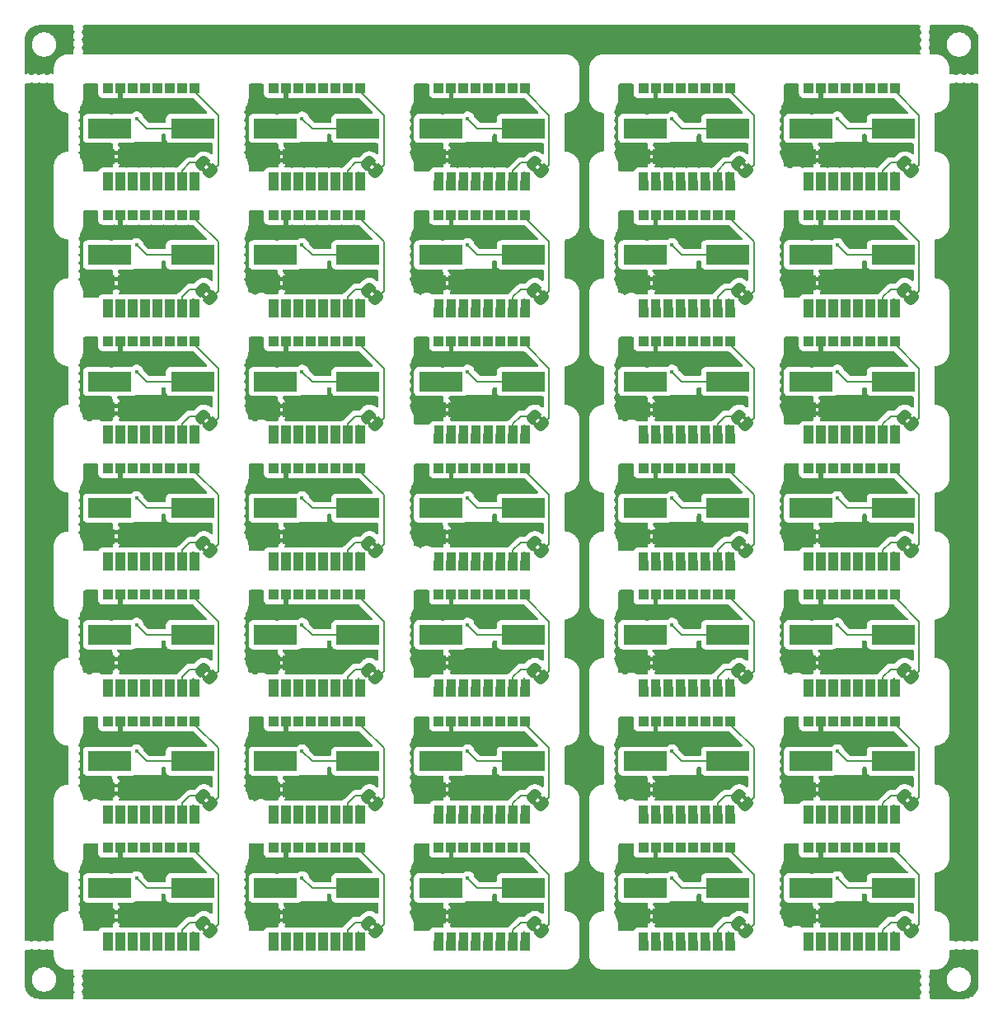
<source format=gbr>
%TF.GenerationSoftware,KiCad,Pcbnew,8.0.5-unknown-202409181836~355805756e~ubuntu22.04.1*%
%TF.CreationDate,2024-10-07T16:17:35+01:00*%
%TF.ProjectId,PANEL7x5_ADS1293,50414e45-4c37-4783-955f-414453313239,1.0*%
%TF.SameCoordinates,Original*%
%TF.FileFunction,Copper,L4,Bot*%
%TF.FilePolarity,Positive*%
%FSLAX46Y46*%
G04 Gerber Fmt 4.6, Leading zero omitted, Abs format (unit mm)*
G04 Created by KiCad (PCBNEW 8.0.5-unknown-202409181836~355805756e~ubuntu22.04.1) date 2024-10-07 16:17:35*
%MOMM*%
%LPD*%
G01*
G04 APERTURE LIST*
G04 Aperture macros list*
%AMFreePoly0*
4,1,19,0.500000,-0.750000,0.000000,-0.750000,0.000000,-0.744911,-0.071157,-0.744911,-0.207708,-0.704816,-0.327430,-0.627875,-0.420627,-0.520320,-0.479746,-0.390866,-0.500000,-0.250000,-0.500000,0.250000,-0.479746,0.390866,-0.420627,0.520320,-0.327430,0.627875,-0.207708,0.704816,-0.071157,0.744911,0.000000,0.744911,0.000000,0.750000,0.500000,0.750000,0.500000,-0.750000,0.500000,-0.750000,
$1*%
%AMFreePoly1*
4,1,19,0.000000,0.744911,0.071157,0.744911,0.207708,0.704816,0.327430,0.627875,0.420627,0.520320,0.479746,0.390866,0.500000,0.250000,0.500000,-0.250000,0.479746,-0.390866,0.420627,-0.520320,0.327430,-0.627875,0.207708,-0.704816,0.071157,-0.744911,0.000000,-0.744911,0.000000,-0.750000,-0.500000,-0.750000,-0.500000,0.750000,0.000000,0.750000,0.000000,0.744911,0.000000,0.744911,
$1*%
G04 Aperture macros list end*
%TA.AperFunction,EtchedComponent*%
%ADD10C,0.000000*%
%TD*%
%TA.AperFunction,CastellatedPad*%
%ADD11R,1.000000X1.000000*%
%TD*%
%TA.AperFunction,SMDPad,CuDef*%
%ADD12R,4.500000X2.000000*%
%TD*%
%TA.AperFunction,SMDPad,CuDef*%
%ADD13FreePoly0,0.000000*%
%TD*%
%TA.AperFunction,SMDPad,CuDef*%
%ADD14FreePoly1,0.000000*%
%TD*%
%TA.AperFunction,SMDPad,CuDef*%
%ADD15FreePoly0,135.000000*%
%TD*%
%TA.AperFunction,SMDPad,CuDef*%
%ADD16FreePoly1,135.000000*%
%TD*%
%TA.AperFunction,ViaPad*%
%ADD17C,0.400000*%
%TD*%
%TA.AperFunction,Conductor*%
%ADD18C,0.150000*%
%TD*%
%TA.AperFunction,Conductor*%
%ADD19C,0.100000*%
%TD*%
G04 APERTURE END LIST*
%TA.AperFunction,Conductor*%
%TO.N,Board_2-/in4*%
G36*
X47635000Y-15646000D02*
G01*
X48635000Y-15646000D01*
X48635000Y-16746000D01*
X47635000Y-16746000D01*
X47635000Y-15646000D01*
G37*
%TD.AperFunction*%
%TA.AperFunction,Conductor*%
%TO.N,Board_1-/in1*%
G36*
X26825000Y-15646000D02*
G01*
X27825000Y-15646000D01*
X27825000Y-16746000D01*
X26825000Y-16746000D01*
X26825000Y-15646000D01*
G37*
%TD.AperFunction*%
%TA.AperFunction,Conductor*%
%TO.N,Board_21-/in5*%
G36*
X31905000Y-67646000D02*
G01*
X32905000Y-67646000D01*
X32905000Y-68746000D01*
X31905000Y-68746000D01*
X31905000Y-67646000D01*
G37*
%TD.AperFunction*%
%TA.AperFunction,Conductor*%
%TO.N,Board_17-/in6*%
G36*
X50175000Y-54646000D02*
G01*
X51175000Y-54646000D01*
X51175000Y-55746000D01*
X50175000Y-55746000D01*
X50175000Y-54646000D01*
G37*
%TD.AperFunction*%
%TA.AperFunction,Conductor*%
%TO.N,Board_3-/in5*%
G36*
X69905000Y-15646000D02*
G01*
X70905000Y-15646000D01*
X70905000Y-16746000D01*
X69905000Y-16746000D01*
X69905000Y-15646000D01*
G37*
%TD.AperFunction*%
%TA.AperFunction,Conductor*%
%TO.N,Board_9-/in3*%
G36*
X84365000Y-28646000D02*
G01*
X85365000Y-28646000D01*
X85365000Y-29746000D01*
X84365000Y-29746000D01*
X84365000Y-28646000D01*
G37*
%TD.AperFunction*%
%TA.AperFunction,Conductor*%
%TO.N,Board_5-/in3*%
G36*
X12365000Y-28646000D02*
G01*
X13365000Y-28646000D01*
X13365000Y-29746000D01*
X12365000Y-29746000D01*
X12365000Y-28646000D01*
G37*
%TD.AperFunction*%
%TA.AperFunction,Conductor*%
%TO.N,Board_31-/in6*%
G36*
X33175000Y-93646000D02*
G01*
X34175000Y-93646000D01*
X34175000Y-94746000D01*
X33175000Y-94746000D01*
X33175000Y-93646000D01*
G37*
%TD.AperFunction*%
%TA.AperFunction,Conductor*%
%TO.N,Board_21-/in1*%
G36*
X26825000Y-67646000D02*
G01*
X27825000Y-67646000D01*
X27825000Y-68746000D01*
X26825000Y-68746000D01*
X26825000Y-67646000D01*
G37*
%TD.AperFunction*%
%TA.AperFunction,Conductor*%
%TO.N,Board_22-/in4*%
G36*
X47635000Y-67646000D02*
G01*
X48635000Y-67646000D01*
X48635000Y-68746000D01*
X47635000Y-68746000D01*
X47635000Y-67646000D01*
G37*
%TD.AperFunction*%
%TA.AperFunction,Conductor*%
%TO.N,Board_9-/in1*%
G36*
X80555000Y-28646000D02*
G01*
X81555000Y-28646000D01*
X81555000Y-29746000D01*
X80555000Y-29746000D01*
X80555000Y-28646000D01*
G37*
%TD.AperFunction*%
%TA.AperFunction,Conductor*%
%TO.N,Board_15-/in5*%
G36*
X14905000Y-54646000D02*
G01*
X15905000Y-54646000D01*
X15905000Y-55746000D01*
X14905000Y-55746000D01*
X14905000Y-54646000D01*
G37*
%TD.AperFunction*%
%TA.AperFunction,Conductor*%
%TO.N,Board_24-/in2*%
G36*
X83095000Y-67646000D02*
G01*
X84095000Y-67646000D01*
X84095000Y-68746000D01*
X83095000Y-68746000D01*
X83095000Y-67646000D01*
G37*
%TD.AperFunction*%
%TA.AperFunction,Conductor*%
%TO.N,Board_28-/in1*%
G36*
X64825000Y-80646000D02*
G01*
X65825000Y-80646000D01*
X65825000Y-81746000D01*
X64825000Y-81746000D01*
X64825000Y-80646000D01*
G37*
%TD.AperFunction*%
%TA.AperFunction,Conductor*%
%TO.N,Board_24-/in5*%
G36*
X86905000Y-67646000D02*
G01*
X87905000Y-67646000D01*
X87905000Y-68746000D01*
X86905000Y-68746000D01*
X86905000Y-67646000D01*
G37*
%TD.AperFunction*%
%TA.AperFunction,Conductor*%
%TO.N,Board_3-/in4*%
G36*
X68635000Y-15646000D02*
G01*
X69635000Y-15646000D01*
X69635000Y-16746000D01*
X68635000Y-16746000D01*
X68635000Y-15646000D01*
G37*
%TD.AperFunction*%
%TA.AperFunction,Conductor*%
%TO.N,Board_24-GNDA*%
G36*
X89445000Y-67646000D02*
G01*
X90445000Y-67646000D01*
X90445000Y-68746000D01*
X89445000Y-68746000D01*
X89445000Y-67646000D01*
G37*
%TD.AperFunction*%
%TA.AperFunction,Conductor*%
%TO.N,Board_20-GNDA*%
G36*
X17445000Y-67646000D02*
G01*
X18445000Y-67646000D01*
X18445000Y-68746000D01*
X17445000Y-68746000D01*
X17445000Y-67646000D01*
G37*
%TD.AperFunction*%
%TA.AperFunction,Conductor*%
%TO.N,Board_28-/in2*%
G36*
X66095000Y-80646000D02*
G01*
X67095000Y-80646000D01*
X67095000Y-81746000D01*
X66095000Y-81746000D01*
X66095000Y-80646000D01*
G37*
%TD.AperFunction*%
%TA.AperFunction,Conductor*%
%TO.N,Board_22-/in1*%
G36*
X42555000Y-67646000D02*
G01*
X43555000Y-67646000D01*
X43555000Y-68746000D01*
X42555000Y-68746000D01*
X42555000Y-67646000D01*
G37*
%TD.AperFunction*%
%TA.AperFunction,Conductor*%
%TO.N,Board_12-/in4*%
G36*
X47635000Y-41646000D02*
G01*
X48635000Y-41646000D01*
X48635000Y-42746000D01*
X47635000Y-42746000D01*
X47635000Y-41646000D01*
G37*
%TD.AperFunction*%
%TA.AperFunction,Conductor*%
%TO.N,Board_22-GNDA*%
G36*
X51445000Y-67646000D02*
G01*
X52445000Y-67646000D01*
X52445000Y-68746000D01*
X51445000Y-68746000D01*
X51445000Y-67646000D01*
G37*
%TD.AperFunction*%
%TA.AperFunction,Conductor*%
%TO.N,Board_0-GNDA*%
G36*
X17445000Y-15646000D02*
G01*
X18445000Y-15646000D01*
X18445000Y-16746000D01*
X17445000Y-16746000D01*
X17445000Y-15646000D01*
G37*
%TD.AperFunction*%
%TA.AperFunction,Conductor*%
%TO.N,Board_29-/in1*%
G36*
X80555000Y-80646000D02*
G01*
X81555000Y-80646000D01*
X81555000Y-81746000D01*
X80555000Y-81746000D01*
X80555000Y-80646000D01*
G37*
%TD.AperFunction*%
%TA.AperFunction,Conductor*%
%TO.N,Board_27-/in1*%
G36*
X42555000Y-80646000D02*
G01*
X43555000Y-80646000D01*
X43555000Y-81746000D01*
X42555000Y-81746000D01*
X42555000Y-80646000D01*
G37*
%TD.AperFunction*%
%TA.AperFunction,Conductor*%
%TO.N,Board_22-/in6*%
G36*
X50175000Y-67646000D02*
G01*
X51175000Y-67646000D01*
X51175000Y-68746000D01*
X50175000Y-68746000D01*
X50175000Y-67646000D01*
G37*
%TD.AperFunction*%
%TA.AperFunction,Conductor*%
%TO.N,Board_32-/in4*%
G36*
X47635000Y-93646000D02*
G01*
X48635000Y-93646000D01*
X48635000Y-94746000D01*
X47635000Y-94746000D01*
X47635000Y-93646000D01*
G37*
%TD.AperFunction*%
%TA.AperFunction,Conductor*%
%TO.N,Board_0-/in2*%
G36*
X11095000Y-15646000D02*
G01*
X12095000Y-15646000D01*
X12095000Y-16746000D01*
X11095000Y-16746000D01*
X11095000Y-15646000D01*
G37*
%TD.AperFunction*%
%TA.AperFunction,Conductor*%
%TO.N,Board_23-/in2*%
G36*
X66095000Y-67646000D02*
G01*
X67095000Y-67646000D01*
X67095000Y-68746000D01*
X66095000Y-68746000D01*
X66095000Y-67646000D01*
G37*
%TD.AperFunction*%
%TA.AperFunction,Conductor*%
%TO.N,Board_16-/in5*%
G36*
X31905000Y-54646000D02*
G01*
X32905000Y-54646000D01*
X32905000Y-55746000D01*
X31905000Y-55746000D01*
X31905000Y-54646000D01*
G37*
%TD.AperFunction*%
%TA.AperFunction,Conductor*%
%TO.N,Board_9-/in2*%
G36*
X83095000Y-28646000D02*
G01*
X84095000Y-28646000D01*
X84095000Y-29746000D01*
X83095000Y-29746000D01*
X83095000Y-28646000D01*
G37*
%TD.AperFunction*%
%TA.AperFunction,Conductor*%
%TO.N,Board_1-/in6*%
G36*
X33175000Y-15646000D02*
G01*
X34175000Y-15646000D01*
X34175000Y-16746000D01*
X33175000Y-16746000D01*
X33175000Y-15646000D01*
G37*
%TD.AperFunction*%
%TA.AperFunction,Conductor*%
%TO.N,Board_8-/in5*%
G36*
X69905000Y-28646000D02*
G01*
X70905000Y-28646000D01*
X70905000Y-29746000D01*
X69905000Y-29746000D01*
X69905000Y-28646000D01*
G37*
%TD.AperFunction*%
%TA.AperFunction,Conductor*%
%TO.N,Board_34-/in1*%
G36*
X81825000Y-93646000D02*
G01*
X82825000Y-93646000D01*
X82825000Y-94746000D01*
X81825000Y-94746000D01*
X81825000Y-93646000D01*
G37*
%TD.AperFunction*%
%TA.AperFunction,Conductor*%
%TO.N,Board_2-/in1*%
G36*
X42555000Y-15646000D02*
G01*
X43555000Y-15646000D01*
X43555000Y-16746000D01*
X42555000Y-16746000D01*
X42555000Y-15646000D01*
G37*
%TD.AperFunction*%
%TA.AperFunction,Conductor*%
%TO.N,Board_30-/in1*%
G36*
X9825000Y-93646000D02*
G01*
X10825000Y-93646000D01*
X10825000Y-94746000D01*
X9825000Y-94746000D01*
X9825000Y-93646000D01*
G37*
%TD.AperFunction*%
%TA.AperFunction,Conductor*%
%TO.N,Board_21-/in6*%
G36*
X33175000Y-67646000D02*
G01*
X34175000Y-67646000D01*
X34175000Y-68746000D01*
X33175000Y-68746000D01*
X33175000Y-67646000D01*
G37*
%TD.AperFunction*%
%TA.AperFunction,Conductor*%
%TO.N,Board_27-GNDA*%
G36*
X51445000Y-80646000D02*
G01*
X52445000Y-80646000D01*
X52445000Y-81746000D01*
X51445000Y-81746000D01*
X51445000Y-80646000D01*
G37*
%TD.AperFunction*%
%TA.AperFunction,Conductor*%
%TO.N,Board_21-/in2*%
G36*
X28095000Y-67646000D02*
G01*
X29095000Y-67646000D01*
X29095000Y-68746000D01*
X28095000Y-68746000D01*
X28095000Y-67646000D01*
G37*
%TD.AperFunction*%
%TA.AperFunction,Conductor*%
%TO.N,Board_25-/in6*%
G36*
X16175000Y-80646000D02*
G01*
X17175000Y-80646000D01*
X17175000Y-81746000D01*
X16175000Y-81746000D01*
X16175000Y-80646000D01*
G37*
%TD.AperFunction*%
%TA.AperFunction,Conductor*%
%TO.N,Board_3-/in1*%
G36*
X64825000Y-15646000D02*
G01*
X65825000Y-15646000D01*
X65825000Y-16746000D01*
X64825000Y-16746000D01*
X64825000Y-15646000D01*
G37*
%TD.AperFunction*%
%TA.AperFunction,Conductor*%
%TO.N,Board_14-/in5*%
G36*
X86905000Y-41646000D02*
G01*
X87905000Y-41646000D01*
X87905000Y-42746000D01*
X86905000Y-42746000D01*
X86905000Y-41646000D01*
G37*
%TD.AperFunction*%
%TA.AperFunction,Conductor*%
%TO.N,Board_1-/in3*%
G36*
X29365000Y-15646000D02*
G01*
X30365000Y-15646000D01*
X30365000Y-16746000D01*
X29365000Y-16746000D01*
X29365000Y-15646000D01*
G37*
%TD.AperFunction*%
%TA.AperFunction,Conductor*%
%TO.N,Board_32-/in3*%
G36*
X46365000Y-93646000D02*
G01*
X47365000Y-93646000D01*
X47365000Y-94746000D01*
X46365000Y-94746000D01*
X46365000Y-93646000D01*
G37*
%TD.AperFunction*%
%TA.AperFunction,Conductor*%
%TO.N,Board_21-GNDA*%
G36*
X34445000Y-67646000D02*
G01*
X35445000Y-67646000D01*
X35445000Y-68746000D01*
X34445000Y-68746000D01*
X34445000Y-67646000D01*
G37*
%TD.AperFunction*%
%TA.AperFunction,Conductor*%
%TO.N,Board_26-/in1*%
G36*
X25555000Y-80646000D02*
G01*
X26555000Y-80646000D01*
X26555000Y-81746000D01*
X25555000Y-81746000D01*
X25555000Y-80646000D01*
G37*
%TD.AperFunction*%
%TA.AperFunction,Conductor*%
%TO.N,Board_7-/in4*%
G36*
X47635000Y-28646000D02*
G01*
X48635000Y-28646000D01*
X48635000Y-29746000D01*
X47635000Y-29746000D01*
X47635000Y-28646000D01*
G37*
%TD.AperFunction*%
%TA.AperFunction,Conductor*%
%TO.N,Board_34-/in3*%
G36*
X84365000Y-93646000D02*
G01*
X85365000Y-93646000D01*
X85365000Y-94746000D01*
X84365000Y-94746000D01*
X84365000Y-93646000D01*
G37*
%TD.AperFunction*%
%TA.AperFunction,Conductor*%
%TO.N,Board_33-GNDA*%
G36*
X72445000Y-93646000D02*
G01*
X73445000Y-93646000D01*
X73445000Y-94746000D01*
X72445000Y-94746000D01*
X72445000Y-93646000D01*
G37*
%TD.AperFunction*%
%TA.AperFunction,Conductor*%
%TO.N,Board_33-/in1*%
G36*
X63555000Y-93646000D02*
G01*
X64555000Y-93646000D01*
X64555000Y-94746000D01*
X63555000Y-94746000D01*
X63555000Y-93646000D01*
G37*
%TD.AperFunction*%
%TA.AperFunction,Conductor*%
%TO.N,Board_12-/in6*%
G36*
X50175000Y-41646000D02*
G01*
X51175000Y-41646000D01*
X51175000Y-42746000D01*
X50175000Y-42746000D01*
X50175000Y-41646000D01*
G37*
%TD.AperFunction*%
%TA.AperFunction,Conductor*%
%TO.N,Board_6-GNDA*%
G36*
X34445000Y-28646000D02*
G01*
X35445000Y-28646000D01*
X35445000Y-29746000D01*
X34445000Y-29746000D01*
X34445000Y-28646000D01*
G37*
%TD.AperFunction*%
%TA.AperFunction,Conductor*%
%TO.N,Board_19-/in1*%
G36*
X81825000Y-54646000D02*
G01*
X82825000Y-54646000D01*
X82825000Y-55746000D01*
X81825000Y-55746000D01*
X81825000Y-54646000D01*
G37*
%TD.AperFunction*%
%TA.AperFunction,Conductor*%
%TO.N,Board_9-/in1*%
G36*
X81825000Y-28646000D02*
G01*
X82825000Y-28646000D01*
X82825000Y-29746000D01*
X81825000Y-29746000D01*
X81825000Y-28646000D01*
G37*
%TD.AperFunction*%
%TA.AperFunction,Conductor*%
%TO.N,Board_23-/in1*%
G36*
X63555000Y-67646000D02*
G01*
X64555000Y-67646000D01*
X64555000Y-68746000D01*
X63555000Y-68746000D01*
X63555000Y-67646000D01*
G37*
%TD.AperFunction*%
%TA.AperFunction,Conductor*%
%TO.N,Board_13-/in3*%
G36*
X67365000Y-41646000D02*
G01*
X68365000Y-41646000D01*
X68365000Y-42746000D01*
X67365000Y-42746000D01*
X67365000Y-41646000D01*
G37*
%TD.AperFunction*%
%TA.AperFunction,Conductor*%
%TO.N,Board_12-GNDA*%
G36*
X51445000Y-41646000D02*
G01*
X52445000Y-41646000D01*
X52445000Y-42746000D01*
X51445000Y-42746000D01*
X51445000Y-41646000D01*
G37*
%TD.AperFunction*%
%TA.AperFunction,Conductor*%
%TO.N,Board_25-/in3*%
G36*
X12365000Y-80646000D02*
G01*
X13365000Y-80646000D01*
X13365000Y-81746000D01*
X12365000Y-81746000D01*
X12365000Y-80646000D01*
G37*
%TD.AperFunction*%
%TA.AperFunction,Conductor*%
%TO.N,Board_31-/in5*%
G36*
X31905000Y-93646000D02*
G01*
X32905000Y-93646000D01*
X32905000Y-94746000D01*
X31905000Y-94746000D01*
X31905000Y-93646000D01*
G37*
%TD.AperFunction*%
%TA.AperFunction,Conductor*%
%TO.N,Board_29-/in3*%
G36*
X84365000Y-80646000D02*
G01*
X85365000Y-80646000D01*
X85365000Y-81746000D01*
X84365000Y-81746000D01*
X84365000Y-80646000D01*
G37*
%TD.AperFunction*%
%TA.AperFunction,Conductor*%
%TO.N,Board_3-GNDA*%
G36*
X72445000Y-15646000D02*
G01*
X73445000Y-15646000D01*
X73445000Y-16746000D01*
X72445000Y-16746000D01*
X72445000Y-15646000D01*
G37*
%TD.AperFunction*%
%TA.AperFunction,Conductor*%
%TO.N,Board_29-/in2*%
G36*
X83095000Y-80646000D02*
G01*
X84095000Y-80646000D01*
X84095000Y-81746000D01*
X83095000Y-81746000D01*
X83095000Y-80646000D01*
G37*
%TD.AperFunction*%
%TA.AperFunction,Conductor*%
%TO.N,Board_4-/in3*%
G36*
X84365000Y-15646000D02*
G01*
X85365000Y-15646000D01*
X85365000Y-16746000D01*
X84365000Y-16746000D01*
X84365000Y-15646000D01*
G37*
%TD.AperFunction*%
%TA.AperFunction,Conductor*%
%TO.N,Board_15-/in1*%
G36*
X8555000Y-54646000D02*
G01*
X9555000Y-54646000D01*
X9555000Y-55746000D01*
X8555000Y-55746000D01*
X8555000Y-54646000D01*
G37*
%TD.AperFunction*%
%TA.AperFunction,Conductor*%
%TO.N,Board_1-GNDA*%
G36*
X34445000Y-15646000D02*
G01*
X35445000Y-15646000D01*
X35445000Y-16746000D01*
X34445000Y-16746000D01*
X34445000Y-15646000D01*
G37*
%TD.AperFunction*%
%TA.AperFunction,Conductor*%
%TO.N,Board_16-/in3*%
G36*
X29365000Y-54646000D02*
G01*
X30365000Y-54646000D01*
X30365000Y-55746000D01*
X29365000Y-55746000D01*
X29365000Y-54646000D01*
G37*
%TD.AperFunction*%
%TA.AperFunction,Conductor*%
%TO.N,Board_10-/in4*%
G36*
X13635000Y-41646000D02*
G01*
X14635000Y-41646000D01*
X14635000Y-42746000D01*
X13635000Y-42746000D01*
X13635000Y-41646000D01*
G37*
%TD.AperFunction*%
%TA.AperFunction,Conductor*%
%TO.N,Board_30-/in5*%
G36*
X14905000Y-93646000D02*
G01*
X15905000Y-93646000D01*
X15905000Y-94746000D01*
X14905000Y-94746000D01*
X14905000Y-93646000D01*
G37*
%TD.AperFunction*%
%TA.AperFunction,Conductor*%
%TO.N,Board_27-/in6*%
G36*
X50175000Y-80646000D02*
G01*
X51175000Y-80646000D01*
X51175000Y-81746000D01*
X50175000Y-81746000D01*
X50175000Y-80646000D01*
G37*
%TD.AperFunction*%
%TA.AperFunction,Conductor*%
%TO.N,Board_22-/in1*%
G36*
X43825000Y-67646000D02*
G01*
X44825000Y-67646000D01*
X44825000Y-68746000D01*
X43825000Y-68746000D01*
X43825000Y-67646000D01*
G37*
%TD.AperFunction*%
%TA.AperFunction,Conductor*%
%TO.N,Board_14-/in1*%
G36*
X81825000Y-41646000D02*
G01*
X82825000Y-41646000D01*
X82825000Y-42746000D01*
X81825000Y-42746000D01*
X81825000Y-41646000D01*
G37*
%TD.AperFunction*%
%TA.AperFunction,Conductor*%
%TO.N,Board_20-/in1*%
G36*
X8555000Y-67646000D02*
G01*
X9555000Y-67646000D01*
X9555000Y-68746000D01*
X8555000Y-68746000D01*
X8555000Y-67646000D01*
G37*
%TD.AperFunction*%
%TA.AperFunction,Conductor*%
%TO.N,Board_29-/in1*%
G36*
X81825000Y-80646000D02*
G01*
X82825000Y-80646000D01*
X82825000Y-81746000D01*
X81825000Y-81746000D01*
X81825000Y-80646000D01*
G37*
%TD.AperFunction*%
%TA.AperFunction,Conductor*%
%TO.N,Board_15-GNDA*%
G36*
X17445000Y-54646000D02*
G01*
X18445000Y-54646000D01*
X18445000Y-55746000D01*
X17445000Y-55746000D01*
X17445000Y-54646000D01*
G37*
%TD.AperFunction*%
%TA.AperFunction,Conductor*%
%TO.N,Board_23-/in6*%
G36*
X71175000Y-67646000D02*
G01*
X72175000Y-67646000D01*
X72175000Y-68746000D01*
X71175000Y-68746000D01*
X71175000Y-67646000D01*
G37*
%TD.AperFunction*%
%TA.AperFunction,Conductor*%
%TO.N,Board_11-/in3*%
G36*
X29365000Y-41646000D02*
G01*
X30365000Y-41646000D01*
X30365000Y-42746000D01*
X29365000Y-42746000D01*
X29365000Y-41646000D01*
G37*
%TD.AperFunction*%
%TA.AperFunction,Conductor*%
%TO.N,Board_7-/in1*%
G36*
X43825000Y-28646000D02*
G01*
X44825000Y-28646000D01*
X44825000Y-29746000D01*
X43825000Y-29746000D01*
X43825000Y-28646000D01*
G37*
%TD.AperFunction*%
%TA.AperFunction,Conductor*%
%TO.N,Board_15-/in3*%
G36*
X12365000Y-54646000D02*
G01*
X13365000Y-54646000D01*
X13365000Y-55746000D01*
X12365000Y-55746000D01*
X12365000Y-54646000D01*
G37*
%TD.AperFunction*%
%TA.AperFunction,Conductor*%
%TO.N,Board_11-/in5*%
G36*
X31905000Y-41646000D02*
G01*
X32905000Y-41646000D01*
X32905000Y-42746000D01*
X31905000Y-42746000D01*
X31905000Y-41646000D01*
G37*
%TD.AperFunction*%
%TA.AperFunction,Conductor*%
%TO.N,Board_23-GNDA*%
G36*
X72445000Y-67646000D02*
G01*
X73445000Y-67646000D01*
X73445000Y-68746000D01*
X72445000Y-68746000D01*
X72445000Y-67646000D01*
G37*
%TD.AperFunction*%
%TA.AperFunction,Conductor*%
%TO.N,Board_20-/in1*%
G36*
X9825000Y-67646000D02*
G01*
X10825000Y-67646000D01*
X10825000Y-68746000D01*
X9825000Y-68746000D01*
X9825000Y-67646000D01*
G37*
%TD.AperFunction*%
%TA.AperFunction,Conductor*%
%TO.N,Board_25-/in1*%
G36*
X8555000Y-80646000D02*
G01*
X9555000Y-80646000D01*
X9555000Y-81746000D01*
X8555000Y-81746000D01*
X8555000Y-80646000D01*
G37*
%TD.AperFunction*%
%TA.AperFunction,Conductor*%
%TO.N,Board_2-/in5*%
G36*
X48905000Y-15646000D02*
G01*
X49905000Y-15646000D01*
X49905000Y-16746000D01*
X48905000Y-16746000D01*
X48905000Y-15646000D01*
G37*
%TD.AperFunction*%
%TA.AperFunction,Conductor*%
%TO.N,Board_8-GNDA*%
G36*
X72445000Y-28646000D02*
G01*
X73445000Y-28646000D01*
X73445000Y-29746000D01*
X72445000Y-29746000D01*
X72445000Y-28646000D01*
G37*
%TD.AperFunction*%
%TA.AperFunction,Conductor*%
%TO.N,Board_3-/in6*%
G36*
X71175000Y-15646000D02*
G01*
X72175000Y-15646000D01*
X72175000Y-16746000D01*
X71175000Y-16746000D01*
X71175000Y-15646000D01*
G37*
%TD.AperFunction*%
%TA.AperFunction,Conductor*%
%TO.N,Board_4-/in1*%
G36*
X81825000Y-15646000D02*
G01*
X82825000Y-15646000D01*
X82825000Y-16746000D01*
X81825000Y-16746000D01*
X81825000Y-15646000D01*
G37*
%TD.AperFunction*%
%TA.AperFunction,Conductor*%
%TO.N,Board_28-GNDA*%
G36*
X72445000Y-80646000D02*
G01*
X73445000Y-80646000D01*
X73445000Y-81746000D01*
X72445000Y-81746000D01*
X72445000Y-80646000D01*
G37*
%TD.AperFunction*%
%TA.AperFunction,Conductor*%
%TO.N,Board_12-/in1*%
G36*
X43825000Y-41646000D02*
G01*
X44825000Y-41646000D01*
X44825000Y-42746000D01*
X43825000Y-42746000D01*
X43825000Y-41646000D01*
G37*
%TD.AperFunction*%
%TA.AperFunction,Conductor*%
%TO.N,Board_8-/in1*%
G36*
X64825000Y-28646000D02*
G01*
X65825000Y-28646000D01*
X65825000Y-29746000D01*
X64825000Y-29746000D01*
X64825000Y-28646000D01*
G37*
%TD.AperFunction*%
%TA.AperFunction,Conductor*%
%TO.N,Board_16-/in1*%
G36*
X25555000Y-54646000D02*
G01*
X26555000Y-54646000D01*
X26555000Y-55746000D01*
X25555000Y-55746000D01*
X25555000Y-54646000D01*
G37*
%TD.AperFunction*%
%TA.AperFunction,Conductor*%
%TO.N,Board_6-/in1*%
G36*
X26825000Y-28646000D02*
G01*
X27825000Y-28646000D01*
X27825000Y-29746000D01*
X26825000Y-29746000D01*
X26825000Y-28646000D01*
G37*
%TD.AperFunction*%
%TA.AperFunction,Conductor*%
%TO.N,Board_33-/in6*%
G36*
X71175000Y-93646000D02*
G01*
X72175000Y-93646000D01*
X72175000Y-94746000D01*
X71175000Y-94746000D01*
X71175000Y-93646000D01*
G37*
%TD.AperFunction*%
%TA.AperFunction,Conductor*%
%TO.N,Board_34-/in5*%
G36*
X86905000Y-93646000D02*
G01*
X87905000Y-93646000D01*
X87905000Y-94746000D01*
X86905000Y-94746000D01*
X86905000Y-93646000D01*
G37*
%TD.AperFunction*%
%TA.AperFunction,Conductor*%
%TO.N,Board_30-/in3*%
G36*
X12365000Y-93646000D02*
G01*
X13365000Y-93646000D01*
X13365000Y-94746000D01*
X12365000Y-94746000D01*
X12365000Y-93646000D01*
G37*
%TD.AperFunction*%
%TA.AperFunction,Conductor*%
%TO.N,Board_4-/in2*%
G36*
X83095000Y-15646000D02*
G01*
X84095000Y-15646000D01*
X84095000Y-16746000D01*
X83095000Y-16746000D01*
X83095000Y-15646000D01*
G37*
%TD.AperFunction*%
%TA.AperFunction,Conductor*%
%TO.N,Board_7-GNDA*%
G36*
X51445000Y-28646000D02*
G01*
X52445000Y-28646000D01*
X52445000Y-29746000D01*
X51445000Y-29746000D01*
X51445000Y-28646000D01*
G37*
%TD.AperFunction*%
%TA.AperFunction,Conductor*%
%TO.N,Board_31-/in1*%
G36*
X25555000Y-93646000D02*
G01*
X26555000Y-93646000D01*
X26555000Y-94746000D01*
X25555000Y-94746000D01*
X25555000Y-93646000D01*
G37*
%TD.AperFunction*%
%TA.AperFunction,Conductor*%
%TO.N,Board_11-/in1*%
G36*
X25555000Y-41646000D02*
G01*
X26555000Y-41646000D01*
X26555000Y-42746000D01*
X25555000Y-42746000D01*
X25555000Y-41646000D01*
G37*
%TD.AperFunction*%
%TA.AperFunction,Conductor*%
%TO.N,Board_10-/in1*%
G36*
X9825000Y-41646000D02*
G01*
X10825000Y-41646000D01*
X10825000Y-42746000D01*
X9825000Y-42746000D01*
X9825000Y-41646000D01*
G37*
%TD.AperFunction*%
%TA.AperFunction,Conductor*%
%TO.N,Board_2-/in6*%
G36*
X50175000Y-15646000D02*
G01*
X51175000Y-15646000D01*
X51175000Y-16746000D01*
X50175000Y-16746000D01*
X50175000Y-15646000D01*
G37*
%TD.AperFunction*%
%TA.AperFunction,Conductor*%
%TO.N,Board_10-/in5*%
G36*
X14905000Y-41646000D02*
G01*
X15905000Y-41646000D01*
X15905000Y-42746000D01*
X14905000Y-42746000D01*
X14905000Y-41646000D01*
G37*
%TD.AperFunction*%
%TA.AperFunction,Conductor*%
%TO.N,Board_16-/in6*%
G36*
X33175000Y-54646000D02*
G01*
X34175000Y-54646000D01*
X34175000Y-55746000D01*
X33175000Y-55746000D01*
X33175000Y-54646000D01*
G37*
%TD.AperFunction*%
%TA.AperFunction,Conductor*%
%TO.N,Board_11-/in6*%
G36*
X33175000Y-41646000D02*
G01*
X34175000Y-41646000D01*
X34175000Y-42746000D01*
X33175000Y-42746000D01*
X33175000Y-41646000D01*
G37*
%TD.AperFunction*%
%TA.AperFunction,Conductor*%
%TO.N,Board_21-/in4*%
G36*
X30635000Y-67646000D02*
G01*
X31635000Y-67646000D01*
X31635000Y-68746000D01*
X30635000Y-68746000D01*
X30635000Y-67646000D01*
G37*
%TD.AperFunction*%
%TA.AperFunction,Conductor*%
%TO.N,Board_2-/in2*%
G36*
X45095000Y-15646000D02*
G01*
X46095000Y-15646000D01*
X46095000Y-16746000D01*
X45095000Y-16746000D01*
X45095000Y-15646000D01*
G37*
%TD.AperFunction*%
%TA.AperFunction,Conductor*%
%TO.N,Board_6-/in6*%
G36*
X33175000Y-28646000D02*
G01*
X34175000Y-28646000D01*
X34175000Y-29746000D01*
X33175000Y-29746000D01*
X33175000Y-28646000D01*
G37*
%TD.AperFunction*%
%TA.AperFunction,Conductor*%
%TO.N,Board_5-/in5*%
G36*
X14905000Y-28646000D02*
G01*
X15905000Y-28646000D01*
X15905000Y-29746000D01*
X14905000Y-29746000D01*
X14905000Y-28646000D01*
G37*
%TD.AperFunction*%
%TA.AperFunction,Conductor*%
%TO.N,Board_31-GNDA*%
G36*
X34445000Y-93646000D02*
G01*
X35445000Y-93646000D01*
X35445000Y-94746000D01*
X34445000Y-94746000D01*
X34445000Y-93646000D01*
G37*
%TD.AperFunction*%
%TA.AperFunction,Conductor*%
%TO.N,Board_27-/in3*%
G36*
X46365000Y-80646000D02*
G01*
X47365000Y-80646000D01*
X47365000Y-81746000D01*
X46365000Y-81746000D01*
X46365000Y-80646000D01*
G37*
%TD.AperFunction*%
%TA.AperFunction,Conductor*%
%TO.N,Board_33-/in1*%
G36*
X64825000Y-93646000D02*
G01*
X65825000Y-93646000D01*
X65825000Y-94746000D01*
X64825000Y-94746000D01*
X64825000Y-93646000D01*
G37*
%TD.AperFunction*%
%TA.AperFunction,Conductor*%
%TO.N,Board_0-/in1*%
G36*
X9825000Y-15646000D02*
G01*
X10825000Y-15646000D01*
X10825000Y-16746000D01*
X9825000Y-16746000D01*
X9825000Y-15646000D01*
G37*
%TD.AperFunction*%
%TA.AperFunction,Conductor*%
%TO.N,Board_34-/in2*%
G36*
X83095000Y-93646000D02*
G01*
X84095000Y-93646000D01*
X84095000Y-94746000D01*
X83095000Y-94746000D01*
X83095000Y-93646000D01*
G37*
%TD.AperFunction*%
%TA.AperFunction,Conductor*%
%TO.N,Board_26-/in6*%
G36*
X33175000Y-80646000D02*
G01*
X34175000Y-80646000D01*
X34175000Y-81746000D01*
X33175000Y-81746000D01*
X33175000Y-80646000D01*
G37*
%TD.AperFunction*%
%TA.AperFunction,Conductor*%
%TO.N,Board_0-/in6*%
G36*
X16175000Y-15646000D02*
G01*
X17175000Y-15646000D01*
X17175000Y-16746000D01*
X16175000Y-16746000D01*
X16175000Y-15646000D01*
G37*
%TD.AperFunction*%
%TA.AperFunction,Conductor*%
%TO.N,Board_15-/in1*%
G36*
X9825000Y-54646000D02*
G01*
X10825000Y-54646000D01*
X10825000Y-55746000D01*
X9825000Y-55746000D01*
X9825000Y-54646000D01*
G37*
%TD.AperFunction*%
%TA.AperFunction,Conductor*%
%TO.N,Board_13-/in6*%
G36*
X71175000Y-41646000D02*
G01*
X72175000Y-41646000D01*
X72175000Y-42746000D01*
X71175000Y-42746000D01*
X71175000Y-41646000D01*
G37*
%TD.AperFunction*%
%TA.AperFunction,Conductor*%
%TO.N,Board_30-/in1*%
G36*
X8555000Y-93646000D02*
G01*
X9555000Y-93646000D01*
X9555000Y-94746000D01*
X8555000Y-94746000D01*
X8555000Y-93646000D01*
G37*
%TD.AperFunction*%
%TA.AperFunction,Conductor*%
%TO.N,Board_24-/in1*%
G36*
X80555000Y-67646000D02*
G01*
X81555000Y-67646000D01*
X81555000Y-68746000D01*
X80555000Y-68746000D01*
X80555000Y-67646000D01*
G37*
%TD.AperFunction*%
%TA.AperFunction,Conductor*%
%TO.N,Board_5-/in1*%
G36*
X8555000Y-28646000D02*
G01*
X9555000Y-28646000D01*
X9555000Y-29746000D01*
X8555000Y-29746000D01*
X8555000Y-28646000D01*
G37*
%TD.AperFunction*%
%TA.AperFunction,Conductor*%
%TO.N,Board_1-/in1*%
G36*
X25555000Y-15646000D02*
G01*
X26555000Y-15646000D01*
X26555000Y-16746000D01*
X25555000Y-16746000D01*
X25555000Y-15646000D01*
G37*
%TD.AperFunction*%
%TA.AperFunction,Conductor*%
%TO.N,Board_1-/in2*%
G36*
X28095000Y-15646000D02*
G01*
X29095000Y-15646000D01*
X29095000Y-16746000D01*
X28095000Y-16746000D01*
X28095000Y-15646000D01*
G37*
%TD.AperFunction*%
%TA.AperFunction,Conductor*%
%TO.N,Board_24-/in3*%
G36*
X84365000Y-67646000D02*
G01*
X85365000Y-67646000D01*
X85365000Y-68746000D01*
X84365000Y-68746000D01*
X84365000Y-67646000D01*
G37*
%TD.AperFunction*%
%TA.AperFunction,Conductor*%
%TO.N,Board_17-/in3*%
G36*
X46365000Y-54646000D02*
G01*
X47365000Y-54646000D01*
X47365000Y-55746000D01*
X46365000Y-55746000D01*
X46365000Y-54646000D01*
G37*
%TD.AperFunction*%
%TA.AperFunction,Conductor*%
%TO.N,Board_32-GNDA*%
G36*
X51445000Y-93646000D02*
G01*
X52445000Y-93646000D01*
X52445000Y-94746000D01*
X51445000Y-94746000D01*
X51445000Y-93646000D01*
G37*
%TD.AperFunction*%
%TA.AperFunction,Conductor*%
%TO.N,Board_30-/in6*%
G36*
X16175000Y-93646000D02*
G01*
X17175000Y-93646000D01*
X17175000Y-94746000D01*
X16175000Y-94746000D01*
X16175000Y-93646000D01*
G37*
%TD.AperFunction*%
%TA.AperFunction,Conductor*%
%TO.N,Board_18-/in6*%
G36*
X71175000Y-54646000D02*
G01*
X72175000Y-54646000D01*
X72175000Y-55746000D01*
X71175000Y-55746000D01*
X71175000Y-54646000D01*
G37*
%TD.AperFunction*%
%TA.AperFunction,Conductor*%
%TO.N,Board_8-/in1*%
G36*
X63555000Y-28646000D02*
G01*
X64555000Y-28646000D01*
X64555000Y-29746000D01*
X63555000Y-29746000D01*
X63555000Y-28646000D01*
G37*
%TD.AperFunction*%
%TA.AperFunction,Conductor*%
%TO.N,Board_34-GNDA*%
G36*
X89445000Y-93646000D02*
G01*
X90445000Y-93646000D01*
X90445000Y-94746000D01*
X89445000Y-94746000D01*
X89445000Y-93646000D01*
G37*
%TD.AperFunction*%
%TA.AperFunction,Conductor*%
%TO.N,Board_32-/in1*%
G36*
X43825000Y-93646000D02*
G01*
X44825000Y-93646000D01*
X44825000Y-94746000D01*
X43825000Y-94746000D01*
X43825000Y-93646000D01*
G37*
%TD.AperFunction*%
%TA.AperFunction,Conductor*%
%TO.N,Board_3-/in1*%
G36*
X63555000Y-15646000D02*
G01*
X64555000Y-15646000D01*
X64555000Y-16746000D01*
X63555000Y-16746000D01*
X63555000Y-15646000D01*
G37*
%TD.AperFunction*%
%TA.AperFunction,Conductor*%
%TO.N,Board_12-/in5*%
G36*
X48905000Y-41646000D02*
G01*
X49905000Y-41646000D01*
X49905000Y-42746000D01*
X48905000Y-42746000D01*
X48905000Y-41646000D01*
G37*
%TD.AperFunction*%
%TA.AperFunction,Conductor*%
%TO.N,Board_11-GNDA*%
G36*
X34445000Y-41646000D02*
G01*
X35445000Y-41646000D01*
X35445000Y-42746000D01*
X34445000Y-42746000D01*
X34445000Y-41646000D01*
G37*
%TD.AperFunction*%
%TA.AperFunction,Conductor*%
%TO.N,Board_13-/in1*%
G36*
X63555000Y-41646000D02*
G01*
X64555000Y-41646000D01*
X64555000Y-42746000D01*
X63555000Y-42746000D01*
X63555000Y-41646000D01*
G37*
%TD.AperFunction*%
%TA.AperFunction,Conductor*%
%TO.N,Board_25-/in5*%
G36*
X14905000Y-80646000D02*
G01*
X15905000Y-80646000D01*
X15905000Y-81746000D01*
X14905000Y-81746000D01*
X14905000Y-80646000D01*
G37*
%TD.AperFunction*%
%TA.AperFunction,Conductor*%
%TO.N,Board_0-/in5*%
G36*
X14905000Y-15646000D02*
G01*
X15905000Y-15646000D01*
X15905000Y-16746000D01*
X14905000Y-16746000D01*
X14905000Y-15646000D01*
G37*
%TD.AperFunction*%
%TA.AperFunction,Conductor*%
%TO.N,Board_15-/in4*%
G36*
X13635000Y-54646000D02*
G01*
X14635000Y-54646000D01*
X14635000Y-55746000D01*
X13635000Y-55746000D01*
X13635000Y-54646000D01*
G37*
%TD.AperFunction*%
%TA.AperFunction,Conductor*%
%TO.N,Board_26-/in2*%
G36*
X28095000Y-80646000D02*
G01*
X29095000Y-80646000D01*
X29095000Y-81746000D01*
X28095000Y-81746000D01*
X28095000Y-80646000D01*
G37*
%TD.AperFunction*%
%TA.AperFunction,Conductor*%
%TO.N,Board_25-/in1*%
G36*
X9825000Y-80646000D02*
G01*
X10825000Y-80646000D01*
X10825000Y-81746000D01*
X9825000Y-81746000D01*
X9825000Y-80646000D01*
G37*
%TD.AperFunction*%
%TA.AperFunction,Conductor*%
%TO.N,Board_16-GNDA*%
G36*
X34445000Y-54646000D02*
G01*
X35445000Y-54646000D01*
X35445000Y-55746000D01*
X34445000Y-55746000D01*
X34445000Y-54646000D01*
G37*
%TD.AperFunction*%
%TA.AperFunction,Conductor*%
%TO.N,Board_8-/in6*%
G36*
X71175000Y-28646000D02*
G01*
X72175000Y-28646000D01*
X72175000Y-29746000D01*
X71175000Y-29746000D01*
X71175000Y-28646000D01*
G37*
%TD.AperFunction*%
%TA.AperFunction,Conductor*%
%TO.N,Board_18-/in2*%
G36*
X66095000Y-54646000D02*
G01*
X67095000Y-54646000D01*
X67095000Y-55746000D01*
X66095000Y-55746000D01*
X66095000Y-54646000D01*
G37*
%TD.AperFunction*%
%TA.AperFunction,Conductor*%
%TO.N,Board_22-/in2*%
G36*
X45095000Y-67646000D02*
G01*
X46095000Y-67646000D01*
X46095000Y-68746000D01*
X45095000Y-68746000D01*
X45095000Y-67646000D01*
G37*
%TD.AperFunction*%
%TA.AperFunction,Conductor*%
%TO.N,Board_16-/in2*%
G36*
X28095000Y-54646000D02*
G01*
X29095000Y-54646000D01*
X29095000Y-55746000D01*
X28095000Y-55746000D01*
X28095000Y-54646000D01*
G37*
%TD.AperFunction*%
%TA.AperFunction,Conductor*%
%TO.N,Board_19-/in3*%
G36*
X84365000Y-54646000D02*
G01*
X85365000Y-54646000D01*
X85365000Y-55746000D01*
X84365000Y-55746000D01*
X84365000Y-54646000D01*
G37*
%TD.AperFunction*%
%TA.AperFunction,Conductor*%
%TO.N,Board_32-/in6*%
G36*
X50175000Y-93646000D02*
G01*
X51175000Y-93646000D01*
X51175000Y-94746000D01*
X50175000Y-94746000D01*
X50175000Y-93646000D01*
G37*
%TD.AperFunction*%
%TA.AperFunction,Conductor*%
%TO.N,Board_20-/in4*%
G36*
X13635000Y-67646000D02*
G01*
X14635000Y-67646000D01*
X14635000Y-68746000D01*
X13635000Y-68746000D01*
X13635000Y-67646000D01*
G37*
%TD.AperFunction*%
%TA.AperFunction,Conductor*%
%TO.N,Board_24-/in6*%
G36*
X88175000Y-67646000D02*
G01*
X89175000Y-67646000D01*
X89175000Y-68746000D01*
X88175000Y-68746000D01*
X88175000Y-67646000D01*
G37*
%TD.AperFunction*%
%TA.AperFunction,Conductor*%
%TO.N,Board_9-GNDA*%
G36*
X89445000Y-28646000D02*
G01*
X90445000Y-28646000D01*
X90445000Y-29746000D01*
X89445000Y-29746000D01*
X89445000Y-28646000D01*
G37*
%TD.AperFunction*%
%TA.AperFunction,Conductor*%
%TO.N,Board_2-/in3*%
G36*
X46365000Y-15646000D02*
G01*
X47365000Y-15646000D01*
X47365000Y-16746000D01*
X46365000Y-16746000D01*
X46365000Y-15646000D01*
G37*
%TD.AperFunction*%
%TA.AperFunction,Conductor*%
%TO.N,Board_11-/in4*%
G36*
X30635000Y-41646000D02*
G01*
X31635000Y-41646000D01*
X31635000Y-42746000D01*
X30635000Y-42746000D01*
X30635000Y-41646000D01*
G37*
%TD.AperFunction*%
%TA.AperFunction,Conductor*%
%TO.N,Board_5-/in2*%
G36*
X11095000Y-28646000D02*
G01*
X12095000Y-28646000D01*
X12095000Y-29746000D01*
X11095000Y-29746000D01*
X11095000Y-28646000D01*
G37*
%TD.AperFunction*%
%TA.AperFunction,Conductor*%
%TO.N,Board_28-/in3*%
G36*
X67365000Y-80646000D02*
G01*
X68365000Y-80646000D01*
X68365000Y-81746000D01*
X67365000Y-81746000D01*
X67365000Y-80646000D01*
G37*
%TD.AperFunction*%
%TA.AperFunction,Conductor*%
%TO.N,Board_27-/in5*%
G36*
X48905000Y-80646000D02*
G01*
X49905000Y-80646000D01*
X49905000Y-81746000D01*
X48905000Y-81746000D01*
X48905000Y-80646000D01*
G37*
%TD.AperFunction*%
%TA.AperFunction,Conductor*%
%TO.N,Board_7-/in3*%
G36*
X46365000Y-28646000D02*
G01*
X47365000Y-28646000D01*
X47365000Y-29746000D01*
X46365000Y-29746000D01*
X46365000Y-28646000D01*
G37*
%TD.AperFunction*%
%TA.AperFunction,Conductor*%
%TO.N,Board_14-/in1*%
G36*
X80555000Y-41646000D02*
G01*
X81555000Y-41646000D01*
X81555000Y-42746000D01*
X80555000Y-42746000D01*
X80555000Y-41646000D01*
G37*
%TD.AperFunction*%
%TA.AperFunction,Conductor*%
%TO.N,Board_23-/in5*%
G36*
X69905000Y-67646000D02*
G01*
X70905000Y-67646000D01*
X70905000Y-68746000D01*
X69905000Y-68746000D01*
X69905000Y-67646000D01*
G37*
%TD.AperFunction*%
%TA.AperFunction,Conductor*%
%TO.N,Board_1-/in4*%
G36*
X30635000Y-15646000D02*
G01*
X31635000Y-15646000D01*
X31635000Y-16746000D01*
X30635000Y-16746000D01*
X30635000Y-15646000D01*
G37*
%TD.AperFunction*%
%TA.AperFunction,Conductor*%
%TO.N,Board_31-/in3*%
G36*
X29365000Y-93646000D02*
G01*
X30365000Y-93646000D01*
X30365000Y-94746000D01*
X29365000Y-94746000D01*
X29365000Y-93646000D01*
G37*
%TD.AperFunction*%
%TA.AperFunction,Conductor*%
%TO.N,Board_4-GNDA*%
G36*
X89445000Y-15646000D02*
G01*
X90445000Y-15646000D01*
X90445000Y-16746000D01*
X89445000Y-16746000D01*
X89445000Y-15646000D01*
G37*
%TD.AperFunction*%
%TA.AperFunction,Conductor*%
%TO.N,Board_18-/in1*%
G36*
X64825000Y-54646000D02*
G01*
X65825000Y-54646000D01*
X65825000Y-55746000D01*
X64825000Y-55746000D01*
X64825000Y-54646000D01*
G37*
%TD.AperFunction*%
%TA.AperFunction,Conductor*%
%TO.N,Board_22-/in3*%
G36*
X46365000Y-67646000D02*
G01*
X47365000Y-67646000D01*
X47365000Y-68746000D01*
X46365000Y-68746000D01*
X46365000Y-67646000D01*
G37*
%TD.AperFunction*%
%TA.AperFunction,Conductor*%
%TO.N,Board_20-/in6*%
G36*
X16175000Y-67646000D02*
G01*
X17175000Y-67646000D01*
X17175000Y-68746000D01*
X16175000Y-68746000D01*
X16175000Y-67646000D01*
G37*
%TD.AperFunction*%
%TA.AperFunction,Conductor*%
%TO.N,Board_19-GNDA*%
G36*
X89445000Y-54646000D02*
G01*
X90445000Y-54646000D01*
X90445000Y-55746000D01*
X89445000Y-55746000D01*
X89445000Y-54646000D01*
G37*
%TD.AperFunction*%
%TA.AperFunction,Conductor*%
%TO.N,Board_13-/in4*%
G36*
X68635000Y-41646000D02*
G01*
X69635000Y-41646000D01*
X69635000Y-42746000D01*
X68635000Y-42746000D01*
X68635000Y-41646000D01*
G37*
%TD.AperFunction*%
%TA.AperFunction,Conductor*%
%TO.N,Board_28-/in1*%
G36*
X63555000Y-80646000D02*
G01*
X64555000Y-80646000D01*
X64555000Y-81746000D01*
X63555000Y-81746000D01*
X63555000Y-80646000D01*
G37*
%TD.AperFunction*%
%TA.AperFunction,Conductor*%
%TO.N,Board_7-/in5*%
G36*
X48905000Y-28646000D02*
G01*
X49905000Y-28646000D01*
X49905000Y-29746000D01*
X48905000Y-29746000D01*
X48905000Y-28646000D01*
G37*
%TD.AperFunction*%
%TA.AperFunction,Conductor*%
%TO.N,Board_29-/in6*%
G36*
X88175000Y-80646000D02*
G01*
X89175000Y-80646000D01*
X89175000Y-81746000D01*
X88175000Y-81746000D01*
X88175000Y-80646000D01*
G37*
%TD.AperFunction*%
%TA.AperFunction,Conductor*%
%TO.N,Board_29-GNDA*%
G36*
X89445000Y-80646000D02*
G01*
X90445000Y-80646000D01*
X90445000Y-81746000D01*
X89445000Y-81746000D01*
X89445000Y-80646000D01*
G37*
%TD.AperFunction*%
%TA.AperFunction,Conductor*%
%TO.N,Board_18-GNDA*%
G36*
X72445000Y-54646000D02*
G01*
X73445000Y-54646000D01*
X73445000Y-55746000D01*
X72445000Y-55746000D01*
X72445000Y-54646000D01*
G37*
%TD.AperFunction*%
%TA.AperFunction,Conductor*%
%TO.N,Board_3-/in3*%
G36*
X67365000Y-15646000D02*
G01*
X68365000Y-15646000D01*
X68365000Y-16746000D01*
X67365000Y-16746000D01*
X67365000Y-15646000D01*
G37*
%TD.AperFunction*%
%TA.AperFunction,Conductor*%
%TO.N,Board_31-/in1*%
G36*
X26825000Y-93646000D02*
G01*
X27825000Y-93646000D01*
X27825000Y-94746000D01*
X26825000Y-94746000D01*
X26825000Y-93646000D01*
G37*
%TD.AperFunction*%
%TA.AperFunction,Conductor*%
%TO.N,Board_7-/in6*%
G36*
X50175000Y-28646000D02*
G01*
X51175000Y-28646000D01*
X51175000Y-29746000D01*
X50175000Y-29746000D01*
X50175000Y-28646000D01*
G37*
%TD.AperFunction*%
%TA.AperFunction,Conductor*%
%TO.N,Board_10-GNDA*%
G36*
X17445000Y-41646000D02*
G01*
X18445000Y-41646000D01*
X18445000Y-42746000D01*
X17445000Y-42746000D01*
X17445000Y-41646000D01*
G37*
%TD.AperFunction*%
%TA.AperFunction,Conductor*%
%TO.N,Board_6-/in2*%
G36*
X28095000Y-28646000D02*
G01*
X29095000Y-28646000D01*
X29095000Y-29746000D01*
X28095000Y-29746000D01*
X28095000Y-28646000D01*
G37*
%TD.AperFunction*%
%TA.AperFunction,Conductor*%
%TO.N,Board_26-/in4*%
G36*
X30635000Y-80646000D02*
G01*
X31635000Y-80646000D01*
X31635000Y-81746000D01*
X30635000Y-81746000D01*
X30635000Y-80646000D01*
G37*
%TD.AperFunction*%
%TA.AperFunction,Conductor*%
%TO.N,Board_5-/in1*%
G36*
X9825000Y-28646000D02*
G01*
X10825000Y-28646000D01*
X10825000Y-29746000D01*
X9825000Y-29746000D01*
X9825000Y-28646000D01*
G37*
%TD.AperFunction*%
%TA.AperFunction,Conductor*%
%TO.N,Board_5-/in4*%
G36*
X13635000Y-28646000D02*
G01*
X14635000Y-28646000D01*
X14635000Y-29746000D01*
X13635000Y-29746000D01*
X13635000Y-28646000D01*
G37*
%TD.AperFunction*%
%TA.AperFunction,Conductor*%
%TO.N,Board_25-/in2*%
G36*
X11095000Y-80646000D02*
G01*
X12095000Y-80646000D01*
X12095000Y-81746000D01*
X11095000Y-81746000D01*
X11095000Y-80646000D01*
G37*
%TD.AperFunction*%
%TA.AperFunction,Conductor*%
%TO.N,Board_21-/in3*%
G36*
X29365000Y-67646000D02*
G01*
X30365000Y-67646000D01*
X30365000Y-68746000D01*
X29365000Y-68746000D01*
X29365000Y-67646000D01*
G37*
%TD.AperFunction*%
%TA.AperFunction,Conductor*%
%TO.N,Board_7-/in2*%
G36*
X45095000Y-28646000D02*
G01*
X46095000Y-28646000D01*
X46095000Y-29746000D01*
X45095000Y-29746000D01*
X45095000Y-28646000D01*
G37*
%TD.AperFunction*%
%TA.AperFunction,Conductor*%
%TO.N,Board_34-/in1*%
G36*
X80555000Y-93646000D02*
G01*
X81555000Y-93646000D01*
X81555000Y-94746000D01*
X80555000Y-94746000D01*
X80555000Y-93646000D01*
G37*
%TD.AperFunction*%
%TA.AperFunction,Conductor*%
%TO.N,Board_32-/in2*%
G36*
X45095000Y-93646000D02*
G01*
X46095000Y-93646000D01*
X46095000Y-94746000D01*
X45095000Y-94746000D01*
X45095000Y-93646000D01*
G37*
%TD.AperFunction*%
%TA.AperFunction,Conductor*%
%TO.N,Board_33-/in5*%
G36*
X69905000Y-93646000D02*
G01*
X70905000Y-93646000D01*
X70905000Y-94746000D01*
X69905000Y-94746000D01*
X69905000Y-93646000D01*
G37*
%TD.AperFunction*%
%TA.AperFunction,Conductor*%
%TO.N,Board_24-/in1*%
G36*
X81825000Y-67646000D02*
G01*
X82825000Y-67646000D01*
X82825000Y-68746000D01*
X81825000Y-68746000D01*
X81825000Y-67646000D01*
G37*
%TD.AperFunction*%
%TA.AperFunction,Conductor*%
%TO.N,Board_27-/in4*%
G36*
X47635000Y-80646000D02*
G01*
X48635000Y-80646000D01*
X48635000Y-81746000D01*
X47635000Y-81746000D01*
X47635000Y-80646000D01*
G37*
%TD.AperFunction*%
%TA.AperFunction,Conductor*%
%TO.N,Board_31-/in2*%
G36*
X28095000Y-93646000D02*
G01*
X29095000Y-93646000D01*
X29095000Y-94746000D01*
X28095000Y-94746000D01*
X28095000Y-93646000D01*
G37*
%TD.AperFunction*%
%TA.AperFunction,Conductor*%
%TO.N,Board_17-/in5*%
G36*
X48905000Y-54646000D02*
G01*
X49905000Y-54646000D01*
X49905000Y-55746000D01*
X48905000Y-55746000D01*
X48905000Y-54646000D01*
G37*
%TD.AperFunction*%
%TA.AperFunction,Conductor*%
%TO.N,Board_13-GNDA*%
G36*
X72445000Y-41646000D02*
G01*
X73445000Y-41646000D01*
X73445000Y-42746000D01*
X72445000Y-42746000D01*
X72445000Y-41646000D01*
G37*
%TD.AperFunction*%
%TA.AperFunction,Conductor*%
%TO.N,Board_34-/in4*%
G36*
X85635000Y-93646000D02*
G01*
X86635000Y-93646000D01*
X86635000Y-94746000D01*
X85635000Y-94746000D01*
X85635000Y-93646000D01*
G37*
%TD.AperFunction*%
%TA.AperFunction,Conductor*%
%TO.N,Board_17-/in2*%
G36*
X45095000Y-54646000D02*
G01*
X46095000Y-54646000D01*
X46095000Y-55746000D01*
X45095000Y-55746000D01*
X45095000Y-54646000D01*
G37*
%TD.AperFunction*%
%TA.AperFunction,Conductor*%
%TO.N,Board_31-/in4*%
G36*
X30635000Y-93646000D02*
G01*
X31635000Y-93646000D01*
X31635000Y-94746000D01*
X30635000Y-94746000D01*
X30635000Y-93646000D01*
G37*
%TD.AperFunction*%
%TA.AperFunction,Conductor*%
%TO.N,Board_29-/in5*%
G36*
X86905000Y-80646000D02*
G01*
X87905000Y-80646000D01*
X87905000Y-81746000D01*
X86905000Y-81746000D01*
X86905000Y-80646000D01*
G37*
%TD.AperFunction*%
%TA.AperFunction,Conductor*%
%TO.N,Board_13-/in2*%
G36*
X66095000Y-41646000D02*
G01*
X67095000Y-41646000D01*
X67095000Y-42746000D01*
X66095000Y-42746000D01*
X66095000Y-41646000D01*
G37*
%TD.AperFunction*%
%TA.AperFunction,Conductor*%
%TO.N,Board_4-/in1*%
G36*
X80555000Y-15646000D02*
G01*
X81555000Y-15646000D01*
X81555000Y-16746000D01*
X80555000Y-16746000D01*
X80555000Y-15646000D01*
G37*
%TD.AperFunction*%
%TA.AperFunction,Conductor*%
%TO.N,Board_27-/in2*%
G36*
X45095000Y-80646000D02*
G01*
X46095000Y-80646000D01*
X46095000Y-81746000D01*
X45095000Y-81746000D01*
X45095000Y-80646000D01*
G37*
%TD.AperFunction*%
%TA.AperFunction,Conductor*%
%TO.N,Board_28-/in6*%
G36*
X71175000Y-80646000D02*
G01*
X72175000Y-80646000D01*
X72175000Y-81746000D01*
X71175000Y-81746000D01*
X71175000Y-80646000D01*
G37*
%TD.AperFunction*%
%TA.AperFunction,Conductor*%
%TO.N,Board_11-/in1*%
G36*
X26825000Y-41646000D02*
G01*
X27825000Y-41646000D01*
X27825000Y-42746000D01*
X26825000Y-42746000D01*
X26825000Y-41646000D01*
G37*
%TD.AperFunction*%
%TA.AperFunction,Conductor*%
%TO.N,Board_20-/in5*%
G36*
X14905000Y-67646000D02*
G01*
X15905000Y-67646000D01*
X15905000Y-68746000D01*
X14905000Y-68746000D01*
X14905000Y-67646000D01*
G37*
%TD.AperFunction*%
%TA.AperFunction,Conductor*%
%TO.N,Board_29-/in4*%
G36*
X85635000Y-80646000D02*
G01*
X86635000Y-80646000D01*
X86635000Y-81746000D01*
X85635000Y-81746000D01*
X85635000Y-80646000D01*
G37*
%TD.AperFunction*%
%TA.AperFunction,Conductor*%
%TO.N,Board_30-GNDA*%
G36*
X17445000Y-93646000D02*
G01*
X18445000Y-93646000D01*
X18445000Y-94746000D01*
X17445000Y-94746000D01*
X17445000Y-93646000D01*
G37*
%TD.AperFunction*%
%TA.AperFunction,Conductor*%
%TO.N,Board_16-/in4*%
G36*
X30635000Y-54646000D02*
G01*
X31635000Y-54646000D01*
X31635000Y-55746000D01*
X30635000Y-55746000D01*
X30635000Y-54646000D01*
G37*
%TD.AperFunction*%
%TA.AperFunction,Conductor*%
%TO.N,Board_28-/in4*%
G36*
X68635000Y-80646000D02*
G01*
X69635000Y-80646000D01*
X69635000Y-81746000D01*
X68635000Y-81746000D01*
X68635000Y-80646000D01*
G37*
%TD.AperFunction*%
%TA.AperFunction,Conductor*%
%TO.N,Board_25-/in4*%
G36*
X13635000Y-80646000D02*
G01*
X14635000Y-80646000D01*
X14635000Y-81746000D01*
X13635000Y-81746000D01*
X13635000Y-80646000D01*
G37*
%TD.AperFunction*%
%TA.AperFunction,Conductor*%
%TO.N,Board_4-/in6*%
G36*
X88175000Y-15646000D02*
G01*
X89175000Y-15646000D01*
X89175000Y-16746000D01*
X88175000Y-16746000D01*
X88175000Y-15646000D01*
G37*
%TD.AperFunction*%
%TA.AperFunction,Conductor*%
%TO.N,Board_12-/in3*%
G36*
X46365000Y-41646000D02*
G01*
X47365000Y-41646000D01*
X47365000Y-42746000D01*
X46365000Y-42746000D01*
X46365000Y-41646000D01*
G37*
%TD.AperFunction*%
%TA.AperFunction,Conductor*%
%TO.N,Board_9-/in5*%
G36*
X86905000Y-28646000D02*
G01*
X87905000Y-28646000D01*
X87905000Y-29746000D01*
X86905000Y-29746000D01*
X86905000Y-28646000D01*
G37*
%TD.AperFunction*%
%TA.AperFunction,Conductor*%
%TO.N,Board_19-/in5*%
G36*
X86905000Y-54646000D02*
G01*
X87905000Y-54646000D01*
X87905000Y-55746000D01*
X86905000Y-55746000D01*
X86905000Y-54646000D01*
G37*
%TD.AperFunction*%
%TA.AperFunction,Conductor*%
%TO.N,Board_24-/in4*%
G36*
X85635000Y-67646000D02*
G01*
X86635000Y-67646000D01*
X86635000Y-68746000D01*
X85635000Y-68746000D01*
X85635000Y-67646000D01*
G37*
%TD.AperFunction*%
%TA.AperFunction,Conductor*%
%TO.N,Board_3-/in2*%
G36*
X66095000Y-15646000D02*
G01*
X67095000Y-15646000D01*
X67095000Y-16746000D01*
X66095000Y-16746000D01*
X66095000Y-15646000D01*
G37*
%TD.AperFunction*%
%TA.AperFunction,Conductor*%
%TO.N,Board_13-/in1*%
G36*
X64825000Y-41646000D02*
G01*
X65825000Y-41646000D01*
X65825000Y-42746000D01*
X64825000Y-42746000D01*
X64825000Y-41646000D01*
G37*
%TD.AperFunction*%
%TA.AperFunction,Conductor*%
%TO.N,Board_6-/in1*%
G36*
X25555000Y-28646000D02*
G01*
X26555000Y-28646000D01*
X26555000Y-29746000D01*
X25555000Y-29746000D01*
X25555000Y-28646000D01*
G37*
%TD.AperFunction*%
%TA.AperFunction,Conductor*%
%TO.N,Board_18-/in5*%
G36*
X69905000Y-54646000D02*
G01*
X70905000Y-54646000D01*
X70905000Y-55746000D01*
X69905000Y-55746000D01*
X69905000Y-54646000D01*
G37*
%TD.AperFunction*%
%TA.AperFunction,Conductor*%
%TO.N,Board_14-GNDA*%
G36*
X89445000Y-41646000D02*
G01*
X90445000Y-41646000D01*
X90445000Y-42746000D01*
X89445000Y-42746000D01*
X89445000Y-41646000D01*
G37*
%TD.AperFunction*%
%TA.AperFunction,Conductor*%
%TO.N,Board_1-/in5*%
G36*
X31905000Y-15646000D02*
G01*
X32905000Y-15646000D01*
X32905000Y-16746000D01*
X31905000Y-16746000D01*
X31905000Y-15646000D01*
G37*
%TD.AperFunction*%
%TA.AperFunction,Conductor*%
%TO.N,Board_10-/in2*%
G36*
X11095000Y-41646000D02*
G01*
X12095000Y-41646000D01*
X12095000Y-42746000D01*
X11095000Y-42746000D01*
X11095000Y-41646000D01*
G37*
%TD.AperFunction*%
%TA.AperFunction,Conductor*%
%TO.N,Board_26-/in5*%
G36*
X31905000Y-80646000D02*
G01*
X32905000Y-80646000D01*
X32905000Y-81746000D01*
X31905000Y-81746000D01*
X31905000Y-80646000D01*
G37*
%TD.AperFunction*%
%TA.AperFunction,Conductor*%
%TO.N,Board_14-/in6*%
G36*
X88175000Y-41646000D02*
G01*
X89175000Y-41646000D01*
X89175000Y-42746000D01*
X88175000Y-42746000D01*
X88175000Y-41646000D01*
G37*
%TD.AperFunction*%
%TA.AperFunction,Conductor*%
%TO.N,Board_17-/in4*%
G36*
X47635000Y-54646000D02*
G01*
X48635000Y-54646000D01*
X48635000Y-55746000D01*
X47635000Y-55746000D01*
X47635000Y-54646000D01*
G37*
%TD.AperFunction*%
%TA.AperFunction,Conductor*%
%TO.N,Board_19-/in6*%
G36*
X88175000Y-54646000D02*
G01*
X89175000Y-54646000D01*
X89175000Y-55746000D01*
X88175000Y-55746000D01*
X88175000Y-54646000D01*
G37*
%TD.AperFunction*%
%TA.AperFunction,Conductor*%
%TO.N,Board_18-/in3*%
G36*
X67365000Y-54646000D02*
G01*
X68365000Y-54646000D01*
X68365000Y-55746000D01*
X67365000Y-55746000D01*
X67365000Y-54646000D01*
G37*
%TD.AperFunction*%
%TA.AperFunction,Conductor*%
%TO.N,Board_6-/in5*%
G36*
X31905000Y-28646000D02*
G01*
X32905000Y-28646000D01*
X32905000Y-29746000D01*
X31905000Y-29746000D01*
X31905000Y-28646000D01*
G37*
%TD.AperFunction*%
%TA.AperFunction,Conductor*%
%TO.N,Board_6-/in3*%
G36*
X29365000Y-28646000D02*
G01*
X30365000Y-28646000D01*
X30365000Y-29746000D01*
X29365000Y-29746000D01*
X29365000Y-28646000D01*
G37*
%TD.AperFunction*%
%TA.AperFunction,Conductor*%
%TO.N,Board_14-/in3*%
G36*
X84365000Y-41646000D02*
G01*
X85365000Y-41646000D01*
X85365000Y-42746000D01*
X84365000Y-42746000D01*
X84365000Y-41646000D01*
G37*
%TD.AperFunction*%
%TA.AperFunction,Conductor*%
%TO.N,Board_14-/in2*%
G36*
X83095000Y-41646000D02*
G01*
X84095000Y-41646000D01*
X84095000Y-42746000D01*
X83095000Y-42746000D01*
X83095000Y-41646000D01*
G37*
%TD.AperFunction*%
%TA.AperFunction,Conductor*%
%TO.N,Board_25-GNDA*%
G36*
X17445000Y-80646000D02*
G01*
X18445000Y-80646000D01*
X18445000Y-81746000D01*
X17445000Y-81746000D01*
X17445000Y-80646000D01*
G37*
%TD.AperFunction*%
%TA.AperFunction,Conductor*%
%TO.N,Board_20-/in3*%
G36*
X12365000Y-67646000D02*
G01*
X13365000Y-67646000D01*
X13365000Y-68746000D01*
X12365000Y-68746000D01*
X12365000Y-67646000D01*
G37*
%TD.AperFunction*%
%TA.AperFunction,Conductor*%
%TO.N,Board_30-/in4*%
G36*
X13635000Y-93646000D02*
G01*
X14635000Y-93646000D01*
X14635000Y-94746000D01*
X13635000Y-94746000D01*
X13635000Y-93646000D01*
G37*
%TD.AperFunction*%
%TA.AperFunction,Conductor*%
%TO.N,Board_4-/in5*%
G36*
X86905000Y-15646000D02*
G01*
X87905000Y-15646000D01*
X87905000Y-16746000D01*
X86905000Y-16746000D01*
X86905000Y-15646000D01*
G37*
%TD.AperFunction*%
%TA.AperFunction,Conductor*%
%TO.N,Board_18-/in1*%
G36*
X63555000Y-54646000D02*
G01*
X64555000Y-54646000D01*
X64555000Y-55746000D01*
X63555000Y-55746000D01*
X63555000Y-54646000D01*
G37*
%TD.AperFunction*%
%TA.AperFunction,Conductor*%
%TO.N,Board_27-/in1*%
G36*
X43825000Y-80646000D02*
G01*
X44825000Y-80646000D01*
X44825000Y-81746000D01*
X43825000Y-81746000D01*
X43825000Y-80646000D01*
G37*
%TD.AperFunction*%
%TA.AperFunction,Conductor*%
%TO.N,Board_21-/in1*%
G36*
X25555000Y-67646000D02*
G01*
X26555000Y-67646000D01*
X26555000Y-68746000D01*
X25555000Y-68746000D01*
X25555000Y-67646000D01*
G37*
%TD.AperFunction*%
%TA.AperFunction,Conductor*%
%TO.N,Board_17-/in1*%
G36*
X43825000Y-54646000D02*
G01*
X44825000Y-54646000D01*
X44825000Y-55746000D01*
X43825000Y-55746000D01*
X43825000Y-54646000D01*
G37*
%TD.AperFunction*%
%TA.AperFunction,Conductor*%
%TO.N,Board_32-/in1*%
G36*
X42555000Y-93646000D02*
G01*
X43555000Y-93646000D01*
X43555000Y-94746000D01*
X42555000Y-94746000D01*
X42555000Y-93646000D01*
G37*
%TD.AperFunction*%
%TA.AperFunction,Conductor*%
%TO.N,Board_5-/in6*%
G36*
X16175000Y-28646000D02*
G01*
X17175000Y-28646000D01*
X17175000Y-29746000D01*
X16175000Y-29746000D01*
X16175000Y-28646000D01*
G37*
%TD.AperFunction*%
%TA.AperFunction,Conductor*%
%TO.N,Board_19-/in1*%
G36*
X80555000Y-54646000D02*
G01*
X81555000Y-54646000D01*
X81555000Y-55746000D01*
X80555000Y-55746000D01*
X80555000Y-54646000D01*
G37*
%TD.AperFunction*%
%TA.AperFunction,Conductor*%
%TO.N,Board_12-/in1*%
G36*
X42555000Y-41646000D02*
G01*
X43555000Y-41646000D01*
X43555000Y-42746000D01*
X42555000Y-42746000D01*
X42555000Y-41646000D01*
G37*
%TD.AperFunction*%
%TA.AperFunction,Conductor*%
%TO.N,Board_2-GNDA*%
G36*
X51445000Y-15646000D02*
G01*
X52445000Y-15646000D01*
X52445000Y-16746000D01*
X51445000Y-16746000D01*
X51445000Y-15646000D01*
G37*
%TD.AperFunction*%
%TA.AperFunction,Conductor*%
%TO.N,Board_5-GNDA*%
G36*
X17445000Y-28646000D02*
G01*
X18445000Y-28646000D01*
X18445000Y-29746000D01*
X17445000Y-29746000D01*
X17445000Y-28646000D01*
G37*
%TD.AperFunction*%
%TA.AperFunction,Conductor*%
%TO.N,Board_33-/in2*%
G36*
X66095000Y-93646000D02*
G01*
X67095000Y-93646000D01*
X67095000Y-94746000D01*
X66095000Y-94746000D01*
X66095000Y-93646000D01*
G37*
%TD.AperFunction*%
%TA.AperFunction,Conductor*%
%TO.N,Board_33-/in3*%
G36*
X67365000Y-93646000D02*
G01*
X68365000Y-93646000D01*
X68365000Y-94746000D01*
X67365000Y-94746000D01*
X67365000Y-93646000D01*
G37*
%TD.AperFunction*%
%TA.AperFunction,Conductor*%
%TO.N,Board_18-/in4*%
G36*
X68635000Y-54646000D02*
G01*
X69635000Y-54646000D01*
X69635000Y-55746000D01*
X68635000Y-55746000D01*
X68635000Y-54646000D01*
G37*
%TD.AperFunction*%
%TA.AperFunction,Conductor*%
%TO.N,Board_13-/in5*%
G36*
X69905000Y-41646000D02*
G01*
X70905000Y-41646000D01*
X70905000Y-42746000D01*
X69905000Y-42746000D01*
X69905000Y-41646000D01*
G37*
%TD.AperFunction*%
%TA.AperFunction,Conductor*%
%TO.N,Board_15-/in2*%
G36*
X11095000Y-54646000D02*
G01*
X12095000Y-54646000D01*
X12095000Y-55746000D01*
X11095000Y-55746000D01*
X11095000Y-54646000D01*
G37*
%TD.AperFunction*%
%TA.AperFunction,Conductor*%
%TO.N,Board_7-/in1*%
G36*
X42555000Y-28646000D02*
G01*
X43555000Y-28646000D01*
X43555000Y-29746000D01*
X42555000Y-29746000D01*
X42555000Y-28646000D01*
G37*
%TD.AperFunction*%
%TA.AperFunction,Conductor*%
%TO.N,Board_20-/in2*%
G36*
X11095000Y-67646000D02*
G01*
X12095000Y-67646000D01*
X12095000Y-68746000D01*
X11095000Y-68746000D01*
X11095000Y-67646000D01*
G37*
%TD.AperFunction*%
%TA.AperFunction,Conductor*%
%TO.N,Board_34-/in6*%
G36*
X88175000Y-93646000D02*
G01*
X89175000Y-93646000D01*
X89175000Y-94746000D01*
X88175000Y-94746000D01*
X88175000Y-93646000D01*
G37*
%TD.AperFunction*%
%TA.AperFunction,Conductor*%
%TO.N,Board_26-/in1*%
G36*
X26825000Y-80646000D02*
G01*
X27825000Y-80646000D01*
X27825000Y-81746000D01*
X26825000Y-81746000D01*
X26825000Y-80646000D01*
G37*
%TD.AperFunction*%
%TA.AperFunction,Conductor*%
%TO.N,Board_8-/in2*%
G36*
X66095000Y-28646000D02*
G01*
X67095000Y-28646000D01*
X67095000Y-29746000D01*
X66095000Y-29746000D01*
X66095000Y-28646000D01*
G37*
%TD.AperFunction*%
%TA.AperFunction,Conductor*%
%TO.N,Board_30-/in2*%
G36*
X11095000Y-93646000D02*
G01*
X12095000Y-93646000D01*
X12095000Y-94746000D01*
X11095000Y-94746000D01*
X11095000Y-93646000D01*
G37*
%TD.AperFunction*%
%TA.AperFunction,Conductor*%
%TO.N,Board_0-/in1*%
G36*
X8555000Y-15646000D02*
G01*
X9555000Y-15646000D01*
X9555000Y-16746000D01*
X8555000Y-16746000D01*
X8555000Y-15646000D01*
G37*
%TD.AperFunction*%
%TA.AperFunction,Conductor*%
%TO.N,Board_17-/in1*%
G36*
X42555000Y-54646000D02*
G01*
X43555000Y-54646000D01*
X43555000Y-55746000D01*
X42555000Y-55746000D01*
X42555000Y-54646000D01*
G37*
%TD.AperFunction*%
%TA.AperFunction,Conductor*%
%TO.N,Board_26-/in3*%
G36*
X29365000Y-80646000D02*
G01*
X30365000Y-80646000D01*
X30365000Y-81746000D01*
X29365000Y-81746000D01*
X29365000Y-80646000D01*
G37*
%TD.AperFunction*%
%TA.AperFunction,Conductor*%
%TO.N,Board_14-/in4*%
G36*
X85635000Y-41646000D02*
G01*
X86635000Y-41646000D01*
X86635000Y-42746000D01*
X85635000Y-42746000D01*
X85635000Y-41646000D01*
G37*
%TD.AperFunction*%
%TA.AperFunction,Conductor*%
%TO.N,Board_17-GNDA*%
G36*
X51445000Y-54646000D02*
G01*
X52445000Y-54646000D01*
X52445000Y-55746000D01*
X51445000Y-55746000D01*
X51445000Y-54646000D01*
G37*
%TD.AperFunction*%
%TA.AperFunction,Conductor*%
%TO.N,Board_10-/in1*%
G36*
X8555000Y-41646000D02*
G01*
X9555000Y-41646000D01*
X9555000Y-42746000D01*
X8555000Y-42746000D01*
X8555000Y-41646000D01*
G37*
%TD.AperFunction*%
%TA.AperFunction,Conductor*%
%TO.N,Board_23-/in4*%
G36*
X68635000Y-67646000D02*
G01*
X69635000Y-67646000D01*
X69635000Y-68746000D01*
X68635000Y-68746000D01*
X68635000Y-67646000D01*
G37*
%TD.AperFunction*%
%TA.AperFunction,Conductor*%
%TO.N,Board_16-/in1*%
G36*
X26825000Y-54646000D02*
G01*
X27825000Y-54646000D01*
X27825000Y-55746000D01*
X26825000Y-55746000D01*
X26825000Y-54646000D01*
G37*
%TD.AperFunction*%
%TA.AperFunction,Conductor*%
%TO.N,Board_22-/in5*%
G36*
X48905000Y-67646000D02*
G01*
X49905000Y-67646000D01*
X49905000Y-68746000D01*
X48905000Y-68746000D01*
X48905000Y-67646000D01*
G37*
%TD.AperFunction*%
%TA.AperFunction,Conductor*%
%TO.N,Board_23-/in1*%
G36*
X64825000Y-67646000D02*
G01*
X65825000Y-67646000D01*
X65825000Y-68746000D01*
X64825000Y-68746000D01*
X64825000Y-67646000D01*
G37*
%TD.AperFunction*%
%TA.AperFunction,Conductor*%
%TO.N,Board_19-/in2*%
G36*
X83095000Y-54646000D02*
G01*
X84095000Y-54646000D01*
X84095000Y-55746000D01*
X83095000Y-55746000D01*
X83095000Y-54646000D01*
G37*
%TD.AperFunction*%
%TA.AperFunction,Conductor*%
%TO.N,Board_0-/in3*%
G36*
X12365000Y-15646000D02*
G01*
X13365000Y-15646000D01*
X13365000Y-16746000D01*
X12365000Y-16746000D01*
X12365000Y-15646000D01*
G37*
%TD.AperFunction*%
%TA.AperFunction,Conductor*%
%TO.N,Board_2-/in1*%
G36*
X43825000Y-15646000D02*
G01*
X44825000Y-15646000D01*
X44825000Y-16746000D01*
X43825000Y-16746000D01*
X43825000Y-15646000D01*
G37*
%TD.AperFunction*%
%TA.AperFunction,Conductor*%
%TO.N,Board_32-/in5*%
G36*
X48905000Y-93646000D02*
G01*
X49905000Y-93646000D01*
X49905000Y-94746000D01*
X48905000Y-94746000D01*
X48905000Y-93646000D01*
G37*
%TD.AperFunction*%
%TA.AperFunction,Conductor*%
%TO.N,Board_23-/in3*%
G36*
X67365000Y-67646000D02*
G01*
X68365000Y-67646000D01*
X68365000Y-68746000D01*
X67365000Y-68746000D01*
X67365000Y-67646000D01*
G37*
%TD.AperFunction*%
%TA.AperFunction,Conductor*%
%TO.N,Board_0-/in4*%
G36*
X13635000Y-15646000D02*
G01*
X14635000Y-15646000D01*
X14635000Y-16746000D01*
X13635000Y-16746000D01*
X13635000Y-15646000D01*
G37*
%TD.AperFunction*%
%TA.AperFunction,Conductor*%
%TO.N,Board_10-/in6*%
G36*
X16175000Y-41646000D02*
G01*
X17175000Y-41646000D01*
X17175000Y-42746000D01*
X16175000Y-42746000D01*
X16175000Y-41646000D01*
G37*
%TD.AperFunction*%
%TA.AperFunction,Conductor*%
%TO.N,Board_11-/in2*%
G36*
X28095000Y-41646000D02*
G01*
X29095000Y-41646000D01*
X29095000Y-42746000D01*
X28095000Y-42746000D01*
X28095000Y-41646000D01*
G37*
%TD.AperFunction*%
%TA.AperFunction,Conductor*%
%TO.N,Board_9-/in4*%
G36*
X85635000Y-28646000D02*
G01*
X86635000Y-28646000D01*
X86635000Y-29746000D01*
X85635000Y-29746000D01*
X85635000Y-28646000D01*
G37*
%TD.AperFunction*%
%TA.AperFunction,Conductor*%
%TO.N,Board_6-/in4*%
G36*
X30635000Y-28646000D02*
G01*
X31635000Y-28646000D01*
X31635000Y-29746000D01*
X30635000Y-29746000D01*
X30635000Y-28646000D01*
G37*
%TD.AperFunction*%
%TA.AperFunction,Conductor*%
%TO.N,Board_15-/in6*%
G36*
X16175000Y-54646000D02*
G01*
X17175000Y-54646000D01*
X17175000Y-55746000D01*
X16175000Y-55746000D01*
X16175000Y-54646000D01*
G37*
%TD.AperFunction*%
%TA.AperFunction,Conductor*%
%TO.N,Board_33-/in4*%
G36*
X68635000Y-93646000D02*
G01*
X69635000Y-93646000D01*
X69635000Y-94746000D01*
X68635000Y-94746000D01*
X68635000Y-93646000D01*
G37*
%TD.AperFunction*%
%TA.AperFunction,Conductor*%
%TO.N,Board_4-/in4*%
G36*
X85635000Y-15646000D02*
G01*
X86635000Y-15646000D01*
X86635000Y-16746000D01*
X85635000Y-16746000D01*
X85635000Y-15646000D01*
G37*
%TD.AperFunction*%
%TA.AperFunction,Conductor*%
%TO.N,Board_10-/in3*%
G36*
X12365000Y-41646000D02*
G01*
X13365000Y-41646000D01*
X13365000Y-42746000D01*
X12365000Y-42746000D01*
X12365000Y-41646000D01*
G37*
%TD.AperFunction*%
%TA.AperFunction,Conductor*%
%TO.N,Board_9-/in6*%
G36*
X88175000Y-28646000D02*
G01*
X89175000Y-28646000D01*
X89175000Y-29746000D01*
X88175000Y-29746000D01*
X88175000Y-28646000D01*
G37*
%TD.AperFunction*%
%TA.AperFunction,Conductor*%
%TO.N,Board_12-/in2*%
G36*
X45095000Y-41646000D02*
G01*
X46095000Y-41646000D01*
X46095000Y-42746000D01*
X45095000Y-42746000D01*
X45095000Y-41646000D01*
G37*
%TD.AperFunction*%
%TA.AperFunction,Conductor*%
%TO.N,Board_19-/in4*%
G36*
X85635000Y-54646000D02*
G01*
X86635000Y-54646000D01*
X86635000Y-55746000D01*
X85635000Y-55746000D01*
X85635000Y-54646000D01*
G37*
%TD.AperFunction*%
%TA.AperFunction,Conductor*%
%TO.N,Board_26-GNDA*%
G36*
X34445000Y-80646000D02*
G01*
X35445000Y-80646000D01*
X35445000Y-81746000D01*
X34445000Y-81746000D01*
X34445000Y-80646000D01*
G37*
%TD.AperFunction*%
%TA.AperFunction,Conductor*%
%TO.N,Board_28-/in5*%
G36*
X69905000Y-80646000D02*
G01*
X70905000Y-80646000D01*
X70905000Y-81746000D01*
X69905000Y-81746000D01*
X69905000Y-80646000D01*
G37*
%TD.AperFunction*%
%TA.AperFunction,Conductor*%
%TO.N,Board_8-/in4*%
G36*
X68635000Y-28646000D02*
G01*
X69635000Y-28646000D01*
X69635000Y-29746000D01*
X68635000Y-29746000D01*
X68635000Y-28646000D01*
G37*
%TD.AperFunction*%
%TA.AperFunction,Conductor*%
%TO.N,Board_8-/in3*%
G36*
X67365000Y-28646000D02*
G01*
X68365000Y-28646000D01*
X68365000Y-29746000D01*
X67365000Y-29746000D01*
X67365000Y-28646000D01*
G37*
%TD.AperFunction*%
D10*
%TA.AperFunction,EtchedComponent*%
%TD*%
%TO.C,JP1*%
G36*
X65155000Y-13800000D02*
G01*
X64655000Y-13800000D01*
X64655000Y-13400000D01*
X65155000Y-13400000D01*
X65155000Y-13800000D01*
G37*
%TD.AperFunction*%
%TA.AperFunction,EtchedComponent*%
%TO.C,JP1*%
G36*
X65155000Y-14600000D02*
G01*
X64655000Y-14600000D01*
X64655000Y-14200000D01*
X65155000Y-14200000D01*
X65155000Y-14600000D01*
G37*
%TD.AperFunction*%
%TA.AperFunction,EtchedComponent*%
%TO.C,JP2*%
G36*
X36235355Y-54418198D02*
G01*
X35952513Y-54701041D01*
X35598959Y-54347487D01*
X35881802Y-54064645D01*
X36235355Y-54418198D01*
G37*
%TD.AperFunction*%
%TA.AperFunction,EtchedComponent*%
G36*
X36801041Y-53852513D02*
G01*
X36518198Y-54135355D01*
X36164645Y-53781802D01*
X36447487Y-53498959D01*
X36801041Y-53852513D01*
G37*
%TD.AperFunction*%
%TA.AperFunction,EtchedComponent*%
%TO.C,JP1*%
G36*
X44155000Y-13800000D02*
G01*
X43655000Y-13800000D01*
X43655000Y-13400000D01*
X44155000Y-13400000D01*
X44155000Y-13800000D01*
G37*
%TD.AperFunction*%
%TA.AperFunction,EtchedComponent*%
G36*
X44155000Y-14600000D02*
G01*
X43655000Y-14600000D01*
X43655000Y-14200000D01*
X44155000Y-14200000D01*
X44155000Y-14600000D01*
G37*
%TD.AperFunction*%
%TA.AperFunction,EtchedComponent*%
G36*
X10155000Y-26800000D02*
G01*
X9655000Y-26800000D01*
X9655000Y-26400000D01*
X10155000Y-26400000D01*
X10155000Y-26800000D01*
G37*
%TD.AperFunction*%
%TA.AperFunction,EtchedComponent*%
G36*
X10155000Y-27600000D02*
G01*
X9655000Y-27600000D01*
X9655000Y-27200000D01*
X10155000Y-27200000D01*
X10155000Y-27600000D01*
G37*
%TD.AperFunction*%
%TA.AperFunction,EtchedComponent*%
%TO.C,JP2*%
G36*
X19235355Y-67418198D02*
G01*
X18952513Y-67701041D01*
X18598959Y-67347487D01*
X18881802Y-67064645D01*
X19235355Y-67418198D01*
G37*
%TD.AperFunction*%
%TA.AperFunction,EtchedComponent*%
G36*
X19801041Y-66852513D02*
G01*
X19518198Y-67135355D01*
X19164645Y-66781802D01*
X19447487Y-66498959D01*
X19801041Y-66852513D01*
G37*
%TD.AperFunction*%
%TA.AperFunction,EtchedComponent*%
G36*
X36235355Y-15418198D02*
G01*
X35952513Y-15701041D01*
X35598959Y-15347487D01*
X35881802Y-15064645D01*
X36235355Y-15418198D01*
G37*
%TD.AperFunction*%
%TA.AperFunction,EtchedComponent*%
G36*
X36801041Y-14852513D02*
G01*
X36518198Y-15135355D01*
X36164645Y-14781802D01*
X36447487Y-14498959D01*
X36801041Y-14852513D01*
G37*
%TD.AperFunction*%
%TA.AperFunction,EtchedComponent*%
%TO.C,JP1*%
G36*
X65155000Y-78800000D02*
G01*
X64655000Y-78800000D01*
X64655000Y-78400000D01*
X65155000Y-78400000D01*
X65155000Y-78800000D01*
G37*
%TD.AperFunction*%
%TA.AperFunction,EtchedComponent*%
G36*
X65155000Y-79600000D02*
G01*
X64655000Y-79600000D01*
X64655000Y-79200000D01*
X65155000Y-79200000D01*
X65155000Y-79600000D01*
G37*
%TD.AperFunction*%
%TA.AperFunction,EtchedComponent*%
%TO.C,JP2*%
G36*
X19235355Y-54418198D02*
G01*
X18952513Y-54701041D01*
X18598959Y-54347487D01*
X18881802Y-54064645D01*
X19235355Y-54418198D01*
G37*
%TD.AperFunction*%
%TA.AperFunction,EtchedComponent*%
G36*
X19801041Y-53852513D02*
G01*
X19518198Y-54135355D01*
X19164645Y-53781802D01*
X19447487Y-53498959D01*
X19801041Y-53852513D01*
G37*
%TD.AperFunction*%
%TA.AperFunction,EtchedComponent*%
%TO.C,JP1*%
G36*
X44155000Y-78800000D02*
G01*
X43655000Y-78800000D01*
X43655000Y-78400000D01*
X44155000Y-78400000D01*
X44155000Y-78800000D01*
G37*
%TD.AperFunction*%
%TA.AperFunction,EtchedComponent*%
G36*
X44155000Y-79600000D02*
G01*
X43655000Y-79600000D01*
X43655000Y-79200000D01*
X44155000Y-79200000D01*
X44155000Y-79600000D01*
G37*
%TD.AperFunction*%
%TA.AperFunction,EtchedComponent*%
G36*
X44155000Y-65800000D02*
G01*
X43655000Y-65800000D01*
X43655000Y-65400000D01*
X44155000Y-65400000D01*
X44155000Y-65800000D01*
G37*
%TD.AperFunction*%
%TA.AperFunction,EtchedComponent*%
G36*
X44155000Y-66600000D02*
G01*
X43655000Y-66600000D01*
X43655000Y-66200000D01*
X44155000Y-66200000D01*
X44155000Y-66600000D01*
G37*
%TD.AperFunction*%
%TA.AperFunction,EtchedComponent*%
%TO.C,JP2*%
G36*
X36235355Y-93418198D02*
G01*
X35952513Y-93701041D01*
X35598959Y-93347487D01*
X35881802Y-93064645D01*
X36235355Y-93418198D01*
G37*
%TD.AperFunction*%
%TA.AperFunction,EtchedComponent*%
G36*
X36801041Y-92852513D02*
G01*
X36518198Y-93135355D01*
X36164645Y-92781802D01*
X36447487Y-92498959D01*
X36801041Y-92852513D01*
G37*
%TD.AperFunction*%
%TA.AperFunction,EtchedComponent*%
%TO.C,JP1*%
G36*
X65155000Y-26800000D02*
G01*
X64655000Y-26800000D01*
X64655000Y-26400000D01*
X65155000Y-26400000D01*
X65155000Y-26800000D01*
G37*
%TD.AperFunction*%
%TA.AperFunction,EtchedComponent*%
G36*
X65155000Y-27600000D02*
G01*
X64655000Y-27600000D01*
X64655000Y-27200000D01*
X65155000Y-27200000D01*
X65155000Y-27600000D01*
G37*
%TD.AperFunction*%
%TA.AperFunction,EtchedComponent*%
G36*
X10155000Y-52800000D02*
G01*
X9655000Y-52800000D01*
X9655000Y-52400000D01*
X10155000Y-52400000D01*
X10155000Y-52800000D01*
G37*
%TD.AperFunction*%
%TA.AperFunction,EtchedComponent*%
G36*
X10155000Y-53600000D02*
G01*
X9655000Y-53600000D01*
X9655000Y-53200000D01*
X10155000Y-53200000D01*
X10155000Y-53600000D01*
G37*
%TD.AperFunction*%
%TA.AperFunction,EtchedComponent*%
G36*
X44155000Y-91800000D02*
G01*
X43655000Y-91800000D01*
X43655000Y-91400000D01*
X44155000Y-91400000D01*
X44155000Y-91800000D01*
G37*
%TD.AperFunction*%
%TA.AperFunction,EtchedComponent*%
G36*
X44155000Y-92600000D02*
G01*
X43655000Y-92600000D01*
X43655000Y-92200000D01*
X44155000Y-92200000D01*
X44155000Y-92600000D01*
G37*
%TD.AperFunction*%
%TA.AperFunction,EtchedComponent*%
%TO.C,JP2*%
G36*
X19235355Y-80418198D02*
G01*
X18952513Y-80701041D01*
X18598959Y-80347487D01*
X18881802Y-80064645D01*
X19235355Y-80418198D01*
G37*
%TD.AperFunction*%
%TA.AperFunction,EtchedComponent*%
G36*
X19801041Y-79852513D02*
G01*
X19518198Y-80135355D01*
X19164645Y-79781802D01*
X19447487Y-79498959D01*
X19801041Y-79852513D01*
G37*
%TD.AperFunction*%
%TA.AperFunction,EtchedComponent*%
%TO.C,JP1*%
G36*
X27155000Y-65800000D02*
G01*
X26655000Y-65800000D01*
X26655000Y-65400000D01*
X27155000Y-65400000D01*
X27155000Y-65800000D01*
G37*
%TD.AperFunction*%
%TA.AperFunction,EtchedComponent*%
G36*
X27155000Y-66600000D02*
G01*
X26655000Y-66600000D01*
X26655000Y-66200000D01*
X27155000Y-66200000D01*
X27155000Y-66600000D01*
G37*
%TD.AperFunction*%
%TA.AperFunction,EtchedComponent*%
G36*
X44155000Y-39800000D02*
G01*
X43655000Y-39800000D01*
X43655000Y-39400000D01*
X44155000Y-39400000D01*
X44155000Y-39800000D01*
G37*
%TD.AperFunction*%
%TA.AperFunction,EtchedComponent*%
G36*
X44155000Y-40600000D02*
G01*
X43655000Y-40600000D01*
X43655000Y-40200000D01*
X44155000Y-40200000D01*
X44155000Y-40600000D01*
G37*
%TD.AperFunction*%
%TA.AperFunction,EtchedComponent*%
%TO.C,JP2*%
G36*
X19235355Y-15418198D02*
G01*
X18952513Y-15701041D01*
X18598959Y-15347487D01*
X18881802Y-15064645D01*
X19235355Y-15418198D01*
G37*
%TD.AperFunction*%
%TA.AperFunction,EtchedComponent*%
G36*
X19801041Y-14852513D02*
G01*
X19518198Y-15135355D01*
X19164645Y-14781802D01*
X19447487Y-14498959D01*
X19801041Y-14852513D01*
G37*
%TD.AperFunction*%
%TA.AperFunction,EtchedComponent*%
%TO.C,JP1*%
G36*
X82155000Y-91800000D02*
G01*
X81655000Y-91800000D01*
X81655000Y-91400000D01*
X82155000Y-91400000D01*
X82155000Y-91800000D01*
G37*
%TD.AperFunction*%
%TA.AperFunction,EtchedComponent*%
G36*
X82155000Y-92600000D02*
G01*
X81655000Y-92600000D01*
X81655000Y-92200000D01*
X82155000Y-92200000D01*
X82155000Y-92600000D01*
G37*
%TD.AperFunction*%
%TA.AperFunction,EtchedComponent*%
%TO.C,JP2*%
G36*
X74235355Y-80418198D02*
G01*
X73952513Y-80701041D01*
X73598959Y-80347487D01*
X73881802Y-80064645D01*
X74235355Y-80418198D01*
G37*
%TD.AperFunction*%
%TA.AperFunction,EtchedComponent*%
G36*
X74801041Y-79852513D02*
G01*
X74518198Y-80135355D01*
X74164645Y-79781802D01*
X74447487Y-79498959D01*
X74801041Y-79852513D01*
G37*
%TD.AperFunction*%
%TA.AperFunction,EtchedComponent*%
G36*
X36235355Y-80418198D02*
G01*
X35952513Y-80701041D01*
X35598959Y-80347487D01*
X35881802Y-80064645D01*
X36235355Y-80418198D01*
G37*
%TD.AperFunction*%
%TA.AperFunction,EtchedComponent*%
G36*
X36801041Y-79852513D02*
G01*
X36518198Y-80135355D01*
X36164645Y-79781802D01*
X36447487Y-79498959D01*
X36801041Y-79852513D01*
G37*
%TD.AperFunction*%
%TA.AperFunction,EtchedComponent*%
%TO.C,JP1*%
G36*
X10155000Y-39800000D02*
G01*
X9655000Y-39800000D01*
X9655000Y-39400000D01*
X10155000Y-39400000D01*
X10155000Y-39800000D01*
G37*
%TD.AperFunction*%
%TA.AperFunction,EtchedComponent*%
G36*
X10155000Y-40600000D02*
G01*
X9655000Y-40600000D01*
X9655000Y-40200000D01*
X10155000Y-40200000D01*
X10155000Y-40600000D01*
G37*
%TD.AperFunction*%
%TA.AperFunction,EtchedComponent*%
G36*
X65155000Y-91800000D02*
G01*
X64655000Y-91800000D01*
X64655000Y-91400000D01*
X65155000Y-91400000D01*
X65155000Y-91800000D01*
G37*
%TD.AperFunction*%
%TA.AperFunction,EtchedComponent*%
G36*
X65155000Y-92600000D02*
G01*
X64655000Y-92600000D01*
X64655000Y-92200000D01*
X65155000Y-92200000D01*
X65155000Y-92600000D01*
G37*
%TD.AperFunction*%
%TA.AperFunction,EtchedComponent*%
G36*
X44155000Y-52800000D02*
G01*
X43655000Y-52800000D01*
X43655000Y-52400000D01*
X44155000Y-52400000D01*
X44155000Y-52800000D01*
G37*
%TD.AperFunction*%
%TA.AperFunction,EtchedComponent*%
G36*
X44155000Y-53600000D02*
G01*
X43655000Y-53600000D01*
X43655000Y-53200000D01*
X44155000Y-53200000D01*
X44155000Y-53600000D01*
G37*
%TD.AperFunction*%
%TA.AperFunction,EtchedComponent*%
G36*
X44155000Y-26800000D02*
G01*
X43655000Y-26800000D01*
X43655000Y-26400000D01*
X44155000Y-26400000D01*
X44155000Y-26800000D01*
G37*
%TD.AperFunction*%
%TA.AperFunction,EtchedComponent*%
G36*
X44155000Y-27600000D02*
G01*
X43655000Y-27600000D01*
X43655000Y-27200000D01*
X44155000Y-27200000D01*
X44155000Y-27600000D01*
G37*
%TD.AperFunction*%
%TA.AperFunction,EtchedComponent*%
%TO.C,JP2*%
G36*
X74235355Y-54418198D02*
G01*
X73952513Y-54701041D01*
X73598959Y-54347487D01*
X73881802Y-54064645D01*
X74235355Y-54418198D01*
G37*
%TD.AperFunction*%
%TA.AperFunction,EtchedComponent*%
G36*
X74801041Y-53852513D02*
G01*
X74518198Y-54135355D01*
X74164645Y-53781802D01*
X74447487Y-53498959D01*
X74801041Y-53852513D01*
G37*
%TD.AperFunction*%
%TA.AperFunction,EtchedComponent*%
G36*
X53235355Y-28418198D02*
G01*
X52952513Y-28701041D01*
X52598959Y-28347487D01*
X52881802Y-28064645D01*
X53235355Y-28418198D01*
G37*
%TD.AperFunction*%
%TA.AperFunction,EtchedComponent*%
G36*
X53801041Y-27852513D02*
G01*
X53518198Y-28135355D01*
X53164645Y-27781802D01*
X53447487Y-27498959D01*
X53801041Y-27852513D01*
G37*
%TD.AperFunction*%
%TA.AperFunction,EtchedComponent*%
G36*
X91235355Y-93418198D02*
G01*
X90952513Y-93701041D01*
X90598959Y-93347487D01*
X90881802Y-93064645D01*
X91235355Y-93418198D01*
G37*
%TD.AperFunction*%
%TA.AperFunction,EtchedComponent*%
G36*
X91801041Y-92852513D02*
G01*
X91518198Y-93135355D01*
X91164645Y-92781802D01*
X91447487Y-92498959D01*
X91801041Y-92852513D01*
G37*
%TD.AperFunction*%
%TA.AperFunction,EtchedComponent*%
%TO.C,JP1*%
G36*
X10155000Y-65800000D02*
G01*
X9655000Y-65800000D01*
X9655000Y-65400000D01*
X10155000Y-65400000D01*
X10155000Y-65800000D01*
G37*
%TD.AperFunction*%
%TA.AperFunction,EtchedComponent*%
G36*
X10155000Y-66600000D02*
G01*
X9655000Y-66600000D01*
X9655000Y-66200000D01*
X10155000Y-66200000D01*
X10155000Y-66600000D01*
G37*
%TD.AperFunction*%
%TA.AperFunction,EtchedComponent*%
%TO.C,JP2*%
G36*
X91235355Y-67418198D02*
G01*
X90952513Y-67701041D01*
X90598959Y-67347487D01*
X90881802Y-67064645D01*
X91235355Y-67418198D01*
G37*
%TD.AperFunction*%
%TA.AperFunction,EtchedComponent*%
G36*
X91801041Y-66852513D02*
G01*
X91518198Y-67135355D01*
X91164645Y-66781802D01*
X91447487Y-66498959D01*
X91801041Y-66852513D01*
G37*
%TD.AperFunction*%
%TA.AperFunction,EtchedComponent*%
G36*
X19235355Y-28418198D02*
G01*
X18952513Y-28701041D01*
X18598959Y-28347487D01*
X18881802Y-28064645D01*
X19235355Y-28418198D01*
G37*
%TD.AperFunction*%
%TA.AperFunction,EtchedComponent*%
G36*
X19801041Y-27852513D02*
G01*
X19518198Y-28135355D01*
X19164645Y-27781802D01*
X19447487Y-27498959D01*
X19801041Y-27852513D01*
G37*
%TD.AperFunction*%
%TA.AperFunction,EtchedComponent*%
G36*
X74235355Y-28418198D02*
G01*
X73952513Y-28701041D01*
X73598959Y-28347487D01*
X73881802Y-28064645D01*
X74235355Y-28418198D01*
G37*
%TD.AperFunction*%
%TA.AperFunction,EtchedComponent*%
G36*
X74801041Y-27852513D02*
G01*
X74518198Y-28135355D01*
X74164645Y-27781802D01*
X74447487Y-27498959D01*
X74801041Y-27852513D01*
G37*
%TD.AperFunction*%
%TA.AperFunction,EtchedComponent*%
G36*
X36235355Y-41418198D02*
G01*
X35952513Y-41701041D01*
X35598959Y-41347487D01*
X35881802Y-41064645D01*
X36235355Y-41418198D01*
G37*
%TD.AperFunction*%
%TA.AperFunction,EtchedComponent*%
G36*
X36801041Y-40852513D02*
G01*
X36518198Y-41135355D01*
X36164645Y-40781802D01*
X36447487Y-40498959D01*
X36801041Y-40852513D01*
G37*
%TD.AperFunction*%
%TA.AperFunction,EtchedComponent*%
G36*
X74235355Y-93418198D02*
G01*
X73952513Y-93701041D01*
X73598959Y-93347487D01*
X73881802Y-93064645D01*
X74235355Y-93418198D01*
G37*
%TD.AperFunction*%
%TA.AperFunction,EtchedComponent*%
G36*
X74801041Y-92852513D02*
G01*
X74518198Y-93135355D01*
X74164645Y-92781802D01*
X74447487Y-92498959D01*
X74801041Y-92852513D01*
G37*
%TD.AperFunction*%
%TA.AperFunction,EtchedComponent*%
%TO.C,JP1*%
G36*
X10155000Y-91800000D02*
G01*
X9655000Y-91800000D01*
X9655000Y-91400000D01*
X10155000Y-91400000D01*
X10155000Y-91800000D01*
G37*
%TD.AperFunction*%
%TA.AperFunction,EtchedComponent*%
G36*
X10155000Y-92600000D02*
G01*
X9655000Y-92600000D01*
X9655000Y-92200000D01*
X10155000Y-92200000D01*
X10155000Y-92600000D01*
G37*
%TD.AperFunction*%
%TA.AperFunction,EtchedComponent*%
%TO.C,JP2*%
G36*
X53235355Y-93418198D02*
G01*
X52952513Y-93701041D01*
X52598959Y-93347487D01*
X52881802Y-93064645D01*
X53235355Y-93418198D01*
G37*
%TD.AperFunction*%
%TA.AperFunction,EtchedComponent*%
G36*
X53801041Y-92852513D02*
G01*
X53518198Y-93135355D01*
X53164645Y-92781802D01*
X53447487Y-92498959D01*
X53801041Y-92852513D01*
G37*
%TD.AperFunction*%
%TA.AperFunction,EtchedComponent*%
G36*
X36235355Y-67418198D02*
G01*
X35952513Y-67701041D01*
X35598959Y-67347487D01*
X35881802Y-67064645D01*
X36235355Y-67418198D01*
G37*
%TD.AperFunction*%
%TA.AperFunction,EtchedComponent*%
G36*
X36801041Y-66852513D02*
G01*
X36518198Y-67135355D01*
X36164645Y-66781802D01*
X36447487Y-66498959D01*
X36801041Y-66852513D01*
G37*
%TD.AperFunction*%
%TA.AperFunction,EtchedComponent*%
G36*
X53235355Y-15418198D02*
G01*
X52952513Y-15701041D01*
X52598959Y-15347487D01*
X52881802Y-15064645D01*
X53235355Y-15418198D01*
G37*
%TD.AperFunction*%
%TA.AperFunction,EtchedComponent*%
G36*
X53801041Y-14852513D02*
G01*
X53518198Y-15135355D01*
X53164645Y-14781802D01*
X53447487Y-14498959D01*
X53801041Y-14852513D01*
G37*
%TD.AperFunction*%
%TA.AperFunction,EtchedComponent*%
G36*
X74235355Y-67418198D02*
G01*
X73952513Y-67701041D01*
X73598959Y-67347487D01*
X73881802Y-67064645D01*
X74235355Y-67418198D01*
G37*
%TD.AperFunction*%
%TA.AperFunction,EtchedComponent*%
G36*
X74801041Y-66852513D02*
G01*
X74518198Y-67135355D01*
X74164645Y-66781802D01*
X74447487Y-66498959D01*
X74801041Y-66852513D01*
G37*
%TD.AperFunction*%
%TA.AperFunction,EtchedComponent*%
G36*
X19235355Y-93418198D02*
G01*
X18952513Y-93701041D01*
X18598959Y-93347487D01*
X18881802Y-93064645D01*
X19235355Y-93418198D01*
G37*
%TD.AperFunction*%
%TA.AperFunction,EtchedComponent*%
G36*
X19801041Y-92852513D02*
G01*
X19518198Y-93135355D01*
X19164645Y-92781802D01*
X19447487Y-92498959D01*
X19801041Y-92852513D01*
G37*
%TD.AperFunction*%
%TA.AperFunction,EtchedComponent*%
%TO.C,JP1*%
G36*
X82155000Y-52800000D02*
G01*
X81655000Y-52800000D01*
X81655000Y-52400000D01*
X82155000Y-52400000D01*
X82155000Y-52800000D01*
G37*
%TD.AperFunction*%
%TA.AperFunction,EtchedComponent*%
G36*
X82155000Y-53600000D02*
G01*
X81655000Y-53600000D01*
X81655000Y-53200000D01*
X82155000Y-53200000D01*
X82155000Y-53600000D01*
G37*
%TD.AperFunction*%
%TA.AperFunction,EtchedComponent*%
%TO.C,JP2*%
G36*
X91235355Y-28418198D02*
G01*
X90952513Y-28701041D01*
X90598959Y-28347487D01*
X90881802Y-28064645D01*
X91235355Y-28418198D01*
G37*
%TD.AperFunction*%
%TA.AperFunction,EtchedComponent*%
G36*
X91801041Y-27852513D02*
G01*
X91518198Y-28135355D01*
X91164645Y-27781802D01*
X91447487Y-27498959D01*
X91801041Y-27852513D01*
G37*
%TD.AperFunction*%
%TA.AperFunction,EtchedComponent*%
%TO.C,JP1*%
G36*
X65155000Y-52800000D02*
G01*
X64655000Y-52800000D01*
X64655000Y-52400000D01*
X65155000Y-52400000D01*
X65155000Y-52800000D01*
G37*
%TD.AperFunction*%
%TA.AperFunction,EtchedComponent*%
G36*
X65155000Y-53600000D02*
G01*
X64655000Y-53600000D01*
X64655000Y-53200000D01*
X65155000Y-53200000D01*
X65155000Y-53600000D01*
G37*
%TD.AperFunction*%
%TA.AperFunction,EtchedComponent*%
G36*
X82155000Y-26800000D02*
G01*
X81655000Y-26800000D01*
X81655000Y-26400000D01*
X82155000Y-26400000D01*
X82155000Y-26800000D01*
G37*
%TD.AperFunction*%
%TA.AperFunction,EtchedComponent*%
G36*
X82155000Y-27600000D02*
G01*
X81655000Y-27600000D01*
X81655000Y-27200000D01*
X82155000Y-27200000D01*
X82155000Y-27600000D01*
G37*
%TD.AperFunction*%
%TA.AperFunction,EtchedComponent*%
G36*
X10155000Y-78800000D02*
G01*
X9655000Y-78800000D01*
X9655000Y-78400000D01*
X10155000Y-78400000D01*
X10155000Y-78800000D01*
G37*
%TD.AperFunction*%
%TA.AperFunction,EtchedComponent*%
G36*
X10155000Y-79600000D02*
G01*
X9655000Y-79600000D01*
X9655000Y-79200000D01*
X10155000Y-79200000D01*
X10155000Y-79600000D01*
G37*
%TD.AperFunction*%
%TA.AperFunction,EtchedComponent*%
G36*
X27155000Y-39800000D02*
G01*
X26655000Y-39800000D01*
X26655000Y-39400000D01*
X27155000Y-39400000D01*
X27155000Y-39800000D01*
G37*
%TD.AperFunction*%
%TA.AperFunction,EtchedComponent*%
G36*
X27155000Y-40600000D02*
G01*
X26655000Y-40600000D01*
X26655000Y-40200000D01*
X27155000Y-40200000D01*
X27155000Y-40600000D01*
G37*
%TD.AperFunction*%
%TA.AperFunction,EtchedComponent*%
G36*
X27155000Y-26800000D02*
G01*
X26655000Y-26800000D01*
X26655000Y-26400000D01*
X27155000Y-26400000D01*
X27155000Y-26800000D01*
G37*
%TD.AperFunction*%
%TA.AperFunction,EtchedComponent*%
G36*
X27155000Y-27600000D02*
G01*
X26655000Y-27600000D01*
X26655000Y-27200000D01*
X27155000Y-27200000D01*
X27155000Y-27600000D01*
G37*
%TD.AperFunction*%
%TA.AperFunction,EtchedComponent*%
%TO.C,JP2*%
G36*
X74235355Y-41418198D02*
G01*
X73952513Y-41701041D01*
X73598959Y-41347487D01*
X73881802Y-41064645D01*
X74235355Y-41418198D01*
G37*
%TD.AperFunction*%
%TA.AperFunction,EtchedComponent*%
G36*
X74801041Y-40852513D02*
G01*
X74518198Y-41135355D01*
X74164645Y-40781802D01*
X74447487Y-40498959D01*
X74801041Y-40852513D01*
G37*
%TD.AperFunction*%
%TA.AperFunction,EtchedComponent*%
%TO.C,JP1*%
G36*
X65155000Y-65800000D02*
G01*
X64655000Y-65800000D01*
X64655000Y-65400000D01*
X65155000Y-65400000D01*
X65155000Y-65800000D01*
G37*
%TD.AperFunction*%
%TA.AperFunction,EtchedComponent*%
G36*
X65155000Y-66600000D02*
G01*
X64655000Y-66600000D01*
X64655000Y-66200000D01*
X65155000Y-66200000D01*
X65155000Y-66600000D01*
G37*
%TD.AperFunction*%
%TA.AperFunction,EtchedComponent*%
%TO.C,JP2*%
G36*
X74235355Y-15418198D02*
G01*
X73952513Y-15701041D01*
X73598959Y-15347487D01*
X73881802Y-15064645D01*
X74235355Y-15418198D01*
G37*
%TD.AperFunction*%
%TA.AperFunction,EtchedComponent*%
G36*
X74801041Y-14852513D02*
G01*
X74518198Y-15135355D01*
X74164645Y-14781802D01*
X74447487Y-14498959D01*
X74801041Y-14852513D01*
G37*
%TD.AperFunction*%
%TA.AperFunction,EtchedComponent*%
G36*
X19235355Y-41418198D02*
G01*
X18952513Y-41701041D01*
X18598959Y-41347487D01*
X18881802Y-41064645D01*
X19235355Y-41418198D01*
G37*
%TD.AperFunction*%
%TA.AperFunction,EtchedComponent*%
G36*
X19801041Y-40852513D02*
G01*
X19518198Y-41135355D01*
X19164645Y-40781802D01*
X19447487Y-40498959D01*
X19801041Y-40852513D01*
G37*
%TD.AperFunction*%
%TA.AperFunction,EtchedComponent*%
G36*
X53235355Y-54418198D02*
G01*
X52952513Y-54701041D01*
X52598959Y-54347487D01*
X52881802Y-54064645D01*
X53235355Y-54418198D01*
G37*
%TD.AperFunction*%
%TA.AperFunction,EtchedComponent*%
G36*
X53801041Y-53852513D02*
G01*
X53518198Y-54135355D01*
X53164645Y-53781802D01*
X53447487Y-53498959D01*
X53801041Y-53852513D01*
G37*
%TD.AperFunction*%
%TA.AperFunction,EtchedComponent*%
%TO.C,JP1*%
G36*
X27155000Y-78800000D02*
G01*
X26655000Y-78800000D01*
X26655000Y-78400000D01*
X27155000Y-78400000D01*
X27155000Y-78800000D01*
G37*
%TD.AperFunction*%
%TA.AperFunction,EtchedComponent*%
G36*
X27155000Y-79600000D02*
G01*
X26655000Y-79600000D01*
X26655000Y-79200000D01*
X27155000Y-79200000D01*
X27155000Y-79600000D01*
G37*
%TD.AperFunction*%
%TA.AperFunction,EtchedComponent*%
%TO.C,JP2*%
G36*
X91235355Y-41418198D02*
G01*
X90952513Y-41701041D01*
X90598959Y-41347487D01*
X90881802Y-41064645D01*
X91235355Y-41418198D01*
G37*
%TD.AperFunction*%
%TA.AperFunction,EtchedComponent*%
G36*
X91801041Y-40852513D02*
G01*
X91518198Y-41135355D01*
X91164645Y-40781802D01*
X91447487Y-40498959D01*
X91801041Y-40852513D01*
G37*
%TD.AperFunction*%
%TA.AperFunction,EtchedComponent*%
G36*
X91235355Y-15418198D02*
G01*
X90952513Y-15701041D01*
X90598959Y-15347487D01*
X90881802Y-15064645D01*
X91235355Y-15418198D01*
G37*
%TD.AperFunction*%
%TA.AperFunction,EtchedComponent*%
G36*
X91801041Y-14852513D02*
G01*
X91518198Y-15135355D01*
X91164645Y-14781802D01*
X91447487Y-14498959D01*
X91801041Y-14852513D01*
G37*
%TD.AperFunction*%
%TA.AperFunction,EtchedComponent*%
%TO.C,JP1*%
G36*
X82155000Y-39800000D02*
G01*
X81655000Y-39800000D01*
X81655000Y-39400000D01*
X82155000Y-39400000D01*
X82155000Y-39800000D01*
G37*
%TD.AperFunction*%
%TA.AperFunction,EtchedComponent*%
G36*
X82155000Y-40600000D02*
G01*
X81655000Y-40600000D01*
X81655000Y-40200000D01*
X82155000Y-40200000D01*
X82155000Y-40600000D01*
G37*
%TD.AperFunction*%
%TA.AperFunction,EtchedComponent*%
G36*
X82155000Y-78800000D02*
G01*
X81655000Y-78800000D01*
X81655000Y-78400000D01*
X82155000Y-78400000D01*
X82155000Y-78800000D01*
G37*
%TD.AperFunction*%
%TA.AperFunction,EtchedComponent*%
G36*
X82155000Y-79600000D02*
G01*
X81655000Y-79600000D01*
X81655000Y-79200000D01*
X82155000Y-79200000D01*
X82155000Y-79600000D01*
G37*
%TD.AperFunction*%
%TA.AperFunction,EtchedComponent*%
%TO.C,JP2*%
G36*
X53235355Y-41418198D02*
G01*
X52952513Y-41701041D01*
X52598959Y-41347487D01*
X52881802Y-41064645D01*
X53235355Y-41418198D01*
G37*
%TD.AperFunction*%
%TA.AperFunction,EtchedComponent*%
G36*
X53801041Y-40852513D02*
G01*
X53518198Y-41135355D01*
X53164645Y-40781802D01*
X53447487Y-40498959D01*
X53801041Y-40852513D01*
G37*
%TD.AperFunction*%
%TA.AperFunction,EtchedComponent*%
G36*
X53235355Y-80418198D02*
G01*
X52952513Y-80701041D01*
X52598959Y-80347487D01*
X52881802Y-80064645D01*
X53235355Y-80418198D01*
G37*
%TD.AperFunction*%
%TA.AperFunction,EtchedComponent*%
G36*
X53801041Y-79852513D02*
G01*
X53518198Y-80135355D01*
X53164645Y-79781802D01*
X53447487Y-79498959D01*
X53801041Y-79852513D01*
G37*
%TD.AperFunction*%
%TA.AperFunction,EtchedComponent*%
%TO.C,JP1*%
G36*
X82155000Y-13800000D02*
G01*
X81655000Y-13800000D01*
X81655000Y-13400000D01*
X82155000Y-13400000D01*
X82155000Y-13800000D01*
G37*
%TD.AperFunction*%
%TA.AperFunction,EtchedComponent*%
G36*
X82155000Y-14600000D02*
G01*
X81655000Y-14600000D01*
X81655000Y-14200000D01*
X82155000Y-14200000D01*
X82155000Y-14600000D01*
G37*
%TD.AperFunction*%
%TA.AperFunction,EtchedComponent*%
G36*
X10155000Y-13800000D02*
G01*
X9655000Y-13800000D01*
X9655000Y-13400000D01*
X10155000Y-13400000D01*
X10155000Y-13800000D01*
G37*
%TD.AperFunction*%
%TA.AperFunction,EtchedComponent*%
G36*
X10155000Y-14600000D02*
G01*
X9655000Y-14600000D01*
X9655000Y-14200000D01*
X10155000Y-14200000D01*
X10155000Y-14600000D01*
G37*
%TD.AperFunction*%
%TA.AperFunction,EtchedComponent*%
%TO.C,JP2*%
G36*
X91235355Y-80418198D02*
G01*
X90952513Y-80701041D01*
X90598959Y-80347487D01*
X90881802Y-80064645D01*
X91235355Y-80418198D01*
G37*
%TD.AperFunction*%
%TA.AperFunction,EtchedComponent*%
G36*
X91801041Y-79852513D02*
G01*
X91518198Y-80135355D01*
X91164645Y-79781802D01*
X91447487Y-79498959D01*
X91801041Y-79852513D01*
G37*
%TD.AperFunction*%
%TA.AperFunction,EtchedComponent*%
%TO.C,JP1*%
G36*
X27155000Y-13800000D02*
G01*
X26655000Y-13800000D01*
X26655000Y-13400000D01*
X27155000Y-13400000D01*
X27155000Y-13800000D01*
G37*
%TD.AperFunction*%
%TA.AperFunction,EtchedComponent*%
G36*
X27155000Y-14600000D02*
G01*
X26655000Y-14600000D01*
X26655000Y-14200000D01*
X27155000Y-14200000D01*
X27155000Y-14600000D01*
G37*
%TD.AperFunction*%
%TA.AperFunction,EtchedComponent*%
%TO.C,JP2*%
G36*
X53235355Y-67418198D02*
G01*
X52952513Y-67701041D01*
X52598959Y-67347487D01*
X52881802Y-67064645D01*
X53235355Y-67418198D01*
G37*
%TD.AperFunction*%
%TA.AperFunction,EtchedComponent*%
G36*
X53801041Y-66852513D02*
G01*
X53518198Y-67135355D01*
X53164645Y-66781802D01*
X53447487Y-66498959D01*
X53801041Y-66852513D01*
G37*
%TD.AperFunction*%
%TA.AperFunction,EtchedComponent*%
G36*
X91235355Y-54418198D02*
G01*
X90952513Y-54701041D01*
X90598959Y-54347487D01*
X90881802Y-54064645D01*
X91235355Y-54418198D01*
G37*
%TD.AperFunction*%
%TA.AperFunction,EtchedComponent*%
G36*
X91801041Y-53852513D02*
G01*
X91518198Y-54135355D01*
X91164645Y-53781802D01*
X91447487Y-53498959D01*
X91801041Y-53852513D01*
G37*
%TD.AperFunction*%
%TA.AperFunction,EtchedComponent*%
%TO.C,JP1*%
G36*
X82155000Y-65800000D02*
G01*
X81655000Y-65800000D01*
X81655000Y-65400000D01*
X82155000Y-65400000D01*
X82155000Y-65800000D01*
G37*
%TD.AperFunction*%
%TA.AperFunction,EtchedComponent*%
G36*
X82155000Y-66600000D02*
G01*
X81655000Y-66600000D01*
X81655000Y-66200000D01*
X82155000Y-66200000D01*
X82155000Y-66600000D01*
G37*
%TD.AperFunction*%
%TA.AperFunction,EtchedComponent*%
%TO.C,JP2*%
G36*
X36235355Y-28418198D02*
G01*
X35952513Y-28701041D01*
X35598959Y-28347487D01*
X35881802Y-28064645D01*
X36235355Y-28418198D01*
G37*
%TD.AperFunction*%
%TA.AperFunction,EtchedComponent*%
G36*
X36801041Y-27852513D02*
G01*
X36518198Y-28135355D01*
X36164645Y-27781802D01*
X36447487Y-27498959D01*
X36801041Y-27852513D01*
G37*
%TD.AperFunction*%
%TA.AperFunction,EtchedComponent*%
%TO.C,JP1*%
G36*
X27155000Y-52800000D02*
G01*
X26655000Y-52800000D01*
X26655000Y-52400000D01*
X27155000Y-52400000D01*
X27155000Y-52800000D01*
G37*
%TD.AperFunction*%
%TA.AperFunction,EtchedComponent*%
G36*
X27155000Y-53600000D02*
G01*
X26655000Y-53600000D01*
X26655000Y-53200000D01*
X27155000Y-53200000D01*
X27155000Y-53600000D01*
G37*
%TD.AperFunction*%
%TA.AperFunction,EtchedComponent*%
G36*
X27155000Y-91800000D02*
G01*
X26655000Y-91800000D01*
X26655000Y-91400000D01*
X27155000Y-91400000D01*
X27155000Y-91800000D01*
G37*
%TD.AperFunction*%
%TA.AperFunction,EtchedComponent*%
G36*
X27155000Y-92600000D02*
G01*
X26655000Y-92600000D01*
X26655000Y-92200000D01*
X27155000Y-92200000D01*
X27155000Y-92600000D01*
G37*
%TD.AperFunction*%
%TA.AperFunction,EtchedComponent*%
G36*
X65155000Y-39800000D02*
G01*
X64655000Y-39800000D01*
X64655000Y-39400000D01*
X65155000Y-39400000D01*
X65155000Y-39800000D01*
G37*
%TD.AperFunction*%
%TA.AperFunction,EtchedComponent*%
G36*
X65155000Y-40600000D02*
G01*
X64655000Y-40600000D01*
X64655000Y-40200000D01*
X65155000Y-40200000D01*
X65155000Y-40600000D01*
G37*
%TD.AperFunction*%
%TD*%
D11*
%TO.P,J1,1,Pin_1*%
%TO.N,Board_15-unconnected-(J1-Pin_1-Pad1)*%
X11595000Y-46000000D03*
%TD*%
%TO.P,J7,1,Pin_1*%
%TO.N,Board_15-/extRef*%
X17945000Y-46000000D03*
%TD*%
%TO.P,J9,1,Pin_1*%
%TO.N,Board_32-/POCI*%
X46865000Y-85000000D03*
%TD*%
%TO.P,J8,1,Pin_1*%
%TO.N,Board_7-/in5*%
X49405000Y-30000000D03*
%TD*%
%TO.P,J4,1,Pin_1*%
%TO.N,Board_8-/in2*%
X66595000Y-30000000D03*
%TD*%
%TO.P,J7,1,Pin_1*%
%TO.N,Board_31-/extRef*%
X34945000Y-85000000D03*
%TD*%
%TO.P,J4,1,Pin_1*%
%TO.N,Board_30-/in2*%
X11595000Y-95000000D03*
%TD*%
%TO.P,J9,1,Pin_1*%
%TO.N,Board_15-/POCI*%
X12865000Y-46000000D03*
%TD*%
%TO.P,J5,1,Pin_1*%
%TO.N,Board_6-/in3*%
X29865000Y-30000000D03*
%TD*%
%TO.P,J14,1,Pin_1*%
%TO.N,Board_24-GND*%
X82325000Y-59000000D03*
%TD*%
%TO.P,J7,1,Pin_1*%
%TO.N,Board_17-/extRef*%
X51945000Y-46000000D03*
%TD*%
%TO.P,J7,1,Pin_1*%
%TO.N,Board_26-/extRef*%
X34945000Y-72000000D03*
%TD*%
%TO.P,J1,1,Pin_1*%
%TO.N,Board_16-unconnected-(J1-Pin_1-Pad1)*%
X28595000Y-46000000D03*
%TD*%
%TO.P,J15,1,Pin_1*%
%TO.N,Board_1-/in6*%
X33675000Y-17000000D03*
%TD*%
%TO.P,J11,1,Pin_1*%
%TO.N,Board_30-/SCLK*%
X15405000Y-85000000D03*
%TD*%
%TO.P,J6,1,Pin_1*%
%TO.N,Board_17-/in4*%
X48135000Y-56000000D03*
%TD*%
%TO.P,J5,1,Pin_1*%
%TO.N,Board_20-/in3*%
X12865000Y-69000000D03*
%TD*%
%TO.P,J9,1,Pin_1*%
%TO.N,Board_25-/POCI*%
X12865000Y-72000000D03*
%TD*%
%TO.P,J11,1,Pin_1*%
%TO.N,Board_19-/SCLK*%
X87405000Y-46000000D03*
%TD*%
%TO.P,J11,1,Pin_1*%
%TO.N,Board_25-/SCLK*%
X15405000Y-72000000D03*
%TD*%
%TO.P,J1,1,Pin_1*%
%TO.N,Board_22-unconnected-(J1-Pin_1-Pad1)*%
X45595000Y-59000000D03*
%TD*%
%TO.P,J13,1,Pin_1*%
%TO.N,Board_26-+3.3V*%
X26055000Y-72000000D03*
%TD*%
%TO.P,J1,1,Pin_1*%
%TO.N,Board_0-unconnected-(J1-Pin_1-Pad1)*%
X11595000Y-7000000D03*
%TD*%
%TO.P,J7,1,Pin_1*%
%TO.N,Board_20-/extRef*%
X17945000Y-59000000D03*
%TD*%
%TO.P,J4,1,Pin_1*%
%TO.N,Board_7-/in2*%
X45595000Y-30000000D03*
%TD*%
%TO.P,J2,1,Pin_1*%
%TO.N,Board_31-/in1*%
X26055000Y-95000000D03*
%TD*%
%TO.P,J16,1,Pin_1*%
%TO.N,Board_6-GNDA*%
X34945000Y-30000000D03*
%TD*%
%TO.P,J8,1,Pin_1*%
%TO.N,Board_32-/in5*%
X49405000Y-95000000D03*
%TD*%
%TO.P,J16,1,Pin_1*%
%TO.N,Board_26-GNDA*%
X34945000Y-82000000D03*
%TD*%
%TO.P,J5,1,Pin_1*%
%TO.N,Board_5-/in3*%
X12865000Y-30000000D03*
%TD*%
%TO.P,J5,1,Pin_1*%
%TO.N,Board_3-/in3*%
X67865000Y-17000000D03*
%TD*%
%TO.P,J12,1,Pin_1*%
%TO.N,Board_30-/CSB*%
X16675000Y-85000000D03*
%TD*%
%TO.P,J5,1,Pin_1*%
%TO.N,Board_27-/in3*%
X46865000Y-82000000D03*
%TD*%
%TO.P,J1,1,Pin_1*%
%TO.N,Board_33-unconnected-(J1-Pin_1-Pad1)*%
X66595000Y-85000000D03*
%TD*%
%TO.P,J7,1,Pin_1*%
%TO.N,Board_28-/extRef*%
X72945000Y-72000000D03*
%TD*%
%TO.P,J14,1,Pin_1*%
%TO.N,Board_12-GND*%
X44325000Y-33000000D03*
%TD*%
%TO.P,J1,1,Pin_1*%
%TO.N,Board_5-unconnected-(J1-Pin_1-Pad1)*%
X11595000Y-20000000D03*
%TD*%
%TO.P,J7,1,Pin_1*%
%TO.N,Board_23-/extRef*%
X72945000Y-59000000D03*
%TD*%
%TO.P,J6,1,Pin_1*%
%TO.N,Board_18-/in4*%
X69135000Y-56000000D03*
%TD*%
%TO.P,J8,1,Pin_1*%
%TO.N,Board_17-/in5*%
X49405000Y-56000000D03*
%TD*%
%TO.P,J14,1,Pin_1*%
%TO.N,Board_0-GND*%
X10325000Y-7000000D03*
%TD*%
%TO.P,J14,1,Pin_1*%
%TO.N,Board_26-GND*%
X27325000Y-72000000D03*
%TD*%
%TO.P,J12,1,Pin_1*%
%TO.N,Board_28-/CSB*%
X71675000Y-72000000D03*
%TD*%
%TO.P,J16,1,Pin_1*%
%TO.N,Board_3-GNDA*%
X72945000Y-17000000D03*
%TD*%
%TO.P,J3,1,Pin_1*%
%TO.N,Board_21-/in1*%
X27325000Y-69000000D03*
%TD*%
%TO.P,J8,1,Pin_1*%
%TO.N,Board_11-/in5*%
X32405000Y-43000000D03*
%TD*%
%TO.P,J15,1,Pin_1*%
%TO.N,Board_20-/in6*%
X16675000Y-69000000D03*
%TD*%
%TO.P,J16,1,Pin_1*%
%TO.N,Board_25-GNDA*%
X17945000Y-82000000D03*
%TD*%
%TO.P,J1,1,Pin_1*%
%TO.N,Board_25-unconnected-(J1-Pin_1-Pad1)*%
X11595000Y-72000000D03*
%TD*%
%TO.P,J13,1,Pin_1*%
%TO.N,Board_13-+3.3V*%
X64055000Y-33000000D03*
%TD*%
%TO.P,J5,1,Pin_1*%
%TO.N,Board_11-/in3*%
X29865000Y-43000000D03*
%TD*%
%TO.P,J3,1,Pin_1*%
%TO.N,Board_8-/in1*%
X65325000Y-30000000D03*
%TD*%
%TO.P,J15,1,Pin_1*%
%TO.N,Board_25-/in6*%
X16675000Y-82000000D03*
%TD*%
%TO.P,J7,1,Pin_1*%
%TO.N,Board_7-/extRef*%
X51945000Y-20000000D03*
%TD*%
%TO.P,J8,1,Pin_1*%
%TO.N,Board_28-/in5*%
X70405000Y-82000000D03*
%TD*%
%TO.P,J16,1,Pin_1*%
%TO.N,Board_5-GNDA*%
X17945000Y-30000000D03*
%TD*%
%TO.P,J8,1,Pin_1*%
%TO.N,Board_26-/in5*%
X32405000Y-82000000D03*
%TD*%
%TO.P,J12,1,Pin_1*%
%TO.N,Board_16-/CSB*%
X33675000Y-46000000D03*
%TD*%
%TO.P,J1,1,Pin_1*%
%TO.N,Board_30-unconnected-(J1-Pin_1-Pad1)*%
X11595000Y-85000000D03*
%TD*%
%TO.P,J3,1,Pin_1*%
%TO.N,Board_15-/in1*%
X10325000Y-56000000D03*
%TD*%
%TO.P,J13,1,Pin_1*%
%TO.N,Board_9-+3.3V*%
X81055000Y-20000000D03*
%TD*%
%TO.P,J5,1,Pin_1*%
%TO.N,Board_15-/in3*%
X12865000Y-56000000D03*
%TD*%
%TO.P,J8,1,Pin_1*%
%TO.N,Board_0-/in5*%
X15405000Y-17000000D03*
%TD*%
%TO.P,J3,1,Pin_1*%
%TO.N,Board_13-/in1*%
X65325000Y-43000000D03*
%TD*%
%TO.P,J13,1,Pin_1*%
%TO.N,Board_18-+3.3V*%
X64055000Y-46000000D03*
%TD*%
%TO.P,J1,1,Pin_1*%
%TO.N,Board_14-unconnected-(J1-Pin_1-Pad1)*%
X83595000Y-33000000D03*
%TD*%
%TO.P,J10,1,Pin_1*%
%TO.N,Board_30-/PICO*%
X14135000Y-85000000D03*
%TD*%
%TO.P,J14,1,Pin_1*%
%TO.N,Board_3-GND*%
X65325000Y-7000000D03*
%TD*%
%TO.P,J11,1,Pin_1*%
%TO.N,Board_33-/SCLK*%
X70405000Y-85000000D03*
%TD*%
%TO.P,J11,1,Pin_1*%
%TO.N,Board_31-/SCLK*%
X32405000Y-85000000D03*
%TD*%
%TO.P,J15,1,Pin_1*%
%TO.N,Board_12-/in6*%
X50675000Y-43000000D03*
%TD*%
%TO.P,J12,1,Pin_1*%
%TO.N,Board_23-/CSB*%
X71675000Y-59000000D03*
%TD*%
%TO.P,J6,1,Pin_1*%
%TO.N,Board_16-/in4*%
X31135000Y-56000000D03*
%TD*%
%TO.P,J6,1,Pin_1*%
%TO.N,Board_11-/in4*%
X31135000Y-43000000D03*
%TD*%
%TO.P,J6,1,Pin_1*%
%TO.N,Board_22-/in4*%
X48135000Y-69000000D03*
%TD*%
%TO.P,J7,1,Pin_1*%
%TO.N,Board_22-/extRef*%
X51945000Y-59000000D03*
%TD*%
%TO.P,J9,1,Pin_1*%
%TO.N,Board_29-/POCI*%
X84865000Y-72000000D03*
%TD*%
%TO.P,J5,1,Pin_1*%
%TO.N,Board_0-/in3*%
X12865000Y-17000000D03*
%TD*%
%TO.P,J2,1,Pin_1*%
%TO.N,Board_28-/in1*%
X64055000Y-82000000D03*
%TD*%
%TO.P,J11,1,Pin_1*%
%TO.N,Board_28-/SCLK*%
X70405000Y-72000000D03*
%TD*%
%TO.P,J11,1,Pin_1*%
%TO.N,Board_26-/SCLK*%
X32405000Y-72000000D03*
%TD*%
%TO.P,J10,1,Pin_1*%
%TO.N,Board_12-/PICO*%
X48135000Y-33000000D03*
%TD*%
%TO.P,J8,1,Pin_1*%
%TO.N,Board_20-/in5*%
X15405000Y-69000000D03*
%TD*%
%TO.P,J10,1,Pin_1*%
%TO.N,Board_33-/PICO*%
X69135000Y-85000000D03*
%TD*%
%TO.P,J1,1,Pin_1*%
%TO.N,Board_2-unconnected-(J1-Pin_1-Pad1)*%
X45595000Y-7000000D03*
%TD*%
%TO.P,J5,1,Pin_1*%
%TO.N,Board_1-/in3*%
X29865000Y-17000000D03*
%TD*%
%TO.P,J4,1,Pin_1*%
%TO.N,Board_0-/in2*%
X11595000Y-17000000D03*
%TD*%
%TO.P,J4,1,Pin_1*%
%TO.N,Board_11-/in2*%
X28595000Y-43000000D03*
%TD*%
%TO.P,J5,1,Pin_1*%
%TO.N,Board_2-/in3*%
X46865000Y-17000000D03*
%TD*%
%TO.P,J12,1,Pin_1*%
%TO.N,Board_18-/CSB*%
X71675000Y-46000000D03*
%TD*%
%TO.P,J16,1,Pin_1*%
%TO.N,Board_2-GNDA*%
X51945000Y-17000000D03*
%TD*%
%TO.P,J5,1,Pin_1*%
%TO.N,Board_8-/in3*%
X67865000Y-30000000D03*
%TD*%
%TO.P,J5,1,Pin_1*%
%TO.N,Board_33-/in3*%
X67865000Y-95000000D03*
%TD*%
%TO.P,J9,1,Pin_1*%
%TO.N,Board_16-/POCI*%
X29865000Y-46000000D03*
%TD*%
%TO.P,J9,1,Pin_1*%
%TO.N,Board_5-/POCI*%
X12865000Y-20000000D03*
%TD*%
%TO.P,J8,1,Pin_1*%
%TO.N,Board_25-/in5*%
X15405000Y-82000000D03*
%TD*%
%TO.P,J10,1,Pin_1*%
%TO.N,Board_4-/PICO*%
X86135000Y-7000000D03*
%TD*%
%TO.P,J14,1,Pin_1*%
%TO.N,Board_11-GND*%
X27325000Y-33000000D03*
%TD*%
%TO.P,J12,1,Pin_1*%
%TO.N,Board_34-/CSB*%
X88675000Y-85000000D03*
%TD*%
%TO.P,J11,1,Pin_1*%
%TO.N,Board_5-/SCLK*%
X15405000Y-20000000D03*
%TD*%
%TO.P,J13,1,Pin_1*%
%TO.N,Board_8-+3.3V*%
X64055000Y-20000000D03*
%TD*%
%TO.P,J6,1,Pin_1*%
%TO.N,Board_10-/in4*%
X14135000Y-43000000D03*
%TD*%
%TO.P,J16,1,Pin_1*%
%TO.N,Board_34-GNDA*%
X89945000Y-95000000D03*
%TD*%
%TO.P,J6,1,Pin_1*%
%TO.N,Board_21-/in4*%
X31135000Y-69000000D03*
%TD*%
%TO.P,J5,1,Pin_1*%
%TO.N,Board_22-/in3*%
X46865000Y-69000000D03*
%TD*%
%TO.P,J12,1,Pin_1*%
%TO.N,Board_33-/CSB*%
X71675000Y-85000000D03*
%TD*%
%TO.P,J6,1,Pin_1*%
%TO.N,Board_5-/in4*%
X14135000Y-30000000D03*
%TD*%
%TO.P,J10,1,Pin_1*%
%TO.N,Board_17-/PICO*%
X48135000Y-46000000D03*
%TD*%
%TO.P,J9,1,Pin_1*%
%TO.N,Board_12-/POCI*%
X46865000Y-33000000D03*
%TD*%
%TO.P,J9,1,Pin_1*%
%TO.N,Board_11-/POCI*%
X29865000Y-33000000D03*
%TD*%
%TO.P,J13,1,Pin_1*%
%TO.N,Board_19-+3.3V*%
X81055000Y-46000000D03*
%TD*%
%TO.P,J3,1,Pin_1*%
%TO.N,Board_6-/in1*%
X27325000Y-30000000D03*
%TD*%
%TO.P,J7,1,Pin_1*%
%TO.N,Board_1-/extRef*%
X34945000Y-7000000D03*
%TD*%
%TO.P,J8,1,Pin_1*%
%TO.N,Board_9-/in5*%
X87405000Y-30000000D03*
%TD*%
%TO.P,J6,1,Pin_1*%
%TO.N,Board_23-/in4*%
X69135000Y-69000000D03*
%TD*%
%TO.P,J5,1,Pin_1*%
%TO.N,Board_4-/in3*%
X84865000Y-17000000D03*
%TD*%
%TO.P,J2,1,Pin_1*%
%TO.N,Board_15-/in1*%
X9055000Y-56000000D03*
%TD*%
%TO.P,J7,1,Pin_1*%
%TO.N,Board_5-/extRef*%
X17945000Y-20000000D03*
%TD*%
%TO.P,J1,1,Pin_1*%
%TO.N,Board_11-unconnected-(J1-Pin_1-Pad1)*%
X28595000Y-33000000D03*
%TD*%
%TO.P,J13,1,Pin_1*%
%TO.N,Board_17-+3.3V*%
X43055000Y-46000000D03*
%TD*%
%TO.P,J10,1,Pin_1*%
%TO.N,Board_5-/PICO*%
X14135000Y-20000000D03*
%TD*%
%TO.P,J14,1,Pin_1*%
%TO.N,Board_15-GND*%
X10325000Y-46000000D03*
%TD*%
%TO.P,J5,1,Pin_1*%
%TO.N,Board_13-/in3*%
X67865000Y-43000000D03*
%TD*%
%TO.P,J4,1,Pin_1*%
%TO.N,Board_21-/in2*%
X28595000Y-69000000D03*
%TD*%
%TO.P,J11,1,Pin_1*%
%TO.N,Board_18-/SCLK*%
X70405000Y-46000000D03*
%TD*%
%TO.P,J11,1,Pin_1*%
%TO.N,Board_29-/SCLK*%
X87405000Y-72000000D03*
%TD*%
%TO.P,J8,1,Pin_1*%
%TO.N,Board_30-/in5*%
X15405000Y-95000000D03*
%TD*%
%TO.P,J15,1,Pin_1*%
%TO.N,Board_8-/in6*%
X71675000Y-30000000D03*
%TD*%
%TO.P,J6,1,Pin_1*%
%TO.N,Board_0-/in4*%
X14135000Y-17000000D03*
%TD*%
%TO.P,J5,1,Pin_1*%
%TO.N,Board_21-/in3*%
X29865000Y-69000000D03*
%TD*%
%TO.P,J5,1,Pin_1*%
%TO.N,Board_24-/in3*%
X84865000Y-69000000D03*
%TD*%
%TO.P,J2,1,Pin_1*%
%TO.N,Board_7-/in1*%
X43055000Y-30000000D03*
%TD*%
%TO.P,J5,1,Pin_1*%
%TO.N,Board_26-/in3*%
X29865000Y-82000000D03*
%TD*%
%TO.P,J7,1,Pin_1*%
%TO.N,Board_25-/extRef*%
X17945000Y-72000000D03*
%TD*%
%TO.P,J2,1,Pin_1*%
%TO.N,Board_11-/in1*%
X26055000Y-43000000D03*
%TD*%
%TO.P,J2,1,Pin_1*%
%TO.N,Board_6-/in1*%
X26055000Y-30000000D03*
%TD*%
%TO.P,J16,1,Pin_1*%
%TO.N,Board_24-GNDA*%
X89945000Y-69000000D03*
%TD*%
%TO.P,J4,1,Pin_1*%
%TO.N,Board_9-/in2*%
X83595000Y-30000000D03*
%TD*%
%TO.P,J15,1,Pin_1*%
%TO.N,Board_34-/in6*%
X88675000Y-95000000D03*
%TD*%
%TO.P,J5,1,Pin_1*%
%TO.N,Board_28-/in3*%
X67865000Y-82000000D03*
%TD*%
%TO.P,J16,1,Pin_1*%
%TO.N,Board_9-GNDA*%
X89945000Y-30000000D03*
%TD*%
%TO.P,J14,1,Pin_1*%
%TO.N,Board_14-GND*%
X82325000Y-33000000D03*
%TD*%
%TO.P,J7,1,Pin_1*%
%TO.N,Board_10-/extRef*%
X17945000Y-33000000D03*
%TD*%
%TO.P,J14,1,Pin_1*%
%TO.N,Board_2-GND*%
X44325000Y-7000000D03*
%TD*%
%TO.P,J12,1,Pin_1*%
%TO.N,Board_6-/CSB*%
X33675000Y-20000000D03*
%TD*%
%TO.P,J6,1,Pin_1*%
%TO.N,Board_26-/in4*%
X31135000Y-82000000D03*
%TD*%
%TO.P,J12,1,Pin_1*%
%TO.N,Board_32-/CSB*%
X50675000Y-85000000D03*
%TD*%
%TO.P,J11,1,Pin_1*%
%TO.N,Board_21-/SCLK*%
X32405000Y-59000000D03*
%TD*%
%TO.P,J2,1,Pin_1*%
%TO.N,Board_33-/in1*%
X64055000Y-95000000D03*
%TD*%
%TO.P,J12,1,Pin_1*%
%TO.N,Board_5-/CSB*%
X16675000Y-20000000D03*
%TD*%
%TO.P,J7,1,Pin_1*%
%TO.N,Board_33-/extRef*%
X72945000Y-85000000D03*
%TD*%
%TO.P,J2,1,Pin_1*%
%TO.N,Board_5-/in1*%
X9055000Y-30000000D03*
%TD*%
%TO.P,J16,1,Pin_1*%
%TO.N,Board_16-GNDA*%
X34945000Y-56000000D03*
%TD*%
%TO.P,J2,1,Pin_1*%
%TO.N,Board_1-/in1*%
X26055000Y-17000000D03*
%TD*%
%TO.P,J6,1,Pin_1*%
%TO.N,Board_31-/in4*%
X31135000Y-95000000D03*
%TD*%
%TO.P,J7,1,Pin_1*%
%TO.N,Board_19-/extRef*%
X89945000Y-46000000D03*
%TD*%
%TO.P,J12,1,Pin_1*%
%TO.N,Board_7-/CSB*%
X50675000Y-20000000D03*
%TD*%
%TO.P,J9,1,Pin_1*%
%TO.N,Board_8-/POCI*%
X67865000Y-20000000D03*
%TD*%
%TO.P,J8,1,Pin_1*%
%TO.N,Board_33-/in5*%
X70405000Y-95000000D03*
%TD*%
%TO.P,J9,1,Pin_1*%
%TO.N,Board_13-/POCI*%
X67865000Y-33000000D03*
%TD*%
%TO.P,J11,1,Pin_1*%
%TO.N,Board_13-/SCLK*%
X70405000Y-33000000D03*
%TD*%
%TO.P,J4,1,Pin_1*%
%TO.N,Board_28-/in2*%
X66595000Y-82000000D03*
%TD*%
%TO.P,J13,1,Pin_1*%
%TO.N,Board_27-+3.3V*%
X43055000Y-72000000D03*
%TD*%
%TO.P,J16,1,Pin_1*%
%TO.N,Board_14-GNDA*%
X89945000Y-43000000D03*
%TD*%
%TO.P,J6,1,Pin_1*%
%TO.N,Board_28-/in4*%
X69135000Y-82000000D03*
%TD*%
%TO.P,J10,1,Pin_1*%
%TO.N,Board_29-/PICO*%
X86135000Y-72000000D03*
%TD*%
%TO.P,J10,1,Pin_1*%
%TO.N,Board_11-/PICO*%
X31135000Y-33000000D03*
%TD*%
%TO.P,J9,1,Pin_1*%
%TO.N,Board_3-/POCI*%
X67865000Y-7000000D03*
%TD*%
%TO.P,J12,1,Pin_1*%
%TO.N,Board_26-/CSB*%
X33675000Y-72000000D03*
%TD*%
%TO.P,J12,1,Pin_1*%
%TO.N,Board_1-/CSB*%
X33675000Y-7000000D03*
%TD*%
%TO.P,J8,1,Pin_1*%
%TO.N,Board_27-/in5*%
X49405000Y-82000000D03*
%TD*%
%TO.P,J4,1,Pin_1*%
%TO.N,Board_26-/in2*%
X28595000Y-82000000D03*
%TD*%
%TO.P,J10,1,Pin_1*%
%TO.N,Board_6-/PICO*%
X31135000Y-20000000D03*
%TD*%
%TO.P,J11,1,Pin_1*%
%TO.N,Board_17-/SCLK*%
X49405000Y-46000000D03*
%TD*%
%TO.P,J5,1,Pin_1*%
%TO.N,Board_16-/in3*%
X29865000Y-56000000D03*
%TD*%
%TO.P,J6,1,Pin_1*%
%TO.N,Board_14-/in4*%
X86135000Y-43000000D03*
%TD*%
%TO.P,J13,1,Pin_1*%
%TO.N,Board_24-+3.3V*%
X81055000Y-59000000D03*
%TD*%
%TO.P,J8,1,Pin_1*%
%TO.N,Board_5-/in5*%
X15405000Y-30000000D03*
%TD*%
%TO.P,J14,1,Pin_1*%
%TO.N,Board_30-GND*%
X10325000Y-85000000D03*
%TD*%
%TO.P,J15,1,Pin_1*%
%TO.N,Board_14-/in6*%
X88675000Y-43000000D03*
%TD*%
%TO.P,J3,1,Pin_1*%
%TO.N,Board_12-/in1*%
X44325000Y-43000000D03*
%TD*%
%TO.P,J7,1,Pin_1*%
%TO.N,Board_18-/extRef*%
X72945000Y-46000000D03*
%TD*%
%TO.P,J16,1,Pin_1*%
%TO.N,Board_32-GNDA*%
X51945000Y-95000000D03*
%TD*%
%TO.P,J12,1,Pin_1*%
%TO.N,Board_9-/CSB*%
X88675000Y-20000000D03*
%TD*%
%TO.P,J10,1,Pin_1*%
%TO.N,Board_14-/PICO*%
X86135000Y-33000000D03*
%TD*%
%TO.P,J16,1,Pin_1*%
%TO.N,Board_31-GNDA*%
X34945000Y-95000000D03*
%TD*%
%TO.P,J7,1,Pin_1*%
%TO.N,Board_24-/extRef*%
X89945000Y-59000000D03*
%TD*%
%TO.P,J2,1,Pin_1*%
%TO.N,Board_29-/in1*%
X81055000Y-82000000D03*
%TD*%
%TO.P,J14,1,Pin_1*%
%TO.N,Board_32-GND*%
X44325000Y-85000000D03*
%TD*%
%TO.P,J3,1,Pin_1*%
%TO.N,Board_29-/in1*%
X82325000Y-82000000D03*
%TD*%
%TO.P,J1,1,Pin_1*%
%TO.N,Board_20-unconnected-(J1-Pin_1-Pad1)*%
X11595000Y-59000000D03*
%TD*%
%TO.P,J3,1,Pin_1*%
%TO.N,Board_31-/in1*%
X27325000Y-95000000D03*
%TD*%
%TO.P,J2,1,Pin_1*%
%TO.N,Board_21-/in1*%
X26055000Y-69000000D03*
%TD*%
%TO.P,J2,1,Pin_1*%
%TO.N,Board_8-/in1*%
X64055000Y-30000000D03*
%TD*%
%TO.P,J8,1,Pin_1*%
%TO.N,Board_13-/in5*%
X70405000Y-43000000D03*
%TD*%
%TO.P,J15,1,Pin_1*%
%TO.N,Board_29-/in6*%
X88675000Y-82000000D03*
%TD*%
%TO.P,J14,1,Pin_1*%
%TO.N,Board_28-GND*%
X65325000Y-72000000D03*
%TD*%
%TO.P,J9,1,Pin_1*%
%TO.N,Board_34-/POCI*%
X84865000Y-85000000D03*
%TD*%
%TO.P,J4,1,Pin_1*%
%TO.N,Board_29-/in2*%
X83595000Y-82000000D03*
%TD*%
%TO.P,J13,1,Pin_1*%
%TO.N,Board_16-+3.3V*%
X26055000Y-46000000D03*
%TD*%
%TO.P,J3,1,Pin_1*%
%TO.N,Board_30-/in1*%
X10325000Y-95000000D03*
%TD*%
%TO.P,J8,1,Pin_1*%
%TO.N,Board_15-/in5*%
X15405000Y-56000000D03*
%TD*%
%TO.P,J10,1,Pin_1*%
%TO.N,Board_15-/PICO*%
X14135000Y-46000000D03*
%TD*%
%TO.P,J10,1,Pin_1*%
%TO.N,Board_0-/PICO*%
X14135000Y-7000000D03*
%TD*%
%TO.P,J8,1,Pin_1*%
%TO.N,Board_18-/in5*%
X70405000Y-56000000D03*
%TD*%
%TO.P,J7,1,Pin_1*%
%TO.N,Board_4-/extRef*%
X89945000Y-7000000D03*
%TD*%
%TO.P,J4,1,Pin_1*%
%TO.N,Board_22-/in2*%
X45595000Y-69000000D03*
%TD*%
%TO.P,J1,1,Pin_1*%
%TO.N,Board_4-unconnected-(J1-Pin_1-Pad1)*%
X83595000Y-7000000D03*
%TD*%
%TO.P,J3,1,Pin_1*%
%TO.N,Board_28-/in1*%
X65325000Y-82000000D03*
%TD*%
%TO.P,J12,1,Pin_1*%
%TO.N,Board_22-/CSB*%
X50675000Y-59000000D03*
%TD*%
%TO.P,J6,1,Pin_1*%
%TO.N,Board_2-/in4*%
X48135000Y-17000000D03*
%TD*%
%TO.P,J9,1,Pin_1*%
%TO.N,Board_28-/POCI*%
X67865000Y-72000000D03*
%TD*%
%TO.P,J5,1,Pin_1*%
%TO.N,Board_25-/in3*%
X12865000Y-82000000D03*
%TD*%
%TO.P,J3,1,Pin_1*%
%TO.N,Board_19-/in1*%
X82325000Y-56000000D03*
%TD*%
%TO.P,J11,1,Pin_1*%
%TO.N,Board_2-/SCLK*%
X49405000Y-7000000D03*
%TD*%
%TO.P,J5,1,Pin_1*%
%TO.N,Board_23-/in3*%
X67865000Y-69000000D03*
%TD*%
%TO.P,J10,1,Pin_1*%
%TO.N,Board_16-/PICO*%
X31135000Y-46000000D03*
%TD*%
%TO.P,J2,1,Pin_1*%
%TO.N,Board_24-/in1*%
X81055000Y-69000000D03*
%TD*%
%TO.P,J2,1,Pin_1*%
%TO.N,Board_25-/in1*%
X9055000Y-82000000D03*
%TD*%
%TO.P,J2,1,Pin_1*%
%TO.N,Board_20-/in1*%
X9055000Y-69000000D03*
%TD*%
%TO.P,J4,1,Pin_1*%
%TO.N,Board_1-/in2*%
X28595000Y-17000000D03*
%TD*%
%TO.P,J13,1,Pin_1*%
%TO.N,Board_22-+3.3V*%
X43055000Y-59000000D03*
%TD*%
%TO.P,J3,1,Pin_1*%
%TO.N,Board_34-/in1*%
X82325000Y-95000000D03*
%TD*%
%TO.P,J7,1,Pin_1*%
%TO.N,Board_11-/extRef*%
X34945000Y-33000000D03*
%TD*%
%TO.P,J12,1,Pin_1*%
%TO.N,Board_13-/CSB*%
X71675000Y-33000000D03*
%TD*%
%TO.P,J4,1,Pin_1*%
%TO.N,Board_19-/in2*%
X83595000Y-56000000D03*
%TD*%
%TO.P,J10,1,Pin_1*%
%TO.N,Board_28-/PICO*%
X69135000Y-72000000D03*
%TD*%
%TO.P,J6,1,Pin_1*%
%TO.N,Board_13-/in4*%
X69135000Y-43000000D03*
%TD*%
%TO.P,J1,1,Pin_1*%
%TO.N,Board_24-unconnected-(J1-Pin_1-Pad1)*%
X83595000Y-59000000D03*
%TD*%
%TO.P,J4,1,Pin_1*%
%TO.N,Board_14-/in2*%
X83595000Y-43000000D03*
%TD*%
%TO.P,J10,1,Pin_1*%
%TO.N,Board_7-/PICO*%
X48135000Y-20000000D03*
%TD*%
%TO.P,J15,1,Pin_1*%
%TO.N,Board_30-/in6*%
X16675000Y-95000000D03*
%TD*%
%TO.P,J15,1,Pin_1*%
%TO.N,Board_13-/in6*%
X71675000Y-43000000D03*
%TD*%
%TO.P,J9,1,Pin_1*%
%TO.N,Board_19-/POCI*%
X84865000Y-46000000D03*
%TD*%
%TO.P,J13,1,Pin_1*%
%TO.N,Board_34-+3.3V*%
X81055000Y-85000000D03*
%TD*%
%TO.P,J3,1,Pin_1*%
%TO.N,Board_11-/in1*%
X27325000Y-43000000D03*
%TD*%
%TO.P,J9,1,Pin_1*%
%TO.N,Board_33-/POCI*%
X67865000Y-85000000D03*
%TD*%
%TO.P,J10,1,Pin_1*%
%TO.N,Board_32-/PICO*%
X48135000Y-85000000D03*
%TD*%
%TO.P,J7,1,Pin_1*%
%TO.N,Board_30-/extRef*%
X17945000Y-85000000D03*
%TD*%
%TO.P,J10,1,Pin_1*%
%TO.N,Board_23-/PICO*%
X69135000Y-59000000D03*
%TD*%
%TO.P,J16,1,Pin_1*%
%TO.N,Board_29-GNDA*%
X89945000Y-82000000D03*
%TD*%
%TO.P,J11,1,Pin_1*%
%TO.N,Board_8-/SCLK*%
X70405000Y-20000000D03*
%TD*%
%TO.P,J1,1,Pin_1*%
%TO.N,Board_29-unconnected-(J1-Pin_1-Pad1)*%
X83595000Y-72000000D03*
%TD*%
%TO.P,J14,1,Pin_1*%
%TO.N,Board_10-GND*%
X10325000Y-33000000D03*
%TD*%
%TO.P,J5,1,Pin_1*%
%TO.N,Board_31-/in3*%
X29865000Y-95000000D03*
%TD*%
%TO.P,J14,1,Pin_1*%
%TO.N,Board_27-GND*%
X44325000Y-72000000D03*
%TD*%
%TO.P,J13,1,Pin_1*%
%TO.N,Board_25-+3.3V*%
X9055000Y-72000000D03*
%TD*%
%TO.P,J6,1,Pin_1*%
%TO.N,Board_1-/in4*%
X31135000Y-17000000D03*
%TD*%
%TO.P,J4,1,Pin_1*%
%TO.N,Board_15-/in2*%
X11595000Y-56000000D03*
%TD*%
%TO.P,J10,1,Pin_1*%
%TO.N,Board_25-/PICO*%
X14135000Y-72000000D03*
%TD*%
%TO.P,J3,1,Pin_1*%
%TO.N,Board_5-/in1*%
X10325000Y-30000000D03*
%TD*%
%TO.P,J11,1,Pin_1*%
%TO.N,Board_9-/SCLK*%
X87405000Y-20000000D03*
%TD*%
%TO.P,J2,1,Pin_1*%
%TO.N,Board_18-/in1*%
X64055000Y-56000000D03*
%TD*%
%TO.P,J9,1,Pin_1*%
%TO.N,Board_7-/POCI*%
X46865000Y-20000000D03*
%TD*%
%TO.P,J1,1,Pin_1*%
%TO.N,Board_18-unconnected-(J1-Pin_1-Pad1)*%
X66595000Y-46000000D03*
%TD*%
%TO.P,J2,1,Pin_1*%
%TO.N,Board_2-/in1*%
X43055000Y-17000000D03*
%TD*%
%TO.P,J7,1,Pin_1*%
%TO.N,Board_32-/extRef*%
X51945000Y-85000000D03*
%TD*%
%TO.P,J12,1,Pin_1*%
%TO.N,Board_0-/CSB*%
X16675000Y-7000000D03*
%TD*%
%TO.P,J14,1,Pin_1*%
%TO.N,Board_33-GND*%
X65325000Y-85000000D03*
%TD*%
%TO.P,J2,1,Pin_1*%
%TO.N,Board_27-/in1*%
X43055000Y-82000000D03*
%TD*%
%TO.P,J16,1,Pin_1*%
%TO.N,Board_11-GNDA*%
X34945000Y-43000000D03*
%TD*%
%TO.P,J16,1,Pin_1*%
%TO.N,Board_1-GNDA*%
X34945000Y-17000000D03*
%TD*%
%TO.P,J10,1,Pin_1*%
%TO.N,Board_34-/PICO*%
X86135000Y-85000000D03*
%TD*%
%TO.P,J10,1,Pin_1*%
%TO.N,Board_21-/PICO*%
X31135000Y-59000000D03*
%TD*%
%TO.P,J2,1,Pin_1*%
%TO.N,Board_34-/in1*%
X81055000Y-95000000D03*
%TD*%
%TO.P,J2,1,Pin_1*%
%TO.N,Board_17-/in1*%
X43055000Y-56000000D03*
%TD*%
%TO.P,J12,1,Pin_1*%
%TO.N,Board_10-/CSB*%
X16675000Y-33000000D03*
%TD*%
%TO.P,J13,1,Pin_1*%
%TO.N,Board_15-+3.3V*%
X9055000Y-46000000D03*
%TD*%
%TO.P,J10,1,Pin_1*%
%TO.N,Board_19-/PICO*%
X86135000Y-46000000D03*
%TD*%
%TO.P,J15,1,Pin_1*%
%TO.N,Board_9-/in6*%
X88675000Y-30000000D03*
%TD*%
%TO.P,J8,1,Pin_1*%
%TO.N,Board_22-/in5*%
X49405000Y-69000000D03*
%TD*%
%TO.P,J6,1,Pin_1*%
%TO.N,Board_9-/in4*%
X86135000Y-30000000D03*
%TD*%
%TO.P,J14,1,Pin_1*%
%TO.N,Board_21-GND*%
X27325000Y-59000000D03*
%TD*%
%TO.P,J2,1,Pin_1*%
%TO.N,Board_26-/in1*%
X26055000Y-82000000D03*
%TD*%
%TO.P,J2,1,Pin_1*%
%TO.N,Board_16-/in1*%
X26055000Y-56000000D03*
%TD*%
%TO.P,J1,1,Pin_1*%
%TO.N,Board_13-unconnected-(J1-Pin_1-Pad1)*%
X66595000Y-33000000D03*
%TD*%
%TO.P,J4,1,Pin_1*%
%TO.N,Board_33-/in2*%
X66595000Y-95000000D03*
%TD*%
%TO.P,J12,1,Pin_1*%
%TO.N,Board_3-/CSB*%
X71675000Y-7000000D03*
%TD*%
%TO.P,J14,1,Pin_1*%
%TO.N,Board_9-GND*%
X82325000Y-20000000D03*
%TD*%
%TO.P,J10,1,Pin_1*%
%TO.N,Board_13-/PICO*%
X69135000Y-33000000D03*
%TD*%
%TO.P,J8,1,Pin_1*%
%TO.N,Board_6-/in5*%
X32405000Y-30000000D03*
%TD*%
%TO.P,J2,1,Pin_1*%
%TO.N,Board_19-/in1*%
X81055000Y-56000000D03*
%TD*%
%TO.P,J2,1,Pin_1*%
%TO.N,Board_4-/in1*%
X81055000Y-17000000D03*
%TD*%
%TO.P,J14,1,Pin_1*%
%TO.N,Board_25-GND*%
X10325000Y-72000000D03*
%TD*%
%TO.P,J10,1,Pin_1*%
%TO.N,Board_18-/PICO*%
X69135000Y-46000000D03*
%TD*%
%TO.P,J7,1,Pin_1*%
%TO.N,Board_14-/extRef*%
X89945000Y-33000000D03*
%TD*%
%TO.P,J3,1,Pin_1*%
%TO.N,Board_14-/in1*%
X82325000Y-43000000D03*
%TD*%
%TO.P,J13,1,Pin_1*%
%TO.N,Board_29-+3.3V*%
X81055000Y-72000000D03*
%TD*%
%TO.P,J16,1,Pin_1*%
%TO.N,Board_30-GNDA*%
X17945000Y-95000000D03*
%TD*%
%TO.P,J14,1,Pin_1*%
%TO.N,Board_7-GND*%
X44325000Y-20000000D03*
%TD*%
%TO.P,J1,1,Pin_1*%
%TO.N,Board_32-unconnected-(J1-Pin_1-Pad1)*%
X45595000Y-85000000D03*
%TD*%
%TO.P,J6,1,Pin_1*%
%TO.N,Board_3-/in4*%
X69135000Y-17000000D03*
%TD*%
%TO.P,J3,1,Pin_1*%
%TO.N,Board_22-/in1*%
X44325000Y-69000000D03*
%TD*%
%TO.P,J6,1,Pin_1*%
%TO.N,Board_6-/in4*%
X31135000Y-30000000D03*
%TD*%
%TO.P,J1,1,Pin_1*%
%TO.N,Board_23-unconnected-(J1-Pin_1-Pad1)*%
X66595000Y-59000000D03*
%TD*%
%TO.P,J7,1,Pin_1*%
%TO.N,Board_0-/extRef*%
X17945000Y-7000000D03*
%TD*%
%TO.P,J9,1,Pin_1*%
%TO.N,Board_22-/POCI*%
X46865000Y-59000000D03*
%TD*%
%TO.P,J14,1,Pin_1*%
%TO.N,Board_18-GND*%
X65325000Y-46000000D03*
%TD*%
%TO.P,J9,1,Pin_1*%
%TO.N,Board_30-/POCI*%
X12865000Y-85000000D03*
%TD*%
%TO.P,J4,1,Pin_1*%
%TO.N,Board_4-/in2*%
X83595000Y-17000000D03*
%TD*%
%TO.P,J6,1,Pin_1*%
%TO.N,Board_15-/in4*%
X14135000Y-56000000D03*
%TD*%
%TO.P,J14,1,Pin_1*%
%TO.N,Board_1-GND*%
X27325000Y-7000000D03*
%TD*%
%TO.P,J1,1,Pin_1*%
%TO.N,Board_1-unconnected-(J1-Pin_1-Pad1)*%
X28595000Y-7000000D03*
%TD*%
%TO.P,J16,1,Pin_1*%
%TO.N,Board_22-GNDA*%
X51945000Y-69000000D03*
%TD*%
%TO.P,J9,1,Pin_1*%
%TO.N,Board_2-/POCI*%
X46865000Y-7000000D03*
%TD*%
%TO.P,J7,1,Pin_1*%
%TO.N,Board_27-/extRef*%
X51945000Y-72000000D03*
%TD*%
%TO.P,J3,1,Pin_1*%
%TO.N,Board_9-/in1*%
X82325000Y-30000000D03*
%TD*%
%TO.P,J3,1,Pin_1*%
%TO.N,Board_7-/in1*%
X44325000Y-30000000D03*
%TD*%
%TO.P,J16,1,Pin_1*%
%TO.N,Board_20-GNDA*%
X17945000Y-69000000D03*
%TD*%
%TO.P,J5,1,Pin_1*%
%TO.N,Board_18-/in3*%
X67865000Y-56000000D03*
%TD*%
%TO.P,J6,1,Pin_1*%
%TO.N,Board_4-/in4*%
X86135000Y-17000000D03*
%TD*%
%TO.P,J11,1,Pin_1*%
%TO.N,Board_6-/SCLK*%
X32405000Y-20000000D03*
%TD*%
%TO.P,J12,1,Pin_1*%
%TO.N,Board_15-/CSB*%
X16675000Y-46000000D03*
%TD*%
%TO.P,J12,1,Pin_1*%
%TO.N,Board_21-/CSB*%
X33675000Y-59000000D03*
%TD*%
%TO.P,J15,1,Pin_1*%
%TO.N,Board_7-/in6*%
X50675000Y-30000000D03*
%TD*%
%TO.P,J3,1,Pin_1*%
%TO.N,Board_24-/in1*%
X82325000Y-69000000D03*
%TD*%
%TO.P,J15,1,Pin_1*%
%TO.N,Board_31-/in6*%
X33675000Y-95000000D03*
%TD*%
%TO.P,J13,1,Pin_1*%
%TO.N,Board_30-+3.3V*%
X9055000Y-85000000D03*
%TD*%
%TO.P,J2,1,Pin_1*%
%TO.N,Board_3-/in1*%
X64055000Y-17000000D03*
%TD*%
%TO.P,J7,1,Pin_1*%
%TO.N,Board_8-/extRef*%
X72945000Y-20000000D03*
%TD*%
%TO.P,J13,1,Pin_1*%
%TO.N,Board_20-+3.3V*%
X9055000Y-59000000D03*
%TD*%
%TO.P,J3,1,Pin_1*%
%TO.N,Board_18-/in1*%
X65325000Y-56000000D03*
%TD*%
%TO.P,J14,1,Pin_1*%
%TO.N,Board_4-GND*%
X82325000Y-7000000D03*
%TD*%
%TO.P,J2,1,Pin_1*%
%TO.N,Board_12-/in1*%
X43055000Y-43000000D03*
%TD*%
%TO.P,J3,1,Pin_1*%
%TO.N,Board_17-/in1*%
X44325000Y-56000000D03*
%TD*%
%TO.P,J8,1,Pin_1*%
%TO.N,Board_16-/in5*%
X32405000Y-56000000D03*
%TD*%
%TO.P,J14,1,Pin_1*%
%TO.N,Board_20-GND*%
X10325000Y-59000000D03*
%TD*%
%TO.P,J3,1,Pin_1*%
%TO.N,Board_33-/in1*%
X65325000Y-95000000D03*
%TD*%
%TO.P,J3,1,Pin_1*%
%TO.N,Board_26-/in1*%
X27325000Y-82000000D03*
%TD*%
%TO.P,J9,1,Pin_1*%
%TO.N,Board_1-/POCI*%
X29865000Y-7000000D03*
%TD*%
%TO.P,J3,1,Pin_1*%
%TO.N,Board_32-/in1*%
X44325000Y-95000000D03*
%TD*%
%TO.P,J15,1,Pin_1*%
%TO.N,Board_22-/in6*%
X50675000Y-69000000D03*
%TD*%
%TO.P,J11,1,Pin_1*%
%TO.N,Board_11-/SCLK*%
X32405000Y-33000000D03*
%TD*%
%TO.P,J7,1,Pin_1*%
%TO.N,Board_16-/extRef*%
X34945000Y-46000000D03*
%TD*%
%TO.P,J6,1,Pin_1*%
%TO.N,Board_7-/in4*%
X48135000Y-30000000D03*
%TD*%
%TO.P,J12,1,Pin_1*%
%TO.N,Board_19-/CSB*%
X88675000Y-46000000D03*
%TD*%
%TO.P,J16,1,Pin_1*%
%TO.N,Board_12-GNDA*%
X51945000Y-43000000D03*
%TD*%
%TO.P,J13,1,Pin_1*%
%TO.N,Board_32-+3.3V*%
X43055000Y-85000000D03*
%TD*%
%TO.P,J12,1,Pin_1*%
%TO.N,Board_17-/CSB*%
X50675000Y-46000000D03*
%TD*%
%TO.P,J9,1,Pin_1*%
%TO.N,Board_31-/POCI*%
X29865000Y-85000000D03*
%TD*%
%TO.P,J2,1,Pin_1*%
%TO.N,Board_22-/in1*%
X43055000Y-69000000D03*
%TD*%
%TO.P,J12,1,Pin_1*%
%TO.N,Board_20-/CSB*%
X16675000Y-59000000D03*
%TD*%
%TO.P,J10,1,Pin_1*%
%TO.N,Board_10-/PICO*%
X14135000Y-33000000D03*
%TD*%
%TO.P,J4,1,Pin_1*%
%TO.N,Board_13-/in2*%
X66595000Y-43000000D03*
%TD*%
%TO.P,J9,1,Pin_1*%
%TO.N,Board_0-/POCI*%
X12865000Y-7000000D03*
%TD*%
%TO.P,J14,1,Pin_1*%
%TO.N,Board_34-GND*%
X82325000Y-85000000D03*
%TD*%
%TO.P,J11,1,Pin_1*%
%TO.N,Board_24-/SCLK*%
X87405000Y-59000000D03*
%TD*%
%TO.P,J5,1,Pin_1*%
%TO.N,Board_7-/in3*%
X46865000Y-30000000D03*
%TD*%
%TO.P,J3,1,Pin_1*%
%TO.N,Board_4-/in1*%
X82325000Y-17000000D03*
%TD*%
%TO.P,J10,1,Pin_1*%
%TO.N,Board_9-/PICO*%
X86135000Y-20000000D03*
%TD*%
%TO.P,J4,1,Pin_1*%
%TO.N,Board_24-/in2*%
X83595000Y-69000000D03*
%TD*%
%TO.P,J2,1,Pin_1*%
%TO.N,Board_32-/in1*%
X43055000Y-95000000D03*
%TD*%
%TO.P,J15,1,Pin_1*%
%TO.N,Board_28-/in6*%
X71675000Y-82000000D03*
%TD*%
%TO.P,J1,1,Pin_1*%
%TO.N,Board_10-unconnected-(J1-Pin_1-Pad1)*%
X11595000Y-33000000D03*
%TD*%
%TO.P,J14,1,Pin_1*%
%TO.N,Board_13-GND*%
X65325000Y-33000000D03*
%TD*%
%TO.P,J1,1,Pin_1*%
%TO.N,Board_28-unconnected-(J1-Pin_1-Pad1)*%
X66595000Y-72000000D03*
%TD*%
%TO.P,J6,1,Pin_1*%
%TO.N,Board_29-/in4*%
X86135000Y-82000000D03*
%TD*%
%TO.P,J16,1,Pin_1*%
%TO.N,Board_28-GNDA*%
X72945000Y-82000000D03*
%TD*%
%TO.P,J16,1,Pin_1*%
%TO.N,Board_17-GNDA*%
X51945000Y-56000000D03*
%TD*%
%TO.P,J5,1,Pin_1*%
%TO.N,Board_14-/in3*%
X84865000Y-43000000D03*
%TD*%
%TO.P,J3,1,Pin_1*%
%TO.N,Board_0-/in1*%
X10325000Y-17000000D03*
%TD*%
%TO.P,J8,1,Pin_1*%
%TO.N,Board_4-/in5*%
X87405000Y-17000000D03*
%TD*%
%TO.P,J13,1,Pin_1*%
%TO.N,Board_4-+3.3V*%
X81055000Y-7000000D03*
%TD*%
%TO.P,J1,1,Pin_1*%
%TO.N,Board_6-unconnected-(J1-Pin_1-Pad1)*%
X28595000Y-20000000D03*
%TD*%
%TO.P,J9,1,Pin_1*%
%TO.N,Board_14-/POCI*%
X84865000Y-33000000D03*
%TD*%
%TO.P,J15,1,Pin_1*%
%TO.N,Board_6-/in6*%
X33675000Y-30000000D03*
%TD*%
%TO.P,J4,1,Pin_1*%
%TO.N,Board_17-/in2*%
X45595000Y-56000000D03*
%TD*%
%TO.P,J4,1,Pin_1*%
%TO.N,Board_5-/in2*%
X11595000Y-30000000D03*
%TD*%
%TO.P,J5,1,Pin_1*%
%TO.N,Board_9-/in3*%
X84865000Y-30000000D03*
%TD*%
%TO.P,J12,1,Pin_1*%
%TO.N,Board_29-/CSB*%
X88675000Y-72000000D03*
%TD*%
%TO.P,J11,1,Pin_1*%
%TO.N,Board_22-/SCLK*%
X49405000Y-59000000D03*
%TD*%
%TO.P,J10,1,Pin_1*%
%TO.N,Board_24-/PICO*%
X86135000Y-59000000D03*
%TD*%
%TO.P,J8,1,Pin_1*%
%TO.N,Board_10-/in5*%
X15405000Y-43000000D03*
%TD*%
%TO.P,J13,1,Pin_1*%
%TO.N,Board_14-+3.3V*%
X81055000Y-33000000D03*
%TD*%
%TO.P,J11,1,Pin_1*%
%TO.N,Board_20-/SCLK*%
X15405000Y-59000000D03*
%TD*%
%TO.P,J13,1,Pin_1*%
%TO.N,Board_11-+3.3V*%
X26055000Y-33000000D03*
%TD*%
%TO.P,J15,1,Pin_1*%
%TO.N,Board_10-/in6*%
X16675000Y-43000000D03*
%TD*%
%TO.P,J15,1,Pin_1*%
%TO.N,Board_3-/in6*%
X71675000Y-17000000D03*
%TD*%
%TO.P,J16,1,Pin_1*%
%TO.N,Board_13-GNDA*%
X72945000Y-43000000D03*
%TD*%
%TO.P,J11,1,Pin_1*%
%TO.N,Board_4-/SCLK*%
X87405000Y-7000000D03*
%TD*%
%TO.P,J5,1,Pin_1*%
%TO.N,Board_34-/in3*%
X84865000Y-95000000D03*
%TD*%
%TO.P,J9,1,Pin_1*%
%TO.N,Board_17-/POCI*%
X46865000Y-46000000D03*
%TD*%
%TO.P,J3,1,Pin_1*%
%TO.N,Board_16-/in1*%
X27325000Y-56000000D03*
%TD*%
%TO.P,J11,1,Pin_1*%
%TO.N,Board_7-/SCLK*%
X49405000Y-20000000D03*
%TD*%
%TO.P,J11,1,Pin_1*%
%TO.N,Board_0-/SCLK*%
X15405000Y-7000000D03*
%TD*%
%TO.P,J4,1,Pin_1*%
%TO.N,Board_12-/in2*%
X45595000Y-43000000D03*
%TD*%
%TO.P,J1,1,Pin_1*%
%TO.N,Board_8-unconnected-(J1-Pin_1-Pad1)*%
X66595000Y-20000000D03*
%TD*%
%TO.P,J6,1,Pin_1*%
%TO.N,Board_25-/in4*%
X14135000Y-82000000D03*
%TD*%
%TO.P,J4,1,Pin_1*%
%TO.N,Board_20-/in2*%
X11595000Y-69000000D03*
%TD*%
%TO.P,J14,1,Pin_1*%
%TO.N,Board_19-GND*%
X82325000Y-46000000D03*
%TD*%
%TO.P,J4,1,Pin_1*%
%TO.N,Board_16-/in2*%
X28595000Y-56000000D03*
%TD*%
%TO.P,J5,1,Pin_1*%
%TO.N,Board_19-/in3*%
X84865000Y-56000000D03*
%TD*%
%TO.P,J4,1,Pin_1*%
%TO.N,Board_2-/in2*%
X45595000Y-17000000D03*
%TD*%
%TO.P,J1,1,Pin_1*%
%TO.N,Board_31-unconnected-(J1-Pin_1-Pad1)*%
X28595000Y-85000000D03*
%TD*%
%TO.P,J11,1,Pin_1*%
%TO.N,Board_3-/SCLK*%
X70405000Y-7000000D03*
%TD*%
%TO.P,J11,1,Pin_1*%
%TO.N,Board_16-/SCLK*%
X32405000Y-46000000D03*
%TD*%
%TO.P,J15,1,Pin_1*%
%TO.N,Board_18-/in6*%
X71675000Y-56000000D03*
%TD*%
%TO.P,J4,1,Pin_1*%
%TO.N,Board_34-/in2*%
X83595000Y-95000000D03*
%TD*%
%TO.P,J13,1,Pin_1*%
%TO.N,Board_7-+3.3V*%
X43055000Y-20000000D03*
%TD*%
%TO.P,J10,1,Pin_1*%
%TO.N,Board_2-/PICO*%
X48135000Y-7000000D03*
%TD*%
%TO.P,J12,1,Pin_1*%
%TO.N,Board_8-/CSB*%
X71675000Y-20000000D03*
%TD*%
%TO.P,J15,1,Pin_1*%
%TO.N,Board_24-/in6*%
X88675000Y-69000000D03*
%TD*%
%TO.P,J5,1,Pin_1*%
%TO.N,Board_32-/in3*%
X46865000Y-95000000D03*
%TD*%
%TO.P,J9,1,Pin_1*%
%TO.N,Board_26-/POCI*%
X29865000Y-72000000D03*
%TD*%
%TO.P,J1,1,Pin_1*%
%TO.N,Board_3-unconnected-(J1-Pin_1-Pad1)*%
X66595000Y-7000000D03*
%TD*%
%TO.P,J15,1,Pin_1*%
%TO.N,Board_11-/in6*%
X33675000Y-43000000D03*
%TD*%
%TO.P,J15,1,Pin_1*%
%TO.N,Board_26-/in6*%
X33675000Y-82000000D03*
%TD*%
%TO.P,J15,1,Pin_1*%
%TO.N,Board_16-/in6*%
X33675000Y-56000000D03*
%TD*%
%TO.P,J9,1,Pin_1*%
%TO.N,Board_20-/POCI*%
X12865000Y-59000000D03*
%TD*%
%TO.P,J9,1,Pin_1*%
%TO.N,Board_6-/POCI*%
X29865000Y-20000000D03*
%TD*%
%TO.P,J13,1,Pin_1*%
%TO.N,Board_6-+3.3V*%
X26055000Y-20000000D03*
%TD*%
%TO.P,J13,1,Pin_1*%
%TO.N,Board_2-+3.3V*%
X43055000Y-7000000D03*
%TD*%
%TO.P,J9,1,Pin_1*%
%TO.N,Board_21-/POCI*%
X29865000Y-59000000D03*
%TD*%
%TO.P,J10,1,Pin_1*%
%TO.N,Board_22-/PICO*%
X48135000Y-59000000D03*
%TD*%
%TO.P,J4,1,Pin_1*%
%TO.N,Board_10-/in2*%
X11595000Y-43000000D03*
%TD*%
%TO.P,J16,1,Pin_1*%
%TO.N,Board_7-GNDA*%
X51945000Y-30000000D03*
%TD*%
%TO.P,J4,1,Pin_1*%
%TO.N,Board_3-/in2*%
X66595000Y-17000000D03*
%TD*%
%TO.P,J11,1,Pin_1*%
%TO.N,Board_10-/SCLK*%
X15405000Y-33000000D03*
%TD*%
%TO.P,J8,1,Pin_1*%
%TO.N,Board_14-/in5*%
X87405000Y-43000000D03*
%TD*%
%TO.P,J7,1,Pin_1*%
%TO.N,Board_29-/extRef*%
X89945000Y-72000000D03*
%TD*%
%TO.P,J14,1,Pin_1*%
%TO.N,Board_23-GND*%
X65325000Y-59000000D03*
%TD*%
%TO.P,J12,1,Pin_1*%
%TO.N,Board_14-/CSB*%
X88675000Y-33000000D03*
%TD*%
%TO.P,J12,1,Pin_1*%
%TO.N,Board_4-/CSB*%
X88675000Y-7000000D03*
%TD*%
%TO.P,J6,1,Pin_1*%
%TO.N,Board_19-/in4*%
X86135000Y-56000000D03*
%TD*%
%TO.P,J14,1,Pin_1*%
%TO.N,Board_5-GND*%
X10325000Y-20000000D03*
%TD*%
%TO.P,J5,1,Pin_1*%
%TO.N,Board_10-/in3*%
X12865000Y-43000000D03*
%TD*%
%TO.P,J3,1,Pin_1*%
%TO.N,Board_10-/in1*%
X10325000Y-43000000D03*
%TD*%
%TO.P,J11,1,Pin_1*%
%TO.N,Board_23-/SCLK*%
X70405000Y-59000000D03*
%TD*%
%TO.P,J13,1,Pin_1*%
%TO.N,Board_3-+3.3V*%
X64055000Y-7000000D03*
%TD*%
%TO.P,J13,1,Pin_1*%
%TO.N,Board_0-+3.3V*%
X9055000Y-7000000D03*
%TD*%
%TO.P,J5,1,Pin_1*%
%TO.N,Board_12-/in3*%
X46865000Y-43000000D03*
%TD*%
%TO.P,J14,1,Pin_1*%
%TO.N,Board_22-GND*%
X44325000Y-59000000D03*
%TD*%
%TO.P,J14,1,Pin_1*%
%TO.N,Board_31-GND*%
X27325000Y-85000000D03*
%TD*%
%TO.P,J11,1,Pin_1*%
%TO.N,Board_32-/SCLK*%
X49405000Y-85000000D03*
%TD*%
%TO.P,J8,1,Pin_1*%
%TO.N,Board_12-/in5*%
X49405000Y-43000000D03*
%TD*%
%TO.P,J15,1,Pin_1*%
%TO.N,Board_4-/in6*%
X88675000Y-17000000D03*
%TD*%
%TO.P,J9,1,Pin_1*%
%TO.N,Board_23-/POCI*%
X67865000Y-59000000D03*
%TD*%
%TO.P,J6,1,Pin_1*%
%TO.N,Board_34-/in4*%
X86135000Y-95000000D03*
%TD*%
%TO.P,J4,1,Pin_1*%
%TO.N,Board_18-/in2*%
X66595000Y-56000000D03*
%TD*%
%TO.P,J15,1,Pin_1*%
%TO.N,Board_2-/in6*%
X50675000Y-17000000D03*
%TD*%
%TO.P,J3,1,Pin_1*%
%TO.N,Board_1-/in1*%
X27325000Y-17000000D03*
%TD*%
%TO.P,J6,1,Pin_1*%
%TO.N,Board_27-/in4*%
X48135000Y-82000000D03*
%TD*%
%TO.P,J16,1,Pin_1*%
%TO.N,Board_23-GNDA*%
X72945000Y-69000000D03*
%TD*%
%TO.P,J9,1,Pin_1*%
%TO.N,Board_9-/POCI*%
X84865000Y-20000000D03*
%TD*%
%TO.P,J13,1,Pin_1*%
%TO.N,Board_28-+3.3V*%
X64055000Y-72000000D03*
%TD*%
%TO.P,J8,1,Pin_1*%
%TO.N,Board_29-/in5*%
X87405000Y-82000000D03*
%TD*%
%TO.P,J11,1,Pin_1*%
%TO.N,Board_34-/SCLK*%
X87405000Y-85000000D03*
%TD*%
%TO.P,J14,1,Pin_1*%
%TO.N,Board_6-GND*%
X27325000Y-20000000D03*
%TD*%
%TO.P,J10,1,Pin_1*%
%TO.N,Board_20-/PICO*%
X14135000Y-59000000D03*
%TD*%
%TO.P,J15,1,Pin_1*%
%TO.N,Board_15-/in6*%
X16675000Y-56000000D03*
%TD*%
%TO.P,J14,1,Pin_1*%
%TO.N,Board_16-GND*%
X27325000Y-46000000D03*
%TD*%
%TO.P,J15,1,Pin_1*%
%TO.N,Board_17-/in6*%
X50675000Y-56000000D03*
%TD*%
%TO.P,J10,1,Pin_1*%
%TO.N,Board_31-/PICO*%
X31135000Y-85000000D03*
%TD*%
%TO.P,J1,1,Pin_1*%
%TO.N,Board_9-unconnected-(J1-Pin_1-Pad1)*%
X83595000Y-20000000D03*
%TD*%
%TO.P,J8,1,Pin_1*%
%TO.N,Board_1-/in5*%
X32405000Y-17000000D03*
%TD*%
%TO.P,J6,1,Pin_1*%
%TO.N,Board_24-/in4*%
X86135000Y-69000000D03*
%TD*%
%TO.P,J15,1,Pin_1*%
%TO.N,Board_32-/in6*%
X50675000Y-95000000D03*
%TD*%
%TO.P,J4,1,Pin_1*%
%TO.N,Board_6-/in2*%
X28595000Y-30000000D03*
%TD*%
%TO.P,J9,1,Pin_1*%
%TO.N,Board_18-/POCI*%
X67865000Y-46000000D03*
%TD*%
%TO.P,J16,1,Pin_1*%
%TO.N,Board_27-GNDA*%
X51945000Y-82000000D03*
%TD*%
%TO.P,J2,1,Pin_1*%
%TO.N,Board_0-/in1*%
X9055000Y-17000000D03*
%TD*%
%TO.P,J11,1,Pin_1*%
%TO.N,Board_12-/SCLK*%
X49405000Y-33000000D03*
%TD*%
%TO.P,J11,1,Pin_1*%
%TO.N,Board_27-/SCLK*%
X49405000Y-72000000D03*
%TD*%
%TO.P,J3,1,Pin_1*%
%TO.N,Board_23-/in1*%
X65325000Y-69000000D03*
%TD*%
%TO.P,J2,1,Pin_1*%
%TO.N,Board_14-/in1*%
X81055000Y-43000000D03*
%TD*%
%TO.P,J13,1,Pin_1*%
%TO.N,Board_12-+3.3V*%
X43055000Y-33000000D03*
%TD*%
%TO.P,J4,1,Pin_1*%
%TO.N,Board_25-/in2*%
X11595000Y-82000000D03*
%TD*%
%TO.P,J13,1,Pin_1*%
%TO.N,Board_21-+3.3V*%
X26055000Y-59000000D03*
%TD*%
%TO.P,J8,1,Pin_1*%
%TO.N,Board_21-/in5*%
X32405000Y-69000000D03*
%TD*%
%TO.P,J6,1,Pin_1*%
%TO.N,Board_32-/in4*%
X48135000Y-95000000D03*
%TD*%
%TO.P,J1,1,Pin_1*%
%TO.N,Board_19-unconnected-(J1-Pin_1-Pad1)*%
X83595000Y-46000000D03*
%TD*%
%TO.P,J7,1,Pin_1*%
%TO.N,Board_3-/extRef*%
X72945000Y-7000000D03*
%TD*%
%TO.P,J1,1,Pin_1*%
%TO.N,Board_26-unconnected-(J1-Pin_1-Pad1)*%
X28595000Y-72000000D03*
%TD*%
%TO.P,J13,1,Pin_1*%
%TO.N,Board_10-+3.3V*%
X9055000Y-33000000D03*
%TD*%
%TO.P,J9,1,Pin_1*%
%TO.N,Board_27-/POCI*%
X46865000Y-72000000D03*
%TD*%
%TO.P,J1,1,Pin_1*%
%TO.N,Board_17-unconnected-(J1-Pin_1-Pad1)*%
X45595000Y-46000000D03*
%TD*%
%TO.P,J12,1,Pin_1*%
%TO.N,Board_27-/CSB*%
X50675000Y-72000000D03*
%TD*%
%TO.P,J15,1,Pin_1*%
%TO.N,Board_27-/in6*%
X50675000Y-82000000D03*
%TD*%
%TO.P,J15,1,Pin_1*%
%TO.N,Board_19-/in6*%
X88675000Y-56000000D03*
%TD*%
%TO.P,J1,1,Pin_1*%
%TO.N,Board_34-unconnected-(J1-Pin_1-Pad1)*%
X83595000Y-85000000D03*
%TD*%
%TO.P,J14,1,Pin_1*%
%TO.N,Board_8-GND*%
X65325000Y-20000000D03*
%TD*%
%TO.P,J4,1,Pin_1*%
%TO.N,Board_31-/in2*%
X28595000Y-95000000D03*
%TD*%
%TO.P,J13,1,Pin_1*%
%TO.N,Board_31-+3.3V*%
X26055000Y-85000000D03*
%TD*%
%TO.P,J11,1,Pin_1*%
%TO.N,Board_15-/SCLK*%
X15405000Y-46000000D03*
%TD*%
%TO.P,J12,1,Pin_1*%
%TO.N,Board_31-/CSB*%
X33675000Y-85000000D03*
%TD*%
%TO.P,J7,1,Pin_1*%
%TO.N,Board_21-/extRef*%
X34945000Y-59000000D03*
%TD*%
%TO.P,J14,1,Pin_1*%
%TO.N,Board_29-GND*%
X82325000Y-72000000D03*
%TD*%
%TO.P,J13,1,Pin_1*%
%TO.N,Board_1-+3.3V*%
X26055000Y-7000000D03*
%TD*%
%TO.P,J8,1,Pin_1*%
%TO.N,Board_34-/in5*%
X87405000Y-95000000D03*
%TD*%
%TO.P,J10,1,Pin_1*%
%TO.N,Board_8-/PICO*%
X69135000Y-20000000D03*
%TD*%
%TO.P,J16,1,Pin_1*%
%TO.N,Board_0-GNDA*%
X17945000Y-17000000D03*
%TD*%
%TO.P,J6,1,Pin_1*%
%TO.N,Board_20-/in4*%
X14135000Y-69000000D03*
%TD*%
%TO.P,J10,1,Pin_1*%
%TO.N,Board_27-/PICO*%
X48135000Y-72000000D03*
%TD*%
%TO.P,J4,1,Pin_1*%
%TO.N,Board_23-/in2*%
X66595000Y-69000000D03*
%TD*%
%TO.P,J16,1,Pin_1*%
%TO.N,Board_33-GNDA*%
X72945000Y-95000000D03*
%TD*%
%TO.P,J12,1,Pin_1*%
%TO.N,Board_2-/CSB*%
X50675000Y-7000000D03*
%TD*%
%TO.P,J16,1,Pin_1*%
%TO.N,Board_15-GNDA*%
X17945000Y-56000000D03*
%TD*%
%TO.P,J13,1,Pin_1*%
%TO.N,Board_5-+3.3V*%
X9055000Y-20000000D03*
%TD*%
%TO.P,J8,1,Pin_1*%
%TO.N,Board_3-/in5*%
X70405000Y-17000000D03*
%TD*%
%TO.P,J5,1,Pin_1*%
%TO.N,Board_29-/in3*%
X84865000Y-82000000D03*
%TD*%
%TO.P,J3,1,Pin_1*%
%TO.N,Board_2-/in1*%
X44325000Y-17000000D03*
%TD*%
%TO.P,J4,1,Pin_1*%
%TO.N,Board_27-/in2*%
X45595000Y-82000000D03*
%TD*%
%TO.P,J12,1,Pin_1*%
%TO.N,Board_25-/CSB*%
X16675000Y-72000000D03*
%TD*%
%TO.P,J16,1,Pin_1*%
%TO.N,Board_4-GNDA*%
X89945000Y-17000000D03*
%TD*%
%TO.P,J4,1,Pin_1*%
%TO.N,Board_32-/in2*%
X45595000Y-95000000D03*
%TD*%
%TO.P,J10,1,Pin_1*%
%TO.N,Board_26-/PICO*%
X31135000Y-72000000D03*
%TD*%
%TO.P,J6,1,Pin_1*%
%TO.N,Board_33-/in4*%
X69135000Y-95000000D03*
%TD*%
%TO.P,J7,1,Pin_1*%
%TO.N,Board_2-/extRef*%
X51945000Y-7000000D03*
%TD*%
%TO.P,J2,1,Pin_1*%
%TO.N,Board_13-/in1*%
X64055000Y-43000000D03*
%TD*%
%TO.P,J1,1,Pin_1*%
%TO.N,Board_7-unconnected-(J1-Pin_1-Pad1)*%
X45595000Y-20000000D03*
%TD*%
%TO.P,J7,1,Pin_1*%
%TO.N,Board_34-/extRef*%
X89945000Y-85000000D03*
%TD*%
%TO.P,J1,1,Pin_1*%
%TO.N,Board_27-unconnected-(J1-Pin_1-Pad1)*%
X45595000Y-72000000D03*
%TD*%
%TO.P,J15,1,Pin_1*%
%TO.N,Board_23-/in6*%
X71675000Y-69000000D03*
%TD*%
%TO.P,J9,1,Pin_1*%
%TO.N,Board_4-/POCI*%
X84865000Y-7000000D03*
%TD*%
%TO.P,J7,1,Pin_1*%
%TO.N,Board_12-/extRef*%
X51945000Y-33000000D03*
%TD*%
%TO.P,J11,1,Pin_1*%
%TO.N,Board_1-/SCLK*%
X32405000Y-7000000D03*
%TD*%
%TO.P,J7,1,Pin_1*%
%TO.N,Board_13-/extRef*%
X72945000Y-33000000D03*
%TD*%
%TO.P,J5,1,Pin_1*%
%TO.N,Board_30-/in3*%
X12865000Y-95000000D03*
%TD*%
%TO.P,J15,1,Pin_1*%
%TO.N,Board_5-/in6*%
X16675000Y-30000000D03*
%TD*%
%TO.P,J14,1,Pin_1*%
%TO.N,Board_17-GND*%
X44325000Y-46000000D03*
%TD*%
%TO.P,J2,1,Pin_1*%
%TO.N,Board_10-/in1*%
X9055000Y-43000000D03*
%TD*%
%TO.P,J13,1,Pin_1*%
%TO.N,Board_33-+3.3V*%
X64055000Y-85000000D03*
%TD*%
%TO.P,J10,1,Pin_1*%
%TO.N,Board_1-/PICO*%
X31135000Y-7000000D03*
%TD*%
%TO.P,J8,1,Pin_1*%
%TO.N,Board_23-/in5*%
X70405000Y-69000000D03*
%TD*%
%TO.P,J8,1,Pin_1*%
%TO.N,Board_8-/in5*%
X70405000Y-30000000D03*
%TD*%
%TO.P,J5,1,Pin_1*%
%TO.N,Board_17-/in3*%
X46865000Y-56000000D03*
%TD*%
%TO.P,J16,1,Pin_1*%
%TO.N,Board_10-GNDA*%
X17945000Y-43000000D03*
%TD*%
%TO.P,J7,1,Pin_1*%
%TO.N,Board_6-/extRef*%
X34945000Y-20000000D03*
%TD*%
%TO.P,J11,1,Pin_1*%
%TO.N,Board_14-/SCLK*%
X87405000Y-33000000D03*
%TD*%
%TO.P,J6,1,Pin_1*%
%TO.N,Board_30-/in4*%
X14135000Y-95000000D03*
%TD*%
%TO.P,J8,1,Pin_1*%
%TO.N,Board_19-/in5*%
X87405000Y-56000000D03*
%TD*%
%TO.P,J15,1,Pin_1*%
%TO.N,Board_0-/in6*%
X16675000Y-17000000D03*
%TD*%
%TO.P,J9,1,Pin_1*%
%TO.N,Board_10-/POCI*%
X12865000Y-33000000D03*
%TD*%
%TO.P,J3,1,Pin_1*%
%TO.N,Board_3-/in1*%
X65325000Y-17000000D03*
%TD*%
%TO.P,J12,1,Pin_1*%
%TO.N,Board_11-/CSB*%
X33675000Y-33000000D03*
%TD*%
%TO.P,J16,1,Pin_1*%
%TO.N,Board_19-GNDA*%
X89945000Y-56000000D03*
%TD*%
%TO.P,J12,1,Pin_1*%
%TO.N,Board_24-/CSB*%
X88675000Y-59000000D03*
%TD*%
%TO.P,J2,1,Pin_1*%
%TO.N,Board_30-/in1*%
X9055000Y-95000000D03*
%TD*%
%TO.P,J9,1,Pin_1*%
%TO.N,Board_24-/POCI*%
X84865000Y-59000000D03*
%TD*%
%TO.P,J13,1,Pin_1*%
%TO.N,Board_23-+3.3V*%
X64055000Y-59000000D03*
%TD*%
%TO.P,J3,1,Pin_1*%
%TO.N,Board_20-/in1*%
X10325000Y-69000000D03*
%TD*%
%TO.P,J3,1,Pin_1*%
%TO.N,Board_25-/in1*%
X10325000Y-82000000D03*
%TD*%
%TO.P,J16,1,Pin_1*%
%TO.N,Board_18-GNDA*%
X72945000Y-56000000D03*
%TD*%
%TO.P,J8,1,Pin_1*%
%TO.N,Board_24-/in5*%
X87405000Y-69000000D03*
%TD*%
%TO.P,J2,1,Pin_1*%
%TO.N,Board_9-/in1*%
X81055000Y-30000000D03*
%TD*%
%TO.P,J16,1,Pin_1*%
%TO.N,Board_21-GNDA*%
X34945000Y-69000000D03*
%TD*%
%TO.P,J8,1,Pin_1*%
%TO.N,Board_2-/in5*%
X49405000Y-17000000D03*
%TD*%
%TO.P,J2,1,Pin_1*%
%TO.N,Board_23-/in1*%
X64055000Y-69000000D03*
%TD*%
%TO.P,J6,1,Pin_1*%
%TO.N,Board_8-/in4*%
X69135000Y-30000000D03*
%TD*%
%TO.P,J3,1,Pin_1*%
%TO.N,Board_27-/in1*%
X44325000Y-82000000D03*
%TD*%
%TO.P,J10,1,Pin_1*%
%TO.N,Board_3-/PICO*%
X69135000Y-7000000D03*
%TD*%
%TO.P,J7,1,Pin_1*%
%TO.N,Board_9-/extRef*%
X89945000Y-20000000D03*
%TD*%
%TO.P,J6,1,Pin_1*%
%TO.N,Board_12-/in4*%
X48135000Y-43000000D03*
%TD*%
%TO.P,J15,1,Pin_1*%
%TO.N,Board_33-/in6*%
X71675000Y-95000000D03*
%TD*%
%TO.P,J8,1,Pin_1*%
%TO.N,Board_31-/in5*%
X32405000Y-95000000D03*
%TD*%
%TO.P,J12,1,Pin_1*%
%TO.N,Board_12-/CSB*%
X50675000Y-33000000D03*
%TD*%
%TO.P,J1,1,Pin_1*%
%TO.N,Board_12-unconnected-(J1-Pin_1-Pad1)*%
X45595000Y-33000000D03*
%TD*%
%TO.P,J15,1,Pin_1*%
%TO.N,Board_21-/in6*%
X33675000Y-69000000D03*
%TD*%
%TO.P,J16,1,Pin_1*%
%TO.N,Board_8-GNDA*%
X72945000Y-30000000D03*
%TD*%
%TO.P,J1,1,Pin_1*%
%TO.N,Board_21-unconnected-(J1-Pin_1-Pad1)*%
X28595000Y-59000000D03*
%TD*%
D12*
%TO.P,Y1,1,1*%
%TO.N,Board_29-XTAL1*%
X89750000Y-76100000D03*
%TO.P,Y1,2,2*%
%TO.N,Board_29-XTAL2*%
X81250000Y-76100000D03*
%TD*%
D13*
%TO.P,JP1,1,A*%
%TO.N,Board_3-GND*%
X64255001Y-14000000D03*
D14*
%TO.P,JP1,2,B*%
%TO.N,Board_3-GNDA*%
X65554999Y-14000000D03*
%TD*%
D12*
%TO.P,Y1,1,1*%
%TO.N,Board_7-XTAL1*%
X51750000Y-24100000D03*
%TO.P,Y1,2,2*%
%TO.N,Board_7-XTAL2*%
X43250000Y-24100000D03*
%TD*%
D15*
%TO.P,JP2,1,A*%
%TO.N,Board_16-/extRef*%
X36659619Y-54559619D03*
D16*
%TO.P,JP2,2,B*%
%TO.N,Board_16-/in6*%
X35740381Y-53640381D03*
%TD*%
D13*
%TO.P,JP1,1,A*%
%TO.N,Board_2-GND*%
X43255001Y-14000000D03*
D14*
%TO.P,JP1,2,B*%
%TO.N,Board_2-GNDA*%
X44554999Y-14000000D03*
%TD*%
D13*
%TO.P,JP1,1,A*%
%TO.N,Board_5-GND*%
X9255001Y-27000000D03*
D14*
%TO.P,JP1,2,B*%
%TO.N,Board_5-GNDA*%
X10554999Y-27000000D03*
%TD*%
D12*
%TO.P,Y1,1,1*%
%TO.N,Board_14-XTAL1*%
X89750000Y-37100000D03*
%TO.P,Y1,2,2*%
%TO.N,Board_14-XTAL2*%
X81250000Y-37100000D03*
%TD*%
D15*
%TO.P,JP2,1,A*%
%TO.N,Board_20-/extRef*%
X19659619Y-67559619D03*
D16*
%TO.P,JP2,2,B*%
%TO.N,Board_20-/in6*%
X18740381Y-66640381D03*
%TD*%
D15*
%TO.P,JP2,1,A*%
%TO.N,Board_1-/extRef*%
X36659619Y-15559619D03*
D16*
%TO.P,JP2,2,B*%
%TO.N,Board_1-/in6*%
X35740381Y-14640381D03*
%TD*%
D12*
%TO.P,Y1,1,1*%
%TO.N,Board_8-XTAL1*%
X72750000Y-24100000D03*
%TO.P,Y1,2,2*%
%TO.N,Board_8-XTAL2*%
X64250000Y-24100000D03*
%TD*%
D13*
%TO.P,JP1,1,A*%
%TO.N,Board_28-GND*%
X64255001Y-79000000D03*
D14*
%TO.P,JP1,2,B*%
%TO.N,Board_28-GNDA*%
X65554999Y-79000000D03*
%TD*%
D12*
%TO.P,Y1,1,1*%
%TO.N,Board_13-XTAL1*%
X72750000Y-37100000D03*
%TO.P,Y1,2,2*%
%TO.N,Board_13-XTAL2*%
X64250000Y-37100000D03*
%TD*%
D15*
%TO.P,JP2,1,A*%
%TO.N,Board_15-/extRef*%
X19659619Y-54559619D03*
D16*
%TO.P,JP2,2,B*%
%TO.N,Board_15-/in6*%
X18740381Y-53640381D03*
%TD*%
D13*
%TO.P,JP1,1,A*%
%TO.N,Board_27-GND*%
X43255001Y-79000000D03*
D14*
%TO.P,JP1,2,B*%
%TO.N,Board_27-GNDA*%
X44554999Y-79000000D03*
%TD*%
D13*
%TO.P,JP1,1,A*%
%TO.N,Board_22-GND*%
X43255001Y-66000000D03*
D14*
%TO.P,JP1,2,B*%
%TO.N,Board_22-GNDA*%
X44554999Y-66000000D03*
%TD*%
D12*
%TO.P,Y1,1,1*%
%TO.N,Board_3-XTAL1*%
X72750000Y-11100000D03*
%TO.P,Y1,2,2*%
%TO.N,Board_3-XTAL2*%
X64250000Y-11100000D03*
%TD*%
D15*
%TO.P,JP2,1,A*%
%TO.N,Board_31-/extRef*%
X36659619Y-93559619D03*
D16*
%TO.P,JP2,2,B*%
%TO.N,Board_31-/in6*%
X35740381Y-92640381D03*
%TD*%
D13*
%TO.P,JP1,1,A*%
%TO.N,Board_8-GND*%
X64255001Y-27000000D03*
D14*
%TO.P,JP1,2,B*%
%TO.N,Board_8-GNDA*%
X65554999Y-27000000D03*
%TD*%
D13*
%TO.P,JP1,1,A*%
%TO.N,Board_15-GND*%
X9255001Y-53000000D03*
D14*
%TO.P,JP1,2,B*%
%TO.N,Board_15-GNDA*%
X10554999Y-53000000D03*
%TD*%
D13*
%TO.P,JP1,1,A*%
%TO.N,Board_32-GND*%
X43255001Y-92000000D03*
D14*
%TO.P,JP1,2,B*%
%TO.N,Board_32-GNDA*%
X44554999Y-92000000D03*
%TD*%
D15*
%TO.P,JP2,1,A*%
%TO.N,Board_25-/extRef*%
X19659619Y-80559619D03*
D16*
%TO.P,JP2,2,B*%
%TO.N,Board_25-/in6*%
X18740381Y-79640381D03*
%TD*%
D12*
%TO.P,Y1,1,1*%
%TO.N,Board_21-XTAL1*%
X34750000Y-63100000D03*
%TO.P,Y1,2,2*%
%TO.N,Board_21-XTAL2*%
X26250000Y-63100000D03*
%TD*%
%TO.P,Y1,1,1*%
%TO.N,Board_32-XTAL1*%
X51750000Y-89100000D03*
%TO.P,Y1,2,2*%
%TO.N,Board_32-XTAL2*%
X43250000Y-89100000D03*
%TD*%
D13*
%TO.P,JP1,1,A*%
%TO.N,Board_21-GND*%
X26255001Y-66000000D03*
D14*
%TO.P,JP1,2,B*%
%TO.N,Board_21-GNDA*%
X27554999Y-66000000D03*
%TD*%
D13*
%TO.P,JP1,1,A*%
%TO.N,Board_12-GND*%
X43255001Y-40000000D03*
D14*
%TO.P,JP1,2,B*%
%TO.N,Board_12-GNDA*%
X44554999Y-40000000D03*
%TD*%
D12*
%TO.P,Y1,1,1*%
%TO.N,Board_5-XTAL1*%
X17750000Y-24100000D03*
%TO.P,Y1,2,2*%
%TO.N,Board_5-XTAL2*%
X9250000Y-24100000D03*
%TD*%
D15*
%TO.P,JP2,1,A*%
%TO.N,Board_0-/extRef*%
X19659619Y-15559619D03*
D16*
%TO.P,JP2,2,B*%
%TO.N,Board_0-/in6*%
X18740381Y-14640381D03*
%TD*%
D13*
%TO.P,JP1,1,A*%
%TO.N,Board_34-GND*%
X81255001Y-92000000D03*
D14*
%TO.P,JP1,2,B*%
%TO.N,Board_34-GNDA*%
X82554999Y-92000000D03*
%TD*%
D12*
%TO.P,Y1,1,1*%
%TO.N,Board_4-XTAL1*%
X89750000Y-11100000D03*
%TO.P,Y1,2,2*%
%TO.N,Board_4-XTAL2*%
X81250000Y-11100000D03*
%TD*%
D15*
%TO.P,JP2,1,A*%
%TO.N,Board_28-/extRef*%
X74659619Y-80559619D03*
D16*
%TO.P,JP2,2,B*%
%TO.N,Board_28-/in6*%
X73740381Y-79640381D03*
%TD*%
D12*
%TO.P,Y1,1,1*%
%TO.N,Board_1-XTAL1*%
X34750000Y-11100000D03*
%TO.P,Y1,2,2*%
%TO.N,Board_1-XTAL2*%
X26250000Y-11100000D03*
%TD*%
%TO.P,Y1,1,1*%
%TO.N,Board_33-XTAL1*%
X72750000Y-89100000D03*
%TO.P,Y1,2,2*%
%TO.N,Board_33-XTAL2*%
X64250000Y-89100000D03*
%TD*%
%TO.P,Y1,1,1*%
%TO.N,Board_6-XTAL1*%
X34750000Y-24100000D03*
%TO.P,Y1,2,2*%
%TO.N,Board_6-XTAL2*%
X26250000Y-24100000D03*
%TD*%
D15*
%TO.P,JP2,1,A*%
%TO.N,Board_26-/extRef*%
X36659619Y-80559619D03*
D16*
%TO.P,JP2,2,B*%
%TO.N,Board_26-/in6*%
X35740381Y-79640381D03*
%TD*%
D12*
%TO.P,Y1,1,1*%
%TO.N,Board_18-XTAL1*%
X72750000Y-50100000D03*
%TO.P,Y1,2,2*%
%TO.N,Board_18-XTAL2*%
X64250000Y-50100000D03*
%TD*%
D13*
%TO.P,JP1,1,A*%
%TO.N,Board_10-GND*%
X9255001Y-40000000D03*
D14*
%TO.P,JP1,2,B*%
%TO.N,Board_10-GNDA*%
X10554999Y-40000000D03*
%TD*%
D12*
%TO.P,Y1,1,1*%
%TO.N,Board_15-XTAL1*%
X17750000Y-50100000D03*
%TO.P,Y1,2,2*%
%TO.N,Board_15-XTAL2*%
X9250000Y-50100000D03*
%TD*%
%TO.P,Y1,1,1*%
%TO.N,Board_20-XTAL1*%
X17750000Y-63100000D03*
%TO.P,Y1,2,2*%
%TO.N,Board_20-XTAL2*%
X9250000Y-63100000D03*
%TD*%
D13*
%TO.P,JP1,1,A*%
%TO.N,Board_33-GND*%
X64255001Y-92000000D03*
D14*
%TO.P,JP1,2,B*%
%TO.N,Board_33-GNDA*%
X65554999Y-92000000D03*
%TD*%
D13*
%TO.P,JP1,1,A*%
%TO.N,Board_17-GND*%
X43255001Y-53000000D03*
D14*
%TO.P,JP1,2,B*%
%TO.N,Board_17-GNDA*%
X44554999Y-53000000D03*
%TD*%
D12*
%TO.P,Y1,1,1*%
%TO.N,Board_2-XTAL1*%
X51750000Y-11100000D03*
%TO.P,Y1,2,2*%
%TO.N,Board_2-XTAL2*%
X43250000Y-11100000D03*
%TD*%
D13*
%TO.P,JP1,1,A*%
%TO.N,Board_7-GND*%
X43255001Y-27000000D03*
D14*
%TO.P,JP1,2,B*%
%TO.N,Board_7-GNDA*%
X44554999Y-27000000D03*
%TD*%
D15*
%TO.P,JP2,1,A*%
%TO.N,Board_18-/extRef*%
X74659619Y-54559619D03*
D16*
%TO.P,JP2,2,B*%
%TO.N,Board_18-/in6*%
X73740381Y-53640381D03*
%TD*%
D15*
%TO.P,JP2,1,A*%
%TO.N,Board_7-/extRef*%
X53659619Y-28559619D03*
D16*
%TO.P,JP2,2,B*%
%TO.N,Board_7-/in6*%
X52740381Y-27640381D03*
%TD*%
D15*
%TO.P,JP2,1,A*%
%TO.N,Board_34-/extRef*%
X91659619Y-93559619D03*
D16*
%TO.P,JP2,2,B*%
%TO.N,Board_34-/in6*%
X90740381Y-92640381D03*
%TD*%
D12*
%TO.P,Y1,1,1*%
%TO.N,Board_12-XTAL1*%
X51750000Y-37100000D03*
%TO.P,Y1,2,2*%
%TO.N,Board_12-XTAL2*%
X43250000Y-37100000D03*
%TD*%
%TO.P,Y1,1,1*%
%TO.N,Board_30-XTAL1*%
X17750000Y-89100000D03*
%TO.P,Y1,2,2*%
%TO.N,Board_30-XTAL2*%
X9250000Y-89100000D03*
%TD*%
D13*
%TO.P,JP1,1,A*%
%TO.N,Board_20-GND*%
X9255001Y-66000000D03*
D14*
%TO.P,JP1,2,B*%
%TO.N,Board_20-GNDA*%
X10554999Y-66000000D03*
%TD*%
D15*
%TO.P,JP2,1,A*%
%TO.N,Board_24-/extRef*%
X91659619Y-67559619D03*
D16*
%TO.P,JP2,2,B*%
%TO.N,Board_24-/in6*%
X90740381Y-66640381D03*
%TD*%
D15*
%TO.P,JP2,1,A*%
%TO.N,Board_5-/extRef*%
X19659619Y-28559619D03*
D16*
%TO.P,JP2,2,B*%
%TO.N,Board_5-/in6*%
X18740381Y-27640381D03*
%TD*%
D15*
%TO.P,JP2,1,A*%
%TO.N,Board_8-/extRef*%
X74659619Y-28559619D03*
D16*
%TO.P,JP2,2,B*%
%TO.N,Board_8-/in6*%
X73740381Y-27640381D03*
%TD*%
D12*
%TO.P,Y1,1,1*%
%TO.N,Board_9-XTAL1*%
X89750000Y-24100000D03*
%TO.P,Y1,2,2*%
%TO.N,Board_9-XTAL2*%
X81250000Y-24100000D03*
%TD*%
D15*
%TO.P,JP2,1,A*%
%TO.N,Board_11-/extRef*%
X36659619Y-41559619D03*
D16*
%TO.P,JP2,2,B*%
%TO.N,Board_11-/in6*%
X35740381Y-40640381D03*
%TD*%
D12*
%TO.P,Y1,1,1*%
%TO.N,Board_34-XTAL1*%
X89750000Y-89100000D03*
%TO.P,Y1,2,2*%
%TO.N,Board_34-XTAL2*%
X81250000Y-89100000D03*
%TD*%
D15*
%TO.P,JP2,1,A*%
%TO.N,Board_33-/extRef*%
X74659619Y-93559619D03*
D16*
%TO.P,JP2,2,B*%
%TO.N,Board_33-/in6*%
X73740381Y-92640381D03*
%TD*%
D13*
%TO.P,JP1,1,A*%
%TO.N,Board_30-GND*%
X9255001Y-92000000D03*
D14*
%TO.P,JP1,2,B*%
%TO.N,Board_30-GNDA*%
X10554999Y-92000000D03*
%TD*%
D12*
%TO.P,Y1,1,1*%
%TO.N,Board_22-XTAL1*%
X51750000Y-63100000D03*
%TO.P,Y1,2,2*%
%TO.N,Board_22-XTAL2*%
X43250000Y-63100000D03*
%TD*%
D15*
%TO.P,JP2,1,A*%
%TO.N,Board_32-/extRef*%
X53659619Y-93559619D03*
D16*
%TO.P,JP2,2,B*%
%TO.N,Board_32-/in6*%
X52740381Y-92640381D03*
%TD*%
D15*
%TO.P,JP2,1,A*%
%TO.N,Board_21-/extRef*%
X36659619Y-67559619D03*
D16*
%TO.P,JP2,2,B*%
%TO.N,Board_21-/in6*%
X35740381Y-66640381D03*
%TD*%
D15*
%TO.P,JP2,1,A*%
%TO.N,Board_2-/extRef*%
X53659619Y-15559619D03*
D16*
%TO.P,JP2,2,B*%
%TO.N,Board_2-/in6*%
X52740381Y-14640381D03*
%TD*%
D12*
%TO.P,Y1,1,1*%
%TO.N,Board_16-XTAL1*%
X34750000Y-50100000D03*
%TO.P,Y1,2,2*%
%TO.N,Board_16-XTAL2*%
X26250000Y-50100000D03*
%TD*%
D15*
%TO.P,JP2,1,A*%
%TO.N,Board_23-/extRef*%
X74659619Y-67559619D03*
D16*
%TO.P,JP2,2,B*%
%TO.N,Board_23-/in6*%
X73740381Y-66640381D03*
%TD*%
D15*
%TO.P,JP2,1,A*%
%TO.N,Board_30-/extRef*%
X19659619Y-93559619D03*
D16*
%TO.P,JP2,2,B*%
%TO.N,Board_30-/in6*%
X18740381Y-92640381D03*
%TD*%
D13*
%TO.P,JP1,1,A*%
%TO.N,Board_19-GND*%
X81255001Y-53000000D03*
D14*
%TO.P,JP1,2,B*%
%TO.N,Board_19-GNDA*%
X82554999Y-53000000D03*
%TD*%
D12*
%TO.P,Y1,1,1*%
%TO.N,Board_31-XTAL1*%
X34750000Y-89100000D03*
%TO.P,Y1,2,2*%
%TO.N,Board_31-XTAL2*%
X26250000Y-89100000D03*
%TD*%
D15*
%TO.P,JP2,1,A*%
%TO.N,Board_9-/extRef*%
X91659619Y-28559619D03*
D16*
%TO.P,JP2,2,B*%
%TO.N,Board_9-/in6*%
X90740381Y-27640381D03*
%TD*%
D13*
%TO.P,JP1,1,A*%
%TO.N,Board_18-GND*%
X64255001Y-53000000D03*
D14*
%TO.P,JP1,2,B*%
%TO.N,Board_18-GNDA*%
X65554999Y-53000000D03*
%TD*%
D13*
%TO.P,JP1,1,A*%
%TO.N,Board_9-GND*%
X81255001Y-27000000D03*
D14*
%TO.P,JP1,2,B*%
%TO.N,Board_9-GNDA*%
X82554999Y-27000000D03*
%TD*%
D13*
%TO.P,JP1,1,A*%
%TO.N,Board_25-GND*%
X9255001Y-79000000D03*
D14*
%TO.P,JP1,2,B*%
%TO.N,Board_25-GNDA*%
X10554999Y-79000000D03*
%TD*%
D12*
%TO.P,Y1,1,1*%
%TO.N,Board_10-XTAL1*%
X17750000Y-37100000D03*
%TO.P,Y1,2,2*%
%TO.N,Board_10-XTAL2*%
X9250000Y-37100000D03*
%TD*%
D13*
%TO.P,JP1,1,A*%
%TO.N,Board_11-GND*%
X26255001Y-40000000D03*
D14*
%TO.P,JP1,2,B*%
%TO.N,Board_11-GNDA*%
X27554999Y-40000000D03*
%TD*%
D13*
%TO.P,JP1,1,A*%
%TO.N,Board_6-GND*%
X26255001Y-27000000D03*
D14*
%TO.P,JP1,2,B*%
%TO.N,Board_6-GNDA*%
X27554999Y-27000000D03*
%TD*%
D15*
%TO.P,JP2,1,A*%
%TO.N,Board_13-/extRef*%
X74659619Y-41559619D03*
D16*
%TO.P,JP2,2,B*%
%TO.N,Board_13-/in6*%
X73740381Y-40640381D03*
%TD*%
D13*
%TO.P,JP1,1,A*%
%TO.N,Board_23-GND*%
X64255001Y-66000000D03*
D14*
%TO.P,JP1,2,B*%
%TO.N,Board_23-GNDA*%
X65554999Y-66000000D03*
%TD*%
D15*
%TO.P,JP2,1,A*%
%TO.N,Board_3-/extRef*%
X74659619Y-15559619D03*
D16*
%TO.P,JP2,2,B*%
%TO.N,Board_3-/in6*%
X73740381Y-14640381D03*
%TD*%
D15*
%TO.P,JP2,1,A*%
%TO.N,Board_10-/extRef*%
X19659619Y-41559619D03*
D16*
%TO.P,JP2,2,B*%
%TO.N,Board_10-/in6*%
X18740381Y-40640381D03*
%TD*%
D15*
%TO.P,JP2,1,A*%
%TO.N,Board_17-/extRef*%
X53659619Y-54559619D03*
D16*
%TO.P,JP2,2,B*%
%TO.N,Board_17-/in6*%
X52740381Y-53640381D03*
%TD*%
D13*
%TO.P,JP1,1,A*%
%TO.N,Board_26-GND*%
X26255001Y-79000000D03*
D14*
%TO.P,JP1,2,B*%
%TO.N,Board_26-GNDA*%
X27554999Y-79000000D03*
%TD*%
D12*
%TO.P,Y1,1,1*%
%TO.N,Board_19-XTAL1*%
X89750000Y-50100000D03*
%TO.P,Y1,2,2*%
%TO.N,Board_19-XTAL2*%
X81250000Y-50100000D03*
%TD*%
%TO.P,Y1,1,1*%
%TO.N,Board_17-XTAL1*%
X51750000Y-50100000D03*
%TO.P,Y1,2,2*%
%TO.N,Board_17-XTAL2*%
X43250000Y-50100000D03*
%TD*%
D15*
%TO.P,JP2,1,A*%
%TO.N,Board_14-/extRef*%
X91659619Y-41559619D03*
D16*
%TO.P,JP2,2,B*%
%TO.N,Board_14-/in6*%
X90740381Y-40640381D03*
%TD*%
D15*
%TO.P,JP2,1,A*%
%TO.N,Board_4-/extRef*%
X91659619Y-15559619D03*
D16*
%TO.P,JP2,2,B*%
%TO.N,Board_4-/in6*%
X90740381Y-14640381D03*
%TD*%
D13*
%TO.P,JP1,1,A*%
%TO.N,Board_14-GND*%
X81255001Y-40000000D03*
D14*
%TO.P,JP1,2,B*%
%TO.N,Board_14-GNDA*%
X82554999Y-40000000D03*
%TD*%
D12*
%TO.P,Y1,1,1*%
%TO.N,Board_11-XTAL1*%
X34750000Y-37100000D03*
%TO.P,Y1,2,2*%
%TO.N,Board_11-XTAL2*%
X26250000Y-37100000D03*
%TD*%
D13*
%TO.P,JP1,1,A*%
%TO.N,Board_29-GND*%
X81255001Y-79000000D03*
D14*
%TO.P,JP1,2,B*%
%TO.N,Board_29-GNDA*%
X82554999Y-79000000D03*
%TD*%
D15*
%TO.P,JP2,1,A*%
%TO.N,Board_12-/extRef*%
X53659619Y-41559619D03*
D16*
%TO.P,JP2,2,B*%
%TO.N,Board_12-/in6*%
X52740381Y-40640381D03*
%TD*%
D15*
%TO.P,JP2,1,A*%
%TO.N,Board_27-/extRef*%
X53659619Y-80559619D03*
D16*
%TO.P,JP2,2,B*%
%TO.N,Board_27-/in6*%
X52740381Y-79640381D03*
%TD*%
D13*
%TO.P,JP1,1,A*%
%TO.N,Board_4-GND*%
X81255001Y-14000000D03*
D14*
%TO.P,JP1,2,B*%
%TO.N,Board_4-GNDA*%
X82554999Y-14000000D03*
%TD*%
D13*
%TO.P,JP1,1,A*%
%TO.N,Board_0-GND*%
X9255001Y-14000000D03*
D14*
%TO.P,JP1,2,B*%
%TO.N,Board_0-GNDA*%
X10554999Y-14000000D03*
%TD*%
D12*
%TO.P,Y1,1,1*%
%TO.N,Board_23-XTAL1*%
X72750000Y-63100000D03*
%TO.P,Y1,2,2*%
%TO.N,Board_23-XTAL2*%
X64250000Y-63100000D03*
%TD*%
D15*
%TO.P,JP2,1,A*%
%TO.N,Board_29-/extRef*%
X91659619Y-80559619D03*
D16*
%TO.P,JP2,2,B*%
%TO.N,Board_29-/in6*%
X90740381Y-79640381D03*
%TD*%
D13*
%TO.P,JP1,1,A*%
%TO.N,Board_1-GND*%
X26255001Y-14000000D03*
D14*
%TO.P,JP1,2,B*%
%TO.N,Board_1-GNDA*%
X27554999Y-14000000D03*
%TD*%
D15*
%TO.P,JP2,1,A*%
%TO.N,Board_22-/extRef*%
X53659619Y-67559619D03*
D16*
%TO.P,JP2,2,B*%
%TO.N,Board_22-/in6*%
X52740381Y-66640381D03*
%TD*%
D15*
%TO.P,JP2,1,A*%
%TO.N,Board_19-/extRef*%
X91659619Y-54559619D03*
D16*
%TO.P,JP2,2,B*%
%TO.N,Board_19-/in6*%
X90740381Y-53640381D03*
%TD*%
D13*
%TO.P,JP1,1,A*%
%TO.N,Board_24-GND*%
X81255001Y-66000000D03*
D14*
%TO.P,JP1,2,B*%
%TO.N,Board_24-GNDA*%
X82554999Y-66000000D03*
%TD*%
D15*
%TO.P,JP2,1,A*%
%TO.N,Board_6-/extRef*%
X36659619Y-28559619D03*
D16*
%TO.P,JP2,2,B*%
%TO.N,Board_6-/in6*%
X35740381Y-27640381D03*
%TD*%
D12*
%TO.P,Y1,1,1*%
%TO.N,Board_0-XTAL1*%
X17750000Y-11100000D03*
%TO.P,Y1,2,2*%
%TO.N,Board_0-XTAL2*%
X9250000Y-11100000D03*
%TD*%
%TO.P,Y1,1,1*%
%TO.N,Board_25-XTAL1*%
X17750000Y-76100000D03*
%TO.P,Y1,2,2*%
%TO.N,Board_25-XTAL2*%
X9250000Y-76100000D03*
%TD*%
%TO.P,Y1,1,1*%
%TO.N,Board_26-XTAL1*%
X34750000Y-76100000D03*
%TO.P,Y1,2,2*%
%TO.N,Board_26-XTAL2*%
X26250000Y-76100000D03*
%TD*%
D13*
%TO.P,JP1,1,A*%
%TO.N,Board_16-GND*%
X26255001Y-53000000D03*
D14*
%TO.P,JP1,2,B*%
%TO.N,Board_16-GNDA*%
X27554999Y-53000000D03*
%TD*%
D13*
%TO.P,JP1,1,A*%
%TO.N,Board_31-GND*%
X26255001Y-92000000D03*
D14*
%TO.P,JP1,2,B*%
%TO.N,Board_31-GNDA*%
X27554999Y-92000000D03*
%TD*%
D12*
%TO.P,Y1,1,1*%
%TO.N,Board_27-XTAL1*%
X51750000Y-76100000D03*
%TO.P,Y1,2,2*%
%TO.N,Board_27-XTAL2*%
X43250000Y-76100000D03*
%TD*%
%TO.P,Y1,1,1*%
%TO.N,Board_28-XTAL1*%
X72750000Y-76100000D03*
%TO.P,Y1,2,2*%
%TO.N,Board_28-XTAL2*%
X64250000Y-76100000D03*
%TD*%
D13*
%TO.P,JP1,1,A*%
%TO.N,Board_13-GND*%
X64255001Y-40000000D03*
D14*
%TO.P,JP1,2,B*%
%TO.N,Board_13-GNDA*%
X65554999Y-40000000D03*
%TD*%
D12*
%TO.P,Y1,1,1*%
%TO.N,Board_24-XTAL1*%
X89750000Y-63100000D03*
%TO.P,Y1,2,2*%
%TO.N,Board_24-XTAL2*%
X81250000Y-63100000D03*
%TD*%
D17*
%TO.N,Board_0-/in1*%
X9055000Y-15984000D03*
X10325000Y-15984000D03*
%TO.N,Board_0-/in2*%
X11595000Y-15984000D03*
%TO.N,Board_0-/in3*%
X12865000Y-15984000D03*
%TO.N,Board_0-/in4*%
X14135000Y-15984000D03*
%TO.N,Board_0-/in5*%
X15405000Y-15984000D03*
%TO.N,Board_0-/in6*%
X16675000Y-15984000D03*
%TO.N,Board_0-GND*%
X9400000Y-9500000D03*
X7155000Y-15000000D03*
%TO.N,Board_0-GNDA*%
X17945000Y-15984000D03*
X10625000Y-14010000D03*
%TO.N,Board_0-XTAL1*%
X12000000Y-10075000D03*
%TO.N,Board_0-XTAL2*%
X11250000Y-11650000D03*
%TO.N,Board_1-/in1*%
X26055000Y-15984000D03*
X27325000Y-15984000D03*
%TO.N,Board_1-/in2*%
X28595000Y-15984000D03*
%TO.N,Board_1-/in3*%
X29865000Y-15984000D03*
%TO.N,Board_1-/in4*%
X31135000Y-15984000D03*
%TO.N,Board_1-/in5*%
X32405000Y-15984000D03*
%TO.N,Board_1-/in6*%
X33675000Y-15984000D03*
%TO.N,Board_1-GND*%
X24155000Y-15000000D03*
X26400000Y-9500000D03*
%TO.N,Board_1-GNDA*%
X27625000Y-14010000D03*
X34945000Y-15984000D03*
%TO.N,Board_1-XTAL1*%
X29000000Y-10075000D03*
%TO.N,Board_1-XTAL2*%
X28250000Y-11650000D03*
%TO.N,Board_2-/in1*%
X44325000Y-15984000D03*
X43055000Y-15984000D03*
%TO.N,Board_2-/in2*%
X45595000Y-15984000D03*
%TO.N,Board_2-/in3*%
X46865000Y-15984000D03*
%TO.N,Board_2-/in4*%
X48135000Y-15984000D03*
%TO.N,Board_2-/in5*%
X49405000Y-15984000D03*
%TO.N,Board_2-/in6*%
X50675000Y-15984000D03*
%TO.N,Board_2-GND*%
X43400000Y-9500000D03*
X41155000Y-15000000D03*
%TO.N,Board_2-GNDA*%
X44625000Y-14010000D03*
X51945000Y-15984000D03*
%TO.N,Board_2-XTAL1*%
X46000000Y-10075000D03*
%TO.N,Board_2-XTAL2*%
X45250000Y-11650000D03*
%TO.N,Board_3-/in1*%
X64055000Y-15984000D03*
X65325000Y-15984000D03*
%TO.N,Board_3-/in2*%
X66595000Y-15984000D03*
%TO.N,Board_3-/in3*%
X67865000Y-15984000D03*
%TO.N,Board_3-/in4*%
X69135000Y-15984000D03*
%TO.N,Board_3-/in5*%
X70405000Y-15984000D03*
%TO.N,Board_3-/in6*%
X71675000Y-15984000D03*
%TO.N,Board_3-GND*%
X64400000Y-9500000D03*
X62155000Y-15000000D03*
%TO.N,Board_3-GNDA*%
X72945000Y-15984000D03*
X65625000Y-14010000D03*
%TO.N,Board_3-XTAL1*%
X67000000Y-10075000D03*
%TO.N,Board_3-XTAL2*%
X66250000Y-11650000D03*
%TO.N,Board_4-/in1*%
X81055000Y-15984000D03*
X82325000Y-15984000D03*
%TO.N,Board_4-/in2*%
X83595000Y-15984000D03*
%TO.N,Board_4-/in3*%
X84865000Y-15984000D03*
%TO.N,Board_4-/in4*%
X86135000Y-15984000D03*
%TO.N,Board_4-/in5*%
X87405000Y-15984000D03*
%TO.N,Board_4-/in6*%
X88675000Y-15984000D03*
%TO.N,Board_4-GND*%
X81400000Y-9500000D03*
X79155000Y-15000000D03*
%TO.N,Board_4-GNDA*%
X89945000Y-15984000D03*
X82625000Y-14010000D03*
%TO.N,Board_4-XTAL1*%
X84000000Y-10075000D03*
%TO.N,Board_4-XTAL2*%
X83250000Y-11650000D03*
%TO.N,Board_5-/in1*%
X9055000Y-28984000D03*
X10325000Y-28984000D03*
%TO.N,Board_5-/in2*%
X11595000Y-28984000D03*
%TO.N,Board_5-/in3*%
X12865000Y-28984000D03*
%TO.N,Board_5-/in4*%
X14135000Y-28984000D03*
%TO.N,Board_5-/in5*%
X15405000Y-28984000D03*
%TO.N,Board_5-/in6*%
X16675000Y-28984000D03*
%TO.N,Board_5-GND*%
X7155000Y-28000000D03*
X9400000Y-22500000D03*
%TO.N,Board_5-GNDA*%
X17945000Y-28984000D03*
X10625000Y-27010000D03*
%TO.N,Board_5-XTAL1*%
X12000000Y-23075000D03*
%TO.N,Board_5-XTAL2*%
X11250000Y-24650000D03*
%TO.N,Board_6-/in1*%
X27325000Y-28984000D03*
X26055000Y-28984000D03*
%TO.N,Board_6-/in2*%
X28595000Y-28984000D03*
%TO.N,Board_6-/in3*%
X29865000Y-28984000D03*
%TO.N,Board_6-/in4*%
X31135000Y-28984000D03*
%TO.N,Board_6-/in5*%
X32405000Y-28984000D03*
%TO.N,Board_6-/in6*%
X33675000Y-28984000D03*
%TO.N,Board_6-GND*%
X24155000Y-28000000D03*
X26400000Y-22500000D03*
%TO.N,Board_6-GNDA*%
X27625000Y-27010000D03*
X34945000Y-28984000D03*
%TO.N,Board_6-XTAL1*%
X29000000Y-23075000D03*
%TO.N,Board_6-XTAL2*%
X28250000Y-24650000D03*
%TO.N,Board_7-/in1*%
X43055000Y-28984000D03*
X44325000Y-28984000D03*
%TO.N,Board_7-/in2*%
X45595000Y-28984000D03*
%TO.N,Board_7-/in3*%
X46865000Y-28984000D03*
%TO.N,Board_7-/in4*%
X48135000Y-28984000D03*
%TO.N,Board_7-/in5*%
X49405000Y-28984000D03*
%TO.N,Board_7-/in6*%
X50675000Y-28984000D03*
%TO.N,Board_7-GND*%
X43400000Y-22500000D03*
X41155000Y-28000000D03*
%TO.N,Board_7-GNDA*%
X44625000Y-27010000D03*
X51945000Y-28984000D03*
%TO.N,Board_7-XTAL1*%
X46000000Y-23075000D03*
%TO.N,Board_7-XTAL2*%
X45250000Y-24650000D03*
%TO.N,Board_8-/in1*%
X65325000Y-28984000D03*
X64055000Y-28984000D03*
%TO.N,Board_8-/in2*%
X66595000Y-28984000D03*
%TO.N,Board_8-/in3*%
X67865000Y-28984000D03*
%TO.N,Board_8-/in4*%
X69135000Y-28984000D03*
%TO.N,Board_8-/in5*%
X70405000Y-28984000D03*
%TO.N,Board_8-/in6*%
X71675000Y-28984000D03*
%TO.N,Board_8-GND*%
X64400000Y-22500000D03*
X62155000Y-28000000D03*
%TO.N,Board_8-GNDA*%
X72945000Y-28984000D03*
X65625000Y-27010000D03*
%TO.N,Board_8-XTAL1*%
X67000000Y-23075000D03*
%TO.N,Board_8-XTAL2*%
X66250000Y-24650000D03*
%TO.N,Board_9-/in1*%
X81055000Y-28984000D03*
X82325000Y-28984000D03*
%TO.N,Board_9-/in2*%
X83595000Y-28984000D03*
%TO.N,Board_9-/in3*%
X84865000Y-28984000D03*
%TO.N,Board_9-/in4*%
X86135000Y-28984000D03*
%TO.N,Board_9-/in5*%
X87405000Y-28984000D03*
%TO.N,Board_9-/in6*%
X88675000Y-28984000D03*
%TO.N,Board_9-GND*%
X79155000Y-28000000D03*
X81400000Y-22500000D03*
%TO.N,Board_9-GNDA*%
X89945000Y-28984000D03*
X82625000Y-27010000D03*
%TO.N,Board_9-XTAL1*%
X84000000Y-23075000D03*
%TO.N,Board_9-XTAL2*%
X83250000Y-24650000D03*
%TO.N,Board_10-/in1*%
X10325000Y-41984000D03*
X9055000Y-41984000D03*
%TO.N,Board_10-/in2*%
X11595000Y-41984000D03*
%TO.N,Board_10-/in3*%
X12865000Y-41984000D03*
%TO.N,Board_10-/in4*%
X14135000Y-41984000D03*
%TO.N,Board_10-/in5*%
X15405000Y-41984000D03*
%TO.N,Board_10-/in6*%
X16675000Y-41984000D03*
%TO.N,Board_10-GND*%
X7155000Y-41000000D03*
X9400000Y-35500000D03*
%TO.N,Board_10-GNDA*%
X17945000Y-41984000D03*
X10625000Y-40010000D03*
%TO.N,Board_10-XTAL1*%
X12000000Y-36075000D03*
%TO.N,Board_10-XTAL2*%
X11250000Y-37650000D03*
%TO.N,Board_11-/in1*%
X27325000Y-41984000D03*
X26055000Y-41984000D03*
%TO.N,Board_11-/in2*%
X28595000Y-41984000D03*
%TO.N,Board_11-/in3*%
X29865000Y-41984000D03*
%TO.N,Board_11-/in4*%
X31135000Y-41984000D03*
%TO.N,Board_11-/in5*%
X32405000Y-41984000D03*
%TO.N,Board_11-/in6*%
X33675000Y-41984000D03*
%TO.N,Board_11-GND*%
X24155000Y-41000000D03*
X26400000Y-35500000D03*
%TO.N,Board_11-GNDA*%
X27625000Y-40010000D03*
X34945000Y-41984000D03*
%TO.N,Board_11-XTAL1*%
X29000000Y-36075000D03*
%TO.N,Board_11-XTAL2*%
X28250000Y-37650000D03*
%TO.N,Board_12-/in1*%
X44325000Y-41984000D03*
X43055000Y-41984000D03*
%TO.N,Board_12-/in2*%
X45595000Y-41984000D03*
%TO.N,Board_12-/in3*%
X46865000Y-41984000D03*
%TO.N,Board_12-/in4*%
X48135000Y-41984000D03*
%TO.N,Board_12-/in5*%
X49405000Y-41984000D03*
%TO.N,Board_12-/in6*%
X50675000Y-41984000D03*
%TO.N,Board_12-GND*%
X41155000Y-41000000D03*
X43400000Y-35500000D03*
%TO.N,Board_12-GNDA*%
X51945000Y-41984000D03*
X44625000Y-40010000D03*
%TO.N,Board_12-XTAL1*%
X46000000Y-36075000D03*
%TO.N,Board_12-XTAL2*%
X45250000Y-37650000D03*
%TO.N,Board_13-/in1*%
X65325000Y-41984000D03*
X64055000Y-41984000D03*
%TO.N,Board_13-/in2*%
X66595000Y-41984000D03*
%TO.N,Board_13-/in3*%
X67865000Y-41984000D03*
%TO.N,Board_13-/in4*%
X69135000Y-41984000D03*
%TO.N,Board_13-/in5*%
X70405000Y-41984000D03*
%TO.N,Board_13-/in6*%
X71675000Y-41984000D03*
%TO.N,Board_13-GND*%
X62155000Y-41000000D03*
X64400000Y-35500000D03*
%TO.N,Board_13-GNDA*%
X72945000Y-41984000D03*
X65625000Y-40010000D03*
%TO.N,Board_13-XTAL1*%
X67000000Y-36075000D03*
%TO.N,Board_13-XTAL2*%
X66250000Y-37650000D03*
%TO.N,Board_14-/in1*%
X82325000Y-41984000D03*
X81055000Y-41984000D03*
%TO.N,Board_14-/in2*%
X83595000Y-41984000D03*
%TO.N,Board_14-/in3*%
X84865000Y-41984000D03*
%TO.N,Board_14-/in4*%
X86135000Y-41984000D03*
%TO.N,Board_14-/in5*%
X87405000Y-41984000D03*
%TO.N,Board_14-/in6*%
X88675000Y-41984000D03*
%TO.N,Board_14-GND*%
X81400000Y-35500000D03*
X79155000Y-41000000D03*
%TO.N,Board_14-GNDA*%
X89945000Y-41984000D03*
X82625000Y-40010000D03*
%TO.N,Board_14-XTAL1*%
X84000000Y-36075000D03*
%TO.N,Board_14-XTAL2*%
X83250000Y-37650000D03*
%TO.N,Board_15-/in1*%
X10325000Y-54984000D03*
X9055000Y-54984000D03*
%TO.N,Board_15-/in2*%
X11595000Y-54984000D03*
%TO.N,Board_15-/in3*%
X12865000Y-54984000D03*
%TO.N,Board_15-/in4*%
X14135000Y-54984000D03*
%TO.N,Board_15-/in5*%
X15405000Y-54984000D03*
%TO.N,Board_15-/in6*%
X16675000Y-54984000D03*
%TO.N,Board_15-GND*%
X7155000Y-54000000D03*
X9400000Y-48500000D03*
%TO.N,Board_15-GNDA*%
X17945000Y-54984000D03*
X10625000Y-53010000D03*
%TO.N,Board_15-XTAL1*%
X12000000Y-49075000D03*
%TO.N,Board_15-XTAL2*%
X11250000Y-50650000D03*
%TO.N,Board_16-/in1*%
X26055000Y-54984000D03*
X27325000Y-54984000D03*
%TO.N,Board_16-/in2*%
X28595000Y-54984000D03*
%TO.N,Board_16-/in3*%
X29865000Y-54984000D03*
%TO.N,Board_16-/in4*%
X31135000Y-54984000D03*
%TO.N,Board_16-/in5*%
X32405000Y-54984000D03*
%TO.N,Board_16-/in6*%
X33675000Y-54984000D03*
%TO.N,Board_16-GND*%
X24155000Y-54000000D03*
X26400000Y-48500000D03*
%TO.N,Board_16-GNDA*%
X34945000Y-54984000D03*
X27625000Y-53010000D03*
%TO.N,Board_16-XTAL1*%
X29000000Y-49075000D03*
%TO.N,Board_16-XTAL2*%
X28250000Y-50650000D03*
%TO.N,Board_17-/in1*%
X43055000Y-54984000D03*
X44325000Y-54984000D03*
%TO.N,Board_17-/in2*%
X45595000Y-54984000D03*
%TO.N,Board_17-/in3*%
X46865000Y-54984000D03*
%TO.N,Board_17-/in4*%
X48135000Y-54984000D03*
%TO.N,Board_17-/in5*%
X49405000Y-54984000D03*
%TO.N,Board_17-/in6*%
X50675000Y-54984000D03*
%TO.N,Board_17-GND*%
X41155000Y-54000000D03*
X43400000Y-48500000D03*
%TO.N,Board_17-GNDA*%
X44625000Y-53010000D03*
X51945000Y-54984000D03*
%TO.N,Board_17-XTAL1*%
X46000000Y-49075000D03*
%TO.N,Board_17-XTAL2*%
X45250000Y-50650000D03*
%TO.N,Board_18-/in1*%
X64055000Y-54984000D03*
X65325000Y-54984000D03*
%TO.N,Board_18-/in2*%
X66595000Y-54984000D03*
%TO.N,Board_18-/in3*%
X67865000Y-54984000D03*
%TO.N,Board_18-/in4*%
X69135000Y-54984000D03*
%TO.N,Board_18-/in5*%
X70405000Y-54984000D03*
%TO.N,Board_18-/in6*%
X71675000Y-54984000D03*
%TO.N,Board_18-GND*%
X64400000Y-48500000D03*
X62155000Y-54000000D03*
%TO.N,Board_18-GNDA*%
X65625000Y-53010000D03*
X72945000Y-54984000D03*
%TO.N,Board_18-XTAL1*%
X67000000Y-49075000D03*
%TO.N,Board_18-XTAL2*%
X66250000Y-50650000D03*
%TO.N,Board_19-/in1*%
X82325000Y-54984000D03*
X81055000Y-54984000D03*
%TO.N,Board_19-/in2*%
X83595000Y-54984000D03*
%TO.N,Board_19-/in3*%
X84865000Y-54984000D03*
%TO.N,Board_19-/in4*%
X86135000Y-54984000D03*
%TO.N,Board_19-/in5*%
X87405000Y-54984000D03*
%TO.N,Board_19-/in6*%
X88675000Y-54984000D03*
%TO.N,Board_19-GND*%
X81400000Y-48500000D03*
X79155000Y-54000000D03*
%TO.N,Board_19-GNDA*%
X89945000Y-54984000D03*
X82625000Y-53010000D03*
%TO.N,Board_19-XTAL1*%
X84000000Y-49075000D03*
%TO.N,Board_19-XTAL2*%
X83250000Y-50650000D03*
%TO.N,Board_20-/in1*%
X9055000Y-67984000D03*
X10325000Y-67984000D03*
%TO.N,Board_20-/in2*%
X11595000Y-67984000D03*
%TO.N,Board_20-/in3*%
X12865000Y-67984000D03*
%TO.N,Board_20-/in4*%
X14135000Y-67984000D03*
%TO.N,Board_20-/in5*%
X15405000Y-67984000D03*
%TO.N,Board_20-/in6*%
X16675000Y-67984000D03*
%TO.N,Board_20-GND*%
X9400000Y-61500000D03*
X7155000Y-67000000D03*
%TO.N,Board_20-GNDA*%
X17945000Y-67984000D03*
X10625000Y-66010000D03*
%TO.N,Board_20-XTAL1*%
X12000000Y-62075000D03*
%TO.N,Board_20-XTAL2*%
X11250000Y-63650000D03*
%TO.N,Board_21-/in1*%
X26055000Y-67984000D03*
X27325000Y-67984000D03*
%TO.N,Board_21-/in2*%
X28595000Y-67984000D03*
%TO.N,Board_21-/in3*%
X29865000Y-67984000D03*
%TO.N,Board_21-/in4*%
X31135000Y-67984000D03*
%TO.N,Board_21-/in5*%
X32405000Y-67984000D03*
%TO.N,Board_21-/in6*%
X33675000Y-67984000D03*
%TO.N,Board_21-GND*%
X26400000Y-61500000D03*
X24155000Y-67000000D03*
%TO.N,Board_21-GNDA*%
X27625000Y-66010000D03*
X34945000Y-67984000D03*
%TO.N,Board_21-XTAL1*%
X29000000Y-62075000D03*
%TO.N,Board_21-XTAL2*%
X28250000Y-63650000D03*
%TO.N,Board_22-/in1*%
X44325000Y-67984000D03*
X43055000Y-67984000D03*
%TO.N,Board_22-/in2*%
X45595000Y-67984000D03*
%TO.N,Board_22-/in3*%
X46865000Y-67984000D03*
%TO.N,Board_22-/in4*%
X48135000Y-67984000D03*
%TO.N,Board_22-/in5*%
X49405000Y-67984000D03*
%TO.N,Board_22-/in6*%
X50675000Y-67984000D03*
%TO.N,Board_22-GND*%
X43400000Y-61500000D03*
X41155000Y-67000000D03*
%TO.N,Board_22-GNDA*%
X44625000Y-66010000D03*
X51945000Y-67984000D03*
%TO.N,Board_22-XTAL1*%
X46000000Y-62075000D03*
%TO.N,Board_22-XTAL2*%
X45250000Y-63650000D03*
%TO.N,Board_23-/in1*%
X64055000Y-67984000D03*
X65325000Y-67984000D03*
%TO.N,Board_23-/in2*%
X66595000Y-67984000D03*
%TO.N,Board_23-/in3*%
X67865000Y-67984000D03*
%TO.N,Board_23-/in4*%
X69135000Y-67984000D03*
%TO.N,Board_23-/in5*%
X70405000Y-67984000D03*
%TO.N,Board_23-/in6*%
X71675000Y-67984000D03*
%TO.N,Board_23-GND*%
X62155000Y-67000000D03*
X64400000Y-61500000D03*
%TO.N,Board_23-GNDA*%
X72945000Y-67984000D03*
X65625000Y-66010000D03*
%TO.N,Board_23-XTAL1*%
X67000000Y-62075000D03*
%TO.N,Board_23-XTAL2*%
X66250000Y-63650000D03*
%TO.N,Board_24-/in1*%
X81055000Y-67984000D03*
X82325000Y-67984000D03*
%TO.N,Board_24-/in2*%
X83595000Y-67984000D03*
%TO.N,Board_24-/in3*%
X84865000Y-67984000D03*
%TO.N,Board_24-/in4*%
X86135000Y-67984000D03*
%TO.N,Board_24-/in5*%
X87405000Y-67984000D03*
%TO.N,Board_24-/in6*%
X88675000Y-67984000D03*
%TO.N,Board_24-GND*%
X81400000Y-61500000D03*
X79155000Y-67000000D03*
%TO.N,Board_24-GNDA*%
X82625000Y-66010000D03*
X89945000Y-67984000D03*
%TO.N,Board_24-XTAL1*%
X84000000Y-62075000D03*
%TO.N,Board_24-XTAL2*%
X83250000Y-63650000D03*
%TO.N,Board_25-/in1*%
X10325000Y-80984000D03*
X9055000Y-80984000D03*
%TO.N,Board_25-/in2*%
X11595000Y-80984000D03*
%TO.N,Board_25-/in3*%
X12865000Y-80984000D03*
%TO.N,Board_25-/in4*%
X14135000Y-80984000D03*
%TO.N,Board_25-/in5*%
X15405000Y-80984000D03*
%TO.N,Board_25-/in6*%
X16675000Y-80984000D03*
%TO.N,Board_25-GND*%
X7155000Y-80000000D03*
X9400000Y-74500000D03*
%TO.N,Board_25-GNDA*%
X17945000Y-80984000D03*
X10625000Y-79010000D03*
%TO.N,Board_25-XTAL1*%
X12000000Y-75075000D03*
%TO.N,Board_25-XTAL2*%
X11250000Y-76650000D03*
%TO.N,Board_26-/in1*%
X27325000Y-80984000D03*
X26055000Y-80984000D03*
%TO.N,Board_26-/in2*%
X28595000Y-80984000D03*
%TO.N,Board_26-/in3*%
X29865000Y-80984000D03*
%TO.N,Board_26-/in4*%
X31135000Y-80984000D03*
%TO.N,Board_26-/in5*%
X32405000Y-80984000D03*
%TO.N,Board_26-/in6*%
X33675000Y-80984000D03*
%TO.N,Board_26-GND*%
X26400000Y-74500000D03*
X24155000Y-80000000D03*
%TO.N,Board_26-GNDA*%
X34945000Y-80984000D03*
X27625000Y-79010000D03*
%TO.N,Board_26-XTAL1*%
X29000000Y-75075000D03*
%TO.N,Board_26-XTAL2*%
X28250000Y-76650000D03*
%TO.N,Board_27-/in1*%
X44325000Y-80984000D03*
X43055000Y-80984000D03*
%TO.N,Board_27-/in2*%
X45595000Y-80984000D03*
%TO.N,Board_27-/in3*%
X46865000Y-80984000D03*
%TO.N,Board_27-/in4*%
X48135000Y-80984000D03*
%TO.N,Board_27-/in5*%
X49405000Y-80984000D03*
%TO.N,Board_27-/in6*%
X50675000Y-80984000D03*
%TO.N,Board_27-GND*%
X43400000Y-74500000D03*
X41155000Y-80000000D03*
%TO.N,Board_27-GNDA*%
X44625000Y-79010000D03*
X51945000Y-80984000D03*
%TO.N,Board_27-XTAL1*%
X46000000Y-75075000D03*
%TO.N,Board_27-XTAL2*%
X45250000Y-76650000D03*
%TO.N,Board_28-/in1*%
X65325000Y-80984000D03*
X64055000Y-80984000D03*
%TO.N,Board_28-/in2*%
X66595000Y-80984000D03*
%TO.N,Board_28-/in3*%
X67865000Y-80984000D03*
%TO.N,Board_28-/in4*%
X69135000Y-80984000D03*
%TO.N,Board_28-/in5*%
X70405000Y-80984000D03*
%TO.N,Board_28-/in6*%
X71675000Y-80984000D03*
%TO.N,Board_28-GND*%
X62155000Y-80000000D03*
X64400000Y-74500000D03*
%TO.N,Board_28-GNDA*%
X72945000Y-80984000D03*
X65625000Y-79010000D03*
%TO.N,Board_28-XTAL1*%
X67000000Y-75075000D03*
%TO.N,Board_28-XTAL2*%
X66250000Y-76650000D03*
%TO.N,Board_29-/in1*%
X82325000Y-80984000D03*
X81055000Y-80984000D03*
%TO.N,Board_29-/in2*%
X83595000Y-80984000D03*
%TO.N,Board_29-/in3*%
X84865000Y-80984000D03*
%TO.N,Board_29-/in4*%
X86135000Y-80984000D03*
%TO.N,Board_29-/in5*%
X87405000Y-80984000D03*
%TO.N,Board_29-/in6*%
X88675000Y-80984000D03*
%TO.N,Board_29-GND*%
X79155000Y-80000000D03*
X81400000Y-74500000D03*
%TO.N,Board_29-GNDA*%
X89945000Y-80984000D03*
X82625000Y-79010000D03*
%TO.N,Board_29-XTAL1*%
X84000000Y-75075000D03*
%TO.N,Board_29-XTAL2*%
X83250000Y-76650000D03*
%TO.N,Board_30-/in1*%
X10325000Y-93984000D03*
X9055000Y-93984000D03*
%TO.N,Board_30-/in2*%
X11595000Y-93984000D03*
%TO.N,Board_30-/in3*%
X12865000Y-93984000D03*
%TO.N,Board_30-/in4*%
X14135000Y-93984000D03*
%TO.N,Board_30-/in5*%
X15405000Y-93984000D03*
%TO.N,Board_30-/in6*%
X16675000Y-93984000D03*
%TO.N,Board_30-GND*%
X9400000Y-87500000D03*
X7155000Y-93000000D03*
%TO.N,Board_30-GNDA*%
X10625000Y-92010000D03*
X17945000Y-93984000D03*
%TO.N,Board_30-XTAL1*%
X12000000Y-88075000D03*
%TO.N,Board_30-XTAL2*%
X11250000Y-89650000D03*
%TO.N,Board_31-/in1*%
X26055000Y-93984000D03*
X27325000Y-93984000D03*
%TO.N,Board_31-/in2*%
X28595000Y-93984000D03*
%TO.N,Board_31-/in3*%
X29865000Y-93984000D03*
%TO.N,Board_31-/in4*%
X31135000Y-93984000D03*
%TO.N,Board_31-/in5*%
X32405000Y-93984000D03*
%TO.N,Board_31-/in6*%
X33675000Y-93984000D03*
%TO.N,Board_31-GND*%
X24155000Y-93000000D03*
X26400000Y-87500000D03*
%TO.N,Board_31-GNDA*%
X27625000Y-92010000D03*
X34945000Y-93984000D03*
%TO.N,Board_31-XTAL1*%
X29000000Y-88075000D03*
%TO.N,Board_31-XTAL2*%
X28250000Y-89650000D03*
%TO.N,Board_32-/in1*%
X44325000Y-93984000D03*
X43055000Y-93984000D03*
%TO.N,Board_32-/in2*%
X45595000Y-93984000D03*
%TO.N,Board_32-/in3*%
X46865000Y-93984000D03*
%TO.N,Board_32-/in4*%
X48135000Y-93984000D03*
%TO.N,Board_32-/in5*%
X49405000Y-93984000D03*
%TO.N,Board_32-/in6*%
X50675000Y-93984000D03*
%TO.N,Board_32-GND*%
X43400000Y-87500000D03*
X41155000Y-93000000D03*
%TO.N,Board_32-GNDA*%
X51945000Y-93984000D03*
X44625000Y-92010000D03*
%TO.N,Board_32-XTAL1*%
X46000000Y-88075000D03*
%TO.N,Board_32-XTAL2*%
X45250000Y-89650000D03*
%TO.N,Board_33-/in1*%
X65325000Y-93984000D03*
X64055000Y-93984000D03*
%TO.N,Board_33-/in2*%
X66595000Y-93984000D03*
%TO.N,Board_33-/in3*%
X67865000Y-93984000D03*
%TO.N,Board_33-/in4*%
X69135000Y-93984000D03*
%TO.N,Board_33-/in5*%
X70405000Y-93984000D03*
%TO.N,Board_33-/in6*%
X71675000Y-93984000D03*
%TO.N,Board_33-GND*%
X64400000Y-87500000D03*
X62155000Y-93000000D03*
%TO.N,Board_33-GNDA*%
X65625000Y-92010000D03*
X72945000Y-93984000D03*
%TO.N,Board_33-XTAL1*%
X67000000Y-88075000D03*
%TO.N,Board_33-XTAL2*%
X66250000Y-89650000D03*
%TO.N,Board_34-/in1*%
X82325000Y-93984000D03*
X81055000Y-93984000D03*
%TO.N,Board_34-/in2*%
X83595000Y-93984000D03*
%TO.N,Board_34-/in3*%
X84865000Y-93984000D03*
%TO.N,Board_34-/in4*%
X86135000Y-93984000D03*
%TO.N,Board_34-/in5*%
X87405000Y-93984000D03*
%TO.N,Board_34-/in6*%
X88675000Y-93984000D03*
%TO.N,Board_34-GND*%
X79155000Y-93000000D03*
X81400000Y-87500000D03*
%TO.N,Board_34-GNDA*%
X89945000Y-93984000D03*
X82625000Y-92010000D03*
%TO.N,Board_34-XTAL1*%
X84000000Y-88075000D03*
%TO.N,Board_34-XTAL2*%
X83250000Y-89650000D03*
%TD*%
D18*
%TO.N,Board_0-/extRef*%
X20400000Y-14819238D02*
X20400000Y-9750000D01*
X20400000Y-9750000D02*
X18150000Y-7500000D01*
X19659619Y-15559619D02*
X20400000Y-14819238D01*
X18150000Y-7000000D02*
X17945000Y-7000000D01*
%TO.N,Board_0-/in6*%
X18740381Y-14909619D02*
X18740381Y-14640381D01*
X16675000Y-15425000D02*
X16675000Y-15984000D01*
X18550000Y-15100000D02*
X18740381Y-14909619D01*
X17459619Y-14640381D02*
X16675000Y-15425000D01*
X18740381Y-14640381D02*
X17459619Y-14640381D01*
X16675000Y-15984000D02*
X16675000Y-17000000D01*
D19*
%TO.N,Board_0-GND*%
X8155000Y-14000000D02*
X9255001Y-14000000D01*
X7155000Y-15000000D02*
X8155000Y-14000000D01*
D18*
%TO.N,Board_0-XTAL1*%
X12000000Y-10075000D02*
X13025000Y-11100000D01*
X13025000Y-11100000D02*
X17750000Y-11100000D01*
%TO.N,Board_0-XTAL2*%
X10700000Y-11100000D02*
X9250000Y-11100000D01*
X11250000Y-11650000D02*
X10700000Y-11100000D01*
%TO.N,Board_1-/extRef*%
X37400000Y-14819238D02*
X37400000Y-9750000D01*
X35150000Y-7000000D02*
X34945000Y-7000000D01*
X36659619Y-15559619D02*
X37400000Y-14819238D01*
X37400000Y-9750000D02*
X35150000Y-7500000D01*
%TO.N,Board_1-/in6*%
X33675000Y-15984000D02*
X33675000Y-17000000D01*
X33675000Y-15425000D02*
X33675000Y-15984000D01*
X35740381Y-14909619D02*
X35740381Y-14640381D01*
X35740381Y-14640381D02*
X34459619Y-14640381D01*
X34459619Y-14640381D02*
X33675000Y-15425000D01*
X35550000Y-15100000D02*
X35740381Y-14909619D01*
D19*
%TO.N,Board_1-GND*%
X24155000Y-15000000D02*
X25155000Y-14000000D01*
X25155000Y-14000000D02*
X26255001Y-14000000D01*
D18*
%TO.N,Board_1-XTAL1*%
X30025000Y-11100000D02*
X34750000Y-11100000D01*
X29000000Y-10075000D02*
X30025000Y-11100000D01*
%TO.N,Board_1-XTAL2*%
X28250000Y-11650000D02*
X27700000Y-11100000D01*
X27700000Y-11100000D02*
X26250000Y-11100000D01*
%TO.N,Board_2-/extRef*%
X54400000Y-14819238D02*
X54400000Y-9750000D01*
X53659619Y-15559619D02*
X54400000Y-14819238D01*
X52150000Y-7000000D02*
X51945000Y-7000000D01*
X54400000Y-9750000D02*
X52150000Y-7500000D01*
%TO.N,Board_2-/in6*%
X52740381Y-14640381D02*
X51459619Y-14640381D01*
X52740381Y-14909619D02*
X52740381Y-14640381D01*
X52550000Y-15100000D02*
X52740381Y-14909619D01*
X51459619Y-14640381D02*
X50675000Y-15425000D01*
X50675000Y-15984000D02*
X50675000Y-17000000D01*
X50675000Y-15425000D02*
X50675000Y-15984000D01*
D19*
%TO.N,Board_2-GND*%
X41155000Y-15000000D02*
X42155000Y-14000000D01*
X42155000Y-14000000D02*
X43255001Y-14000000D01*
D18*
%TO.N,Board_2-XTAL1*%
X47025000Y-11100000D02*
X51750000Y-11100000D01*
X46000000Y-10075000D02*
X47025000Y-11100000D01*
%TO.N,Board_2-XTAL2*%
X44700000Y-11100000D02*
X43250000Y-11100000D01*
X45250000Y-11650000D02*
X44700000Y-11100000D01*
%TO.N,Board_3-/extRef*%
X75400000Y-9750000D02*
X73150000Y-7500000D01*
X73150000Y-7000000D02*
X72945000Y-7000000D01*
X75400000Y-14819238D02*
X75400000Y-9750000D01*
X74659619Y-15559619D02*
X75400000Y-14819238D01*
%TO.N,Board_3-/in6*%
X71675000Y-15984000D02*
X71675000Y-17000000D01*
X72459619Y-14640381D02*
X71675000Y-15425000D01*
X73740381Y-14640381D02*
X72459619Y-14640381D01*
X73740381Y-14909619D02*
X73740381Y-14640381D01*
X73550000Y-15100000D02*
X73740381Y-14909619D01*
X71675000Y-15425000D02*
X71675000Y-15984000D01*
D19*
%TO.N,Board_3-GND*%
X63155000Y-14000000D02*
X64255001Y-14000000D01*
X62155000Y-15000000D02*
X63155000Y-14000000D01*
D18*
%TO.N,Board_3-XTAL1*%
X67000000Y-10075000D02*
X68025000Y-11100000D01*
X68025000Y-11100000D02*
X72750000Y-11100000D01*
%TO.N,Board_3-XTAL2*%
X65700000Y-11100000D02*
X64250000Y-11100000D01*
X66250000Y-11650000D02*
X65700000Y-11100000D01*
%TO.N,Board_4-/extRef*%
X92400000Y-9750000D02*
X90150000Y-7500000D01*
X92400000Y-14819238D02*
X92400000Y-9750000D01*
X90150000Y-7000000D02*
X89945000Y-7000000D01*
X91659619Y-15559619D02*
X92400000Y-14819238D01*
%TO.N,Board_4-/in6*%
X88675000Y-15984000D02*
X88675000Y-17000000D01*
X90550000Y-15100000D02*
X90740381Y-14909619D01*
X88675000Y-15425000D02*
X88675000Y-15984000D01*
X90740381Y-14640381D02*
X89459619Y-14640381D01*
X89459619Y-14640381D02*
X88675000Y-15425000D01*
X90740381Y-14909619D02*
X90740381Y-14640381D01*
D19*
%TO.N,Board_4-GND*%
X80155000Y-14000000D02*
X81255001Y-14000000D01*
X79155000Y-15000000D02*
X80155000Y-14000000D01*
D18*
%TO.N,Board_4-XTAL1*%
X85025000Y-11100000D02*
X89750000Y-11100000D01*
X84000000Y-10075000D02*
X85025000Y-11100000D01*
%TO.N,Board_4-XTAL2*%
X83250000Y-11650000D02*
X82700000Y-11100000D01*
X82700000Y-11100000D02*
X81250000Y-11100000D01*
%TO.N,Board_5-/extRef*%
X19659619Y-28559619D02*
X20400000Y-27819238D01*
X18150000Y-20000000D02*
X17945000Y-20000000D01*
X20400000Y-22750000D02*
X18150000Y-20500000D01*
X20400000Y-27819238D02*
X20400000Y-22750000D01*
%TO.N,Board_5-/in6*%
X16675000Y-28425000D02*
X16675000Y-28984000D01*
X18550000Y-28100000D02*
X18740381Y-27909619D01*
X16675000Y-28984000D02*
X16675000Y-30000000D01*
X18740381Y-27640381D02*
X17459619Y-27640381D01*
X17459619Y-27640381D02*
X16675000Y-28425000D01*
X18740381Y-27909619D02*
X18740381Y-27640381D01*
D19*
%TO.N,Board_5-GND*%
X7155000Y-28000000D02*
X8155000Y-27000000D01*
X8155000Y-27000000D02*
X9255001Y-27000000D01*
D18*
%TO.N,Board_5-XTAL1*%
X13025000Y-24100000D02*
X17750000Y-24100000D01*
X12000000Y-23075000D02*
X13025000Y-24100000D01*
%TO.N,Board_5-XTAL2*%
X10700000Y-24100000D02*
X9250000Y-24100000D01*
X11250000Y-24650000D02*
X10700000Y-24100000D01*
%TO.N,Board_6-/extRef*%
X36659619Y-28559619D02*
X37400000Y-27819238D01*
X37400000Y-22750000D02*
X35150000Y-20500000D01*
X37400000Y-27819238D02*
X37400000Y-22750000D01*
X35150000Y-20000000D02*
X34945000Y-20000000D01*
%TO.N,Board_6-/in6*%
X33675000Y-28984000D02*
X33675000Y-30000000D01*
X35740381Y-27909619D02*
X35740381Y-27640381D01*
X35740381Y-27640381D02*
X34459619Y-27640381D01*
X33675000Y-28425000D02*
X33675000Y-28984000D01*
X34459619Y-27640381D02*
X33675000Y-28425000D01*
X35550000Y-28100000D02*
X35740381Y-27909619D01*
D19*
%TO.N,Board_6-GND*%
X24155000Y-28000000D02*
X25155000Y-27000000D01*
X25155000Y-27000000D02*
X26255001Y-27000000D01*
D18*
%TO.N,Board_6-XTAL1*%
X30025000Y-24100000D02*
X34750000Y-24100000D01*
X29000000Y-23075000D02*
X30025000Y-24100000D01*
%TO.N,Board_6-XTAL2*%
X28250000Y-24650000D02*
X27700000Y-24100000D01*
X27700000Y-24100000D02*
X26250000Y-24100000D01*
%TO.N,Board_7-/extRef*%
X54400000Y-27819238D02*
X54400000Y-22750000D01*
X53659619Y-28559619D02*
X54400000Y-27819238D01*
X54400000Y-22750000D02*
X52150000Y-20500000D01*
X52150000Y-20000000D02*
X51945000Y-20000000D01*
%TO.N,Board_7-/in6*%
X52550000Y-28100000D02*
X52740381Y-27909619D01*
X52740381Y-27640381D02*
X51459619Y-27640381D01*
X50675000Y-28425000D02*
X50675000Y-28984000D01*
X51459619Y-27640381D02*
X50675000Y-28425000D01*
X52740381Y-27909619D02*
X52740381Y-27640381D01*
X50675000Y-28984000D02*
X50675000Y-30000000D01*
D19*
%TO.N,Board_7-GND*%
X42155000Y-27000000D02*
X43255001Y-27000000D01*
X41155000Y-28000000D02*
X42155000Y-27000000D01*
D18*
%TO.N,Board_7-XTAL1*%
X46000000Y-23075000D02*
X47025000Y-24100000D01*
X47025000Y-24100000D02*
X51750000Y-24100000D01*
%TO.N,Board_7-XTAL2*%
X44700000Y-24100000D02*
X43250000Y-24100000D01*
X45250000Y-24650000D02*
X44700000Y-24100000D01*
%TO.N,Board_8-/extRef*%
X75400000Y-22750000D02*
X73150000Y-20500000D01*
X74659619Y-28559619D02*
X75400000Y-27819238D01*
X73150000Y-20000000D02*
X72945000Y-20000000D01*
X75400000Y-27819238D02*
X75400000Y-22750000D01*
%TO.N,Board_8-/in6*%
X73740381Y-27909619D02*
X73740381Y-27640381D01*
X73550000Y-28100000D02*
X73740381Y-27909619D01*
X71675000Y-28984000D02*
X71675000Y-30000000D01*
X72459619Y-27640381D02*
X71675000Y-28425000D01*
X73740381Y-27640381D02*
X72459619Y-27640381D01*
X71675000Y-28425000D02*
X71675000Y-28984000D01*
D19*
%TO.N,Board_8-GND*%
X62155000Y-28000000D02*
X63155000Y-27000000D01*
X63155000Y-27000000D02*
X64255001Y-27000000D01*
D18*
%TO.N,Board_8-XTAL1*%
X67000000Y-23075000D02*
X68025000Y-24100000D01*
X68025000Y-24100000D02*
X72750000Y-24100000D01*
%TO.N,Board_8-XTAL2*%
X66250000Y-24650000D02*
X65700000Y-24100000D01*
X65700000Y-24100000D02*
X64250000Y-24100000D01*
%TO.N,Board_9-/extRef*%
X91659619Y-28559619D02*
X92400000Y-27819238D01*
X92400000Y-27819238D02*
X92400000Y-22750000D01*
X90150000Y-20000000D02*
X89945000Y-20000000D01*
X92400000Y-22750000D02*
X90150000Y-20500000D01*
%TO.N,Board_9-/in6*%
X88675000Y-28984000D02*
X88675000Y-30000000D01*
X90550000Y-28100000D02*
X90740381Y-27909619D01*
X90740381Y-27640381D02*
X89459619Y-27640381D01*
X89459619Y-27640381D02*
X88675000Y-28425000D01*
X90740381Y-27909619D02*
X90740381Y-27640381D01*
X88675000Y-28425000D02*
X88675000Y-28984000D01*
D19*
%TO.N,Board_9-GND*%
X80155000Y-27000000D02*
X81255001Y-27000000D01*
X79155000Y-28000000D02*
X80155000Y-27000000D01*
D18*
%TO.N,Board_9-XTAL1*%
X85025000Y-24100000D02*
X89750000Y-24100000D01*
X84000000Y-23075000D02*
X85025000Y-24100000D01*
%TO.N,Board_9-XTAL2*%
X82700000Y-24100000D02*
X81250000Y-24100000D01*
X83250000Y-24650000D02*
X82700000Y-24100000D01*
%TO.N,Board_10-/extRef*%
X19659619Y-41559619D02*
X20400000Y-40819238D01*
X20400000Y-40819238D02*
X20400000Y-35750000D01*
X20400000Y-35750000D02*
X18150000Y-33500000D01*
X18150000Y-33000000D02*
X17945000Y-33000000D01*
%TO.N,Board_10-/in6*%
X16675000Y-41425000D02*
X16675000Y-41984000D01*
X18740381Y-40640381D02*
X17459619Y-40640381D01*
X18550000Y-41100000D02*
X18740381Y-40909619D01*
X16675000Y-41984000D02*
X16675000Y-43000000D01*
X18740381Y-40909619D02*
X18740381Y-40640381D01*
X17459619Y-40640381D02*
X16675000Y-41425000D01*
D19*
%TO.N,Board_10-GND*%
X8155000Y-40000000D02*
X9255001Y-40000000D01*
X7155000Y-41000000D02*
X8155000Y-40000000D01*
D18*
%TO.N,Board_10-XTAL1*%
X12000000Y-36075000D02*
X13025000Y-37100000D01*
X13025000Y-37100000D02*
X17750000Y-37100000D01*
%TO.N,Board_10-XTAL2*%
X10700000Y-37100000D02*
X9250000Y-37100000D01*
X11250000Y-37650000D02*
X10700000Y-37100000D01*
%TO.N,Board_11-/extRef*%
X37400000Y-35750000D02*
X35150000Y-33500000D01*
X35150000Y-33000000D02*
X34945000Y-33000000D01*
X37400000Y-40819238D02*
X37400000Y-35750000D01*
X36659619Y-41559619D02*
X37400000Y-40819238D01*
%TO.N,Board_11-/in6*%
X35550000Y-41100000D02*
X35740381Y-40909619D01*
X33675000Y-41425000D02*
X33675000Y-41984000D01*
X35740381Y-40909619D02*
X35740381Y-40640381D01*
X34459619Y-40640381D02*
X33675000Y-41425000D01*
X33675000Y-41984000D02*
X33675000Y-43000000D01*
X35740381Y-40640381D02*
X34459619Y-40640381D01*
D19*
%TO.N,Board_11-GND*%
X24155000Y-41000000D02*
X25155000Y-40000000D01*
X25155000Y-40000000D02*
X26255001Y-40000000D01*
D18*
%TO.N,Board_11-XTAL1*%
X30025000Y-37100000D02*
X34750000Y-37100000D01*
X29000000Y-36075000D02*
X30025000Y-37100000D01*
%TO.N,Board_11-XTAL2*%
X27700000Y-37100000D02*
X26250000Y-37100000D01*
X28250000Y-37650000D02*
X27700000Y-37100000D01*
%TO.N,Board_12-/extRef*%
X52150000Y-33000000D02*
X51945000Y-33000000D01*
X53659619Y-41559619D02*
X54400000Y-40819238D01*
X54400000Y-35750000D02*
X52150000Y-33500000D01*
X54400000Y-40819238D02*
X54400000Y-35750000D01*
%TO.N,Board_12-/in6*%
X52740381Y-40909619D02*
X52740381Y-40640381D01*
X52550000Y-41100000D02*
X52740381Y-40909619D01*
X50675000Y-41984000D02*
X50675000Y-43000000D01*
X51459619Y-40640381D02*
X50675000Y-41425000D01*
X52740381Y-40640381D02*
X51459619Y-40640381D01*
X50675000Y-41425000D02*
X50675000Y-41984000D01*
D19*
%TO.N,Board_12-GND*%
X41155000Y-41000000D02*
X42155000Y-40000000D01*
X42155000Y-40000000D02*
X43255001Y-40000000D01*
D18*
%TO.N,Board_12-XTAL1*%
X46000000Y-36075000D02*
X47025000Y-37100000D01*
X47025000Y-37100000D02*
X51750000Y-37100000D01*
%TO.N,Board_12-XTAL2*%
X44700000Y-37100000D02*
X43250000Y-37100000D01*
X45250000Y-37650000D02*
X44700000Y-37100000D01*
%TO.N,Board_13-/extRef*%
X74659619Y-41559619D02*
X75400000Y-40819238D01*
X73150000Y-33000000D02*
X72945000Y-33000000D01*
X75400000Y-40819238D02*
X75400000Y-35750000D01*
X75400000Y-35750000D02*
X73150000Y-33500000D01*
%TO.N,Board_13-/in6*%
X73740381Y-40909619D02*
X73740381Y-40640381D01*
X73550000Y-41100000D02*
X73740381Y-40909619D01*
X73740381Y-40640381D02*
X72459619Y-40640381D01*
X72459619Y-40640381D02*
X71675000Y-41425000D01*
X71675000Y-41984000D02*
X71675000Y-43000000D01*
X71675000Y-41425000D02*
X71675000Y-41984000D01*
D19*
%TO.N,Board_13-GND*%
X63155000Y-40000000D02*
X64255001Y-40000000D01*
X62155000Y-41000000D02*
X63155000Y-40000000D01*
D18*
%TO.N,Board_13-XTAL1*%
X67000000Y-36075000D02*
X68025000Y-37100000D01*
X68025000Y-37100000D02*
X72750000Y-37100000D01*
%TO.N,Board_13-XTAL2*%
X65700000Y-37100000D02*
X64250000Y-37100000D01*
X66250000Y-37650000D02*
X65700000Y-37100000D01*
%TO.N,Board_14-/extRef*%
X92400000Y-40819238D02*
X92400000Y-35750000D01*
X92400000Y-35750000D02*
X90150000Y-33500000D01*
X91659619Y-41559619D02*
X92400000Y-40819238D01*
X90150000Y-33000000D02*
X89945000Y-33000000D01*
%TO.N,Board_14-/in6*%
X90740381Y-40909619D02*
X90740381Y-40640381D01*
X88675000Y-41425000D02*
X88675000Y-41984000D01*
X90740381Y-40640381D02*
X89459619Y-40640381D01*
X89459619Y-40640381D02*
X88675000Y-41425000D01*
X90550000Y-41100000D02*
X90740381Y-40909619D01*
X88675000Y-41984000D02*
X88675000Y-43000000D01*
D19*
%TO.N,Board_14-GND*%
X80155000Y-40000000D02*
X81255001Y-40000000D01*
X79155000Y-41000000D02*
X80155000Y-40000000D01*
D18*
%TO.N,Board_14-XTAL1*%
X85025000Y-37100000D02*
X89750000Y-37100000D01*
X84000000Y-36075000D02*
X85025000Y-37100000D01*
%TO.N,Board_14-XTAL2*%
X83250000Y-37650000D02*
X82700000Y-37100000D01*
X82700000Y-37100000D02*
X81250000Y-37100000D01*
%TO.N,Board_15-/extRef*%
X20400000Y-48750000D02*
X18150000Y-46500000D01*
X18150000Y-46000000D02*
X17945000Y-46000000D01*
X20400000Y-53819238D02*
X20400000Y-48750000D01*
X19659619Y-54559619D02*
X20400000Y-53819238D01*
%TO.N,Board_15-/in6*%
X18550000Y-54100000D02*
X18740381Y-53909619D01*
X16675000Y-54984000D02*
X16675000Y-56000000D01*
X18740381Y-53909619D02*
X18740381Y-53640381D01*
X18740381Y-53640381D02*
X17459619Y-53640381D01*
X17459619Y-53640381D02*
X16675000Y-54425000D01*
X16675000Y-54425000D02*
X16675000Y-54984000D01*
D19*
%TO.N,Board_15-GND*%
X7155000Y-54000000D02*
X8155000Y-53000000D01*
X8155000Y-53000000D02*
X9255001Y-53000000D01*
D18*
%TO.N,Board_15-XTAL1*%
X12000000Y-49075000D02*
X13025000Y-50100000D01*
X13025000Y-50100000D02*
X17750000Y-50100000D01*
%TO.N,Board_15-XTAL2*%
X10700000Y-50100000D02*
X9250000Y-50100000D01*
X11250000Y-50650000D02*
X10700000Y-50100000D01*
%TO.N,Board_16-/extRef*%
X35150000Y-46000000D02*
X34945000Y-46000000D01*
X36659619Y-54559619D02*
X37400000Y-53819238D01*
X37400000Y-48750000D02*
X35150000Y-46500000D01*
X37400000Y-53819238D02*
X37400000Y-48750000D01*
%TO.N,Board_16-/in6*%
X33675000Y-54984000D02*
X33675000Y-56000000D01*
X34459619Y-53640381D02*
X33675000Y-54425000D01*
X35550000Y-54100000D02*
X35740381Y-53909619D01*
X35740381Y-53640381D02*
X34459619Y-53640381D01*
X33675000Y-54425000D02*
X33675000Y-54984000D01*
X35740381Y-53909619D02*
X35740381Y-53640381D01*
D19*
%TO.N,Board_16-GND*%
X25155000Y-53000000D02*
X26255001Y-53000000D01*
X24155000Y-54000000D02*
X25155000Y-53000000D01*
D18*
%TO.N,Board_16-XTAL1*%
X30025000Y-50100000D02*
X34750000Y-50100000D01*
X29000000Y-49075000D02*
X30025000Y-50100000D01*
%TO.N,Board_16-XTAL2*%
X28250000Y-50650000D02*
X27700000Y-50100000D01*
X27700000Y-50100000D02*
X26250000Y-50100000D01*
%TO.N,Board_17-/extRef*%
X53659619Y-54559619D02*
X54400000Y-53819238D01*
X54400000Y-53819238D02*
X54400000Y-48750000D01*
X52150000Y-46000000D02*
X51945000Y-46000000D01*
X54400000Y-48750000D02*
X52150000Y-46500000D01*
%TO.N,Board_17-/in6*%
X52740381Y-53640381D02*
X51459619Y-53640381D01*
X50675000Y-54425000D02*
X50675000Y-54984000D01*
X50675000Y-54984000D02*
X50675000Y-56000000D01*
X52740381Y-53909619D02*
X52740381Y-53640381D01*
X52550000Y-54100000D02*
X52740381Y-53909619D01*
X51459619Y-53640381D02*
X50675000Y-54425000D01*
D19*
%TO.N,Board_17-GND*%
X42155000Y-53000000D02*
X43255001Y-53000000D01*
X41155000Y-54000000D02*
X42155000Y-53000000D01*
D18*
%TO.N,Board_17-XTAL1*%
X47025000Y-50100000D02*
X51750000Y-50100000D01*
X46000000Y-49075000D02*
X47025000Y-50100000D01*
%TO.N,Board_17-XTAL2*%
X45250000Y-50650000D02*
X44700000Y-50100000D01*
X44700000Y-50100000D02*
X43250000Y-50100000D01*
%TO.N,Board_18-/extRef*%
X74659619Y-54559619D02*
X75400000Y-53819238D01*
X75400000Y-53819238D02*
X75400000Y-48750000D01*
X75400000Y-48750000D02*
X73150000Y-46500000D01*
X73150000Y-46000000D02*
X72945000Y-46000000D01*
%TO.N,Board_18-/in6*%
X73740381Y-53640381D02*
X72459619Y-53640381D01*
X71675000Y-54425000D02*
X71675000Y-54984000D01*
X71675000Y-54984000D02*
X71675000Y-56000000D01*
X73740381Y-53909619D02*
X73740381Y-53640381D01*
X72459619Y-53640381D02*
X71675000Y-54425000D01*
X73550000Y-54100000D02*
X73740381Y-53909619D01*
D19*
%TO.N,Board_18-GND*%
X62155000Y-54000000D02*
X63155000Y-53000000D01*
X63155000Y-53000000D02*
X64255001Y-53000000D01*
D18*
%TO.N,Board_18-XTAL1*%
X68025000Y-50100000D02*
X72750000Y-50100000D01*
X67000000Y-49075000D02*
X68025000Y-50100000D01*
%TO.N,Board_18-XTAL2*%
X65700000Y-50100000D02*
X64250000Y-50100000D01*
X66250000Y-50650000D02*
X65700000Y-50100000D01*
%TO.N,Board_19-/extRef*%
X92400000Y-48750000D02*
X90150000Y-46500000D01*
X92400000Y-53819238D02*
X92400000Y-48750000D01*
X91659619Y-54559619D02*
X92400000Y-53819238D01*
X90150000Y-46000000D02*
X89945000Y-46000000D01*
%TO.N,Board_19-/in6*%
X90740381Y-53909619D02*
X90740381Y-53640381D01*
X88675000Y-54984000D02*
X88675000Y-56000000D01*
X89459619Y-53640381D02*
X88675000Y-54425000D01*
X88675000Y-54425000D02*
X88675000Y-54984000D01*
X90740381Y-53640381D02*
X89459619Y-53640381D01*
X90550000Y-54100000D02*
X90740381Y-53909619D01*
D19*
%TO.N,Board_19-GND*%
X80155000Y-53000000D02*
X81255001Y-53000000D01*
X79155000Y-54000000D02*
X80155000Y-53000000D01*
D18*
%TO.N,Board_19-XTAL1*%
X84000000Y-49075000D02*
X85025000Y-50100000D01*
X85025000Y-50100000D02*
X89750000Y-50100000D01*
%TO.N,Board_19-XTAL2*%
X83250000Y-50650000D02*
X82700000Y-50100000D01*
X82700000Y-50100000D02*
X81250000Y-50100000D01*
%TO.N,Board_20-/extRef*%
X20400000Y-66819238D02*
X20400000Y-61750000D01*
X20400000Y-61750000D02*
X18150000Y-59500000D01*
X18150000Y-59000000D02*
X17945000Y-59000000D01*
X19659619Y-67559619D02*
X20400000Y-66819238D01*
%TO.N,Board_20-/in6*%
X16675000Y-67984000D02*
X16675000Y-69000000D01*
X16675000Y-67425000D02*
X16675000Y-67984000D01*
X17459619Y-66640381D02*
X16675000Y-67425000D01*
X18740381Y-66640381D02*
X17459619Y-66640381D01*
X18740381Y-66909619D02*
X18740381Y-66640381D01*
X18550000Y-67100000D02*
X18740381Y-66909619D01*
D19*
%TO.N,Board_20-GND*%
X8155000Y-66000000D02*
X9255001Y-66000000D01*
X7155000Y-67000000D02*
X8155000Y-66000000D01*
D18*
%TO.N,Board_20-XTAL1*%
X13025000Y-63100000D02*
X17750000Y-63100000D01*
X12000000Y-62075000D02*
X13025000Y-63100000D01*
%TO.N,Board_20-XTAL2*%
X11250000Y-63650000D02*
X10700000Y-63100000D01*
X10700000Y-63100000D02*
X9250000Y-63100000D01*
%TO.N,Board_21-/extRef*%
X36659619Y-67559619D02*
X37400000Y-66819238D01*
X37400000Y-66819238D02*
X37400000Y-61750000D01*
X37400000Y-61750000D02*
X35150000Y-59500000D01*
X35150000Y-59000000D02*
X34945000Y-59000000D01*
%TO.N,Board_21-/in6*%
X35550000Y-67100000D02*
X35740381Y-66909619D01*
X33675000Y-67984000D02*
X33675000Y-69000000D01*
X35740381Y-66640381D02*
X34459619Y-66640381D01*
X33675000Y-67425000D02*
X33675000Y-67984000D01*
X34459619Y-66640381D02*
X33675000Y-67425000D01*
X35740381Y-66909619D02*
X35740381Y-66640381D01*
D19*
%TO.N,Board_21-GND*%
X25155000Y-66000000D02*
X26255001Y-66000000D01*
X24155000Y-67000000D02*
X25155000Y-66000000D01*
D18*
%TO.N,Board_21-XTAL1*%
X30025000Y-63100000D02*
X34750000Y-63100000D01*
X29000000Y-62075000D02*
X30025000Y-63100000D01*
%TO.N,Board_21-XTAL2*%
X27700000Y-63100000D02*
X26250000Y-63100000D01*
X28250000Y-63650000D02*
X27700000Y-63100000D01*
%TO.N,Board_22-/extRef*%
X54400000Y-61750000D02*
X52150000Y-59500000D01*
X54400000Y-66819238D02*
X54400000Y-61750000D01*
X53659619Y-67559619D02*
X54400000Y-66819238D01*
X52150000Y-59000000D02*
X51945000Y-59000000D01*
%TO.N,Board_22-/in6*%
X50675000Y-67425000D02*
X50675000Y-67984000D01*
X52740381Y-66640381D02*
X51459619Y-66640381D01*
X52740381Y-66909619D02*
X52740381Y-66640381D01*
X52550000Y-67100000D02*
X52740381Y-66909619D01*
X51459619Y-66640381D02*
X50675000Y-67425000D01*
X50675000Y-67984000D02*
X50675000Y-69000000D01*
D19*
%TO.N,Board_22-GND*%
X42155000Y-66000000D02*
X43255001Y-66000000D01*
X41155000Y-67000000D02*
X42155000Y-66000000D01*
D18*
%TO.N,Board_22-XTAL1*%
X46000000Y-62075000D02*
X47025000Y-63100000D01*
X47025000Y-63100000D02*
X51750000Y-63100000D01*
%TO.N,Board_22-XTAL2*%
X45250000Y-63650000D02*
X44700000Y-63100000D01*
X44700000Y-63100000D02*
X43250000Y-63100000D01*
%TO.N,Board_23-/extRef*%
X75400000Y-66819238D02*
X75400000Y-61750000D01*
X74659619Y-67559619D02*
X75400000Y-66819238D01*
X75400000Y-61750000D02*
X73150000Y-59500000D01*
X73150000Y-59000000D02*
X72945000Y-59000000D01*
%TO.N,Board_23-/in6*%
X72459619Y-66640381D02*
X71675000Y-67425000D01*
X73550000Y-67100000D02*
X73740381Y-66909619D01*
X71675000Y-67984000D02*
X71675000Y-69000000D01*
X73740381Y-66640381D02*
X72459619Y-66640381D01*
X73740381Y-66909619D02*
X73740381Y-66640381D01*
X71675000Y-67425000D02*
X71675000Y-67984000D01*
D19*
%TO.N,Board_23-GND*%
X63155000Y-66000000D02*
X64255001Y-66000000D01*
X62155000Y-67000000D02*
X63155000Y-66000000D01*
D18*
%TO.N,Board_23-XTAL1*%
X68025000Y-63100000D02*
X72750000Y-63100000D01*
X67000000Y-62075000D02*
X68025000Y-63100000D01*
%TO.N,Board_23-XTAL2*%
X65700000Y-63100000D02*
X64250000Y-63100000D01*
X66250000Y-63650000D02*
X65700000Y-63100000D01*
%TO.N,Board_24-/extRef*%
X92400000Y-66819238D02*
X92400000Y-61750000D01*
X92400000Y-61750000D02*
X90150000Y-59500000D01*
X91659619Y-67559619D02*
X92400000Y-66819238D01*
X90150000Y-59000000D02*
X89945000Y-59000000D01*
%TO.N,Board_24-/in6*%
X89459619Y-66640381D02*
X88675000Y-67425000D01*
X90740381Y-66909619D02*
X90740381Y-66640381D01*
X90740381Y-66640381D02*
X89459619Y-66640381D01*
X88675000Y-67984000D02*
X88675000Y-69000000D01*
X88675000Y-67425000D02*
X88675000Y-67984000D01*
X90550000Y-67100000D02*
X90740381Y-66909619D01*
D19*
%TO.N,Board_24-GND*%
X79155000Y-67000000D02*
X80155000Y-66000000D01*
X80155000Y-66000000D02*
X81255001Y-66000000D01*
D18*
%TO.N,Board_24-XTAL1*%
X85025000Y-63100000D02*
X89750000Y-63100000D01*
X84000000Y-62075000D02*
X85025000Y-63100000D01*
%TO.N,Board_24-XTAL2*%
X82700000Y-63100000D02*
X81250000Y-63100000D01*
X83250000Y-63650000D02*
X82700000Y-63100000D01*
%TO.N,Board_25-/extRef*%
X19659619Y-80559619D02*
X20400000Y-79819238D01*
X20400000Y-79819238D02*
X20400000Y-74750000D01*
X18150000Y-72000000D02*
X17945000Y-72000000D01*
X20400000Y-74750000D02*
X18150000Y-72500000D01*
%TO.N,Board_25-/in6*%
X17459619Y-79640381D02*
X16675000Y-80425000D01*
X16675000Y-80425000D02*
X16675000Y-80984000D01*
X18740381Y-79909619D02*
X18740381Y-79640381D01*
X16675000Y-80984000D02*
X16675000Y-82000000D01*
X18740381Y-79640381D02*
X17459619Y-79640381D01*
X18550000Y-80100000D02*
X18740381Y-79909619D01*
D19*
%TO.N,Board_25-GND*%
X8155000Y-79000000D02*
X9255001Y-79000000D01*
X7155000Y-80000000D02*
X8155000Y-79000000D01*
D18*
%TO.N,Board_25-XTAL1*%
X12000000Y-75075000D02*
X13025000Y-76100000D01*
X13025000Y-76100000D02*
X17750000Y-76100000D01*
%TO.N,Board_25-XTAL2*%
X11250000Y-76650000D02*
X10700000Y-76100000D01*
X10700000Y-76100000D02*
X9250000Y-76100000D01*
%TO.N,Board_26-/extRef*%
X37400000Y-79819238D02*
X37400000Y-74750000D01*
X36659619Y-80559619D02*
X37400000Y-79819238D01*
X37400000Y-74750000D02*
X35150000Y-72500000D01*
X35150000Y-72000000D02*
X34945000Y-72000000D01*
%TO.N,Board_26-/in6*%
X35740381Y-79640381D02*
X34459619Y-79640381D01*
X34459619Y-79640381D02*
X33675000Y-80425000D01*
X35740381Y-79909619D02*
X35740381Y-79640381D01*
X35550000Y-80100000D02*
X35740381Y-79909619D01*
X33675000Y-80984000D02*
X33675000Y-82000000D01*
X33675000Y-80425000D02*
X33675000Y-80984000D01*
D19*
%TO.N,Board_26-GND*%
X25155000Y-79000000D02*
X26255001Y-79000000D01*
X24155000Y-80000000D02*
X25155000Y-79000000D01*
D18*
%TO.N,Board_26-XTAL1*%
X29000000Y-75075000D02*
X30025000Y-76100000D01*
X30025000Y-76100000D02*
X34750000Y-76100000D01*
%TO.N,Board_26-XTAL2*%
X28250000Y-76650000D02*
X27700000Y-76100000D01*
X27700000Y-76100000D02*
X26250000Y-76100000D01*
%TO.N,Board_27-/extRef*%
X53659619Y-80559619D02*
X54400000Y-79819238D01*
X52150000Y-72000000D02*
X51945000Y-72000000D01*
X54400000Y-74750000D02*
X52150000Y-72500000D01*
X54400000Y-79819238D02*
X54400000Y-74750000D01*
%TO.N,Board_27-/in6*%
X52550000Y-80100000D02*
X52740381Y-79909619D01*
X50675000Y-80425000D02*
X50675000Y-80984000D01*
X52740381Y-79909619D02*
X52740381Y-79640381D01*
X52740381Y-79640381D02*
X51459619Y-79640381D01*
X50675000Y-80984000D02*
X50675000Y-82000000D01*
X51459619Y-79640381D02*
X50675000Y-80425000D01*
D19*
%TO.N,Board_27-GND*%
X41155000Y-80000000D02*
X42155000Y-79000000D01*
X42155000Y-79000000D02*
X43255001Y-79000000D01*
D18*
%TO.N,Board_27-XTAL1*%
X47025000Y-76100000D02*
X51750000Y-76100000D01*
X46000000Y-75075000D02*
X47025000Y-76100000D01*
%TO.N,Board_27-XTAL2*%
X45250000Y-76650000D02*
X44700000Y-76100000D01*
X44700000Y-76100000D02*
X43250000Y-76100000D01*
%TO.N,Board_28-/extRef*%
X75400000Y-79819238D02*
X75400000Y-74750000D01*
X75400000Y-74750000D02*
X73150000Y-72500000D01*
X73150000Y-72000000D02*
X72945000Y-72000000D01*
X74659619Y-80559619D02*
X75400000Y-79819238D01*
%TO.N,Board_28-/in6*%
X73740381Y-79640381D02*
X72459619Y-79640381D01*
X72459619Y-79640381D02*
X71675000Y-80425000D01*
X71675000Y-80425000D02*
X71675000Y-80984000D01*
X73740381Y-79909619D02*
X73740381Y-79640381D01*
X73550000Y-80100000D02*
X73740381Y-79909619D01*
X71675000Y-80984000D02*
X71675000Y-82000000D01*
D19*
%TO.N,Board_28-GND*%
X62155000Y-80000000D02*
X63155000Y-79000000D01*
X63155000Y-79000000D02*
X64255001Y-79000000D01*
D18*
%TO.N,Board_28-XTAL1*%
X67000000Y-75075000D02*
X68025000Y-76100000D01*
X68025000Y-76100000D02*
X72750000Y-76100000D01*
%TO.N,Board_28-XTAL2*%
X66250000Y-76650000D02*
X65700000Y-76100000D01*
X65700000Y-76100000D02*
X64250000Y-76100000D01*
%TO.N,Board_29-/extRef*%
X90150000Y-72000000D02*
X89945000Y-72000000D01*
X91659619Y-80559619D02*
X92400000Y-79819238D01*
X92400000Y-79819238D02*
X92400000Y-74750000D01*
X92400000Y-74750000D02*
X90150000Y-72500000D01*
%TO.N,Board_29-/in6*%
X90740381Y-79640381D02*
X89459619Y-79640381D01*
X88675000Y-80425000D02*
X88675000Y-80984000D01*
X90740381Y-79909619D02*
X90740381Y-79640381D01*
X89459619Y-79640381D02*
X88675000Y-80425000D01*
X88675000Y-80984000D02*
X88675000Y-82000000D01*
X90550000Y-80100000D02*
X90740381Y-79909619D01*
D19*
%TO.N,Board_29-GND*%
X79155000Y-80000000D02*
X80155000Y-79000000D01*
X80155000Y-79000000D02*
X81255001Y-79000000D01*
D18*
%TO.N,Board_29-XTAL1*%
X84000000Y-75075000D02*
X85025000Y-76100000D01*
X85025000Y-76100000D02*
X89750000Y-76100000D01*
%TO.N,Board_29-XTAL2*%
X82700000Y-76100000D02*
X81250000Y-76100000D01*
X83250000Y-76650000D02*
X82700000Y-76100000D01*
%TO.N,Board_30-/extRef*%
X20400000Y-87750000D02*
X18150000Y-85500000D01*
X20400000Y-92819238D02*
X20400000Y-87750000D01*
X18150000Y-85000000D02*
X17945000Y-85000000D01*
X19659619Y-93559619D02*
X20400000Y-92819238D01*
%TO.N,Board_30-/in6*%
X18740381Y-92909619D02*
X18740381Y-92640381D01*
X18740381Y-92640381D02*
X17459619Y-92640381D01*
X16675000Y-93425000D02*
X16675000Y-93984000D01*
X17459619Y-92640381D02*
X16675000Y-93425000D01*
X18550000Y-93100000D02*
X18740381Y-92909619D01*
X16675000Y-93984000D02*
X16675000Y-95000000D01*
D19*
%TO.N,Board_30-GND*%
X8155000Y-92000000D02*
X9255001Y-92000000D01*
X7155000Y-93000000D02*
X8155000Y-92000000D01*
D18*
%TO.N,Board_30-XTAL1*%
X13025000Y-89100000D02*
X17750000Y-89100000D01*
X12000000Y-88075000D02*
X13025000Y-89100000D01*
%TO.N,Board_30-XTAL2*%
X10700000Y-89100000D02*
X9250000Y-89100000D01*
X11250000Y-89650000D02*
X10700000Y-89100000D01*
%TO.N,Board_31-/extRef*%
X37400000Y-87750000D02*
X35150000Y-85500000D01*
X35150000Y-85000000D02*
X34945000Y-85000000D01*
X36659619Y-93559619D02*
X37400000Y-92819238D01*
X37400000Y-92819238D02*
X37400000Y-87750000D01*
%TO.N,Board_31-/in6*%
X35550000Y-93100000D02*
X35740381Y-92909619D01*
X35740381Y-92909619D02*
X35740381Y-92640381D01*
X34459619Y-92640381D02*
X33675000Y-93425000D01*
X33675000Y-93425000D02*
X33675000Y-93984000D01*
X35740381Y-92640381D02*
X34459619Y-92640381D01*
X33675000Y-93984000D02*
X33675000Y-95000000D01*
D19*
%TO.N,Board_31-GND*%
X25155000Y-92000000D02*
X26255001Y-92000000D01*
X24155000Y-93000000D02*
X25155000Y-92000000D01*
D18*
%TO.N,Board_31-XTAL1*%
X29000000Y-88075000D02*
X30025000Y-89100000D01*
X30025000Y-89100000D02*
X34750000Y-89100000D01*
%TO.N,Board_31-XTAL2*%
X28250000Y-89650000D02*
X27700000Y-89100000D01*
X27700000Y-89100000D02*
X26250000Y-89100000D01*
%TO.N,Board_32-/extRef*%
X52150000Y-85000000D02*
X51945000Y-85000000D01*
X53659619Y-93559619D02*
X54400000Y-92819238D01*
X54400000Y-87750000D02*
X52150000Y-85500000D01*
X54400000Y-92819238D02*
X54400000Y-87750000D01*
%TO.N,Board_32-/in6*%
X51459619Y-92640381D02*
X50675000Y-93425000D01*
X50675000Y-93425000D02*
X50675000Y-93984000D01*
X50675000Y-93984000D02*
X50675000Y-95000000D01*
X52550000Y-93100000D02*
X52740381Y-92909619D01*
X52740381Y-92640381D02*
X51459619Y-92640381D01*
X52740381Y-92909619D02*
X52740381Y-92640381D01*
D19*
%TO.N,Board_32-GND*%
X41155000Y-93000000D02*
X42155000Y-92000000D01*
X42155000Y-92000000D02*
X43255001Y-92000000D01*
D18*
%TO.N,Board_32-XTAL1*%
X46000000Y-88075000D02*
X47025000Y-89100000D01*
X47025000Y-89100000D02*
X51750000Y-89100000D01*
%TO.N,Board_32-XTAL2*%
X44700000Y-89100000D02*
X43250000Y-89100000D01*
X45250000Y-89650000D02*
X44700000Y-89100000D01*
%TO.N,Board_33-/extRef*%
X73150000Y-85000000D02*
X72945000Y-85000000D01*
X75400000Y-92819238D02*
X75400000Y-87750000D01*
X75400000Y-87750000D02*
X73150000Y-85500000D01*
X74659619Y-93559619D02*
X75400000Y-92819238D01*
%TO.N,Board_33-/in6*%
X72459619Y-92640381D02*
X71675000Y-93425000D01*
X73550000Y-93100000D02*
X73740381Y-92909619D01*
X71675000Y-93425000D02*
X71675000Y-93984000D01*
X73740381Y-92909619D02*
X73740381Y-92640381D01*
X73740381Y-92640381D02*
X72459619Y-92640381D01*
X71675000Y-93984000D02*
X71675000Y-95000000D01*
D19*
%TO.N,Board_33-GND*%
X63155000Y-92000000D02*
X64255001Y-92000000D01*
X62155000Y-93000000D02*
X63155000Y-92000000D01*
D18*
%TO.N,Board_33-XTAL1*%
X68025000Y-89100000D02*
X72750000Y-89100000D01*
X67000000Y-88075000D02*
X68025000Y-89100000D01*
%TO.N,Board_33-XTAL2*%
X66250000Y-89650000D02*
X65700000Y-89100000D01*
X65700000Y-89100000D02*
X64250000Y-89100000D01*
%TO.N,Board_34-/extRef*%
X92400000Y-87750000D02*
X90150000Y-85500000D01*
X91659619Y-93559619D02*
X92400000Y-92819238D01*
X92400000Y-92819238D02*
X92400000Y-87750000D01*
X90150000Y-85000000D02*
X89945000Y-85000000D01*
%TO.N,Board_34-/in6*%
X90740381Y-92909619D02*
X90740381Y-92640381D01*
X90550000Y-93100000D02*
X90740381Y-92909619D01*
X89459619Y-92640381D02*
X88675000Y-93425000D01*
X90740381Y-92640381D02*
X89459619Y-92640381D01*
X88675000Y-93984000D02*
X88675000Y-95000000D01*
X88675000Y-93425000D02*
X88675000Y-93984000D01*
D19*
%TO.N,Board_34-GND*%
X80155000Y-92000000D02*
X81255001Y-92000000D01*
X79155000Y-93000000D02*
X80155000Y-92000000D01*
D18*
%TO.N,Board_34-XTAL1*%
X84000000Y-88075000D02*
X85025000Y-89100000D01*
X85025000Y-89100000D02*
X89750000Y-89100000D01*
%TO.N,Board_34-XTAL2*%
X83250000Y-89650000D02*
X82700000Y-89100000D01*
X82700000Y-89100000D02*
X81250000Y-89100000D01*
%TD*%
%TA.AperFunction,Conductor*%
%TO.N,Board_12-GNDA*%
G36*
X51880703Y-41556693D02*
G01*
X51887181Y-41562725D01*
X52172046Y-41847591D01*
X52205531Y-41908914D01*
X52200547Y-41978606D01*
X52195000Y-41987237D01*
X52195000Y-42374693D01*
X52175315Y-42441732D01*
X52122511Y-42487487D01*
X52071009Y-42498693D01*
X51819009Y-42498711D01*
X51751968Y-42479031D01*
X51706209Y-42426231D01*
X51695000Y-42374711D01*
X51695000Y-41986017D01*
X51678334Y-41955496D01*
X51675500Y-41929138D01*
X51675500Y-41650406D01*
X51695185Y-41583367D01*
X51747989Y-41537612D01*
X51817147Y-41527668D01*
X51880703Y-41556693D01*
G37*
%TD.AperFunction*%
%TA.AperFunction,Conductor*%
G36*
X48942540Y-37695185D02*
G01*
X48988295Y-37747989D01*
X48999501Y-37799500D01*
X48999501Y-38147872D01*
X49005909Y-38207483D01*
X49056204Y-38342331D01*
X49142454Y-38457546D01*
X49257669Y-38543796D01*
X49392517Y-38594091D01*
X49452127Y-38600500D01*
X53700500Y-38600499D01*
X53767539Y-38620184D01*
X53813294Y-38672988D01*
X53824500Y-38724499D01*
X53824500Y-39649594D01*
X53804815Y-39716633D01*
X53752011Y-39762388D01*
X53682853Y-39772332D01*
X53619297Y-39743307D01*
X53612819Y-39737275D01*
X53591530Y-39715986D01*
X53585929Y-39708219D01*
X53462140Y-39615552D01*
X53462132Y-39615547D01*
X53335951Y-39546647D01*
X53335952Y-39546647D01*
X53303349Y-39534487D01*
X53201141Y-39496365D01*
X53201134Y-39496363D01*
X53201133Y-39496363D01*
X53060663Y-39465804D01*
X53060650Y-39465802D01*
X53060649Y-39465802D01*
X53060642Y-39465801D01*
X53060638Y-39465800D01*
X53060633Y-39465800D01*
X52917129Y-39455537D01*
X52773722Y-39465794D01*
X52773714Y-39465795D01*
X52633135Y-39496377D01*
X52633130Y-39496378D01*
X52633129Y-39496379D01*
X52606192Y-39506426D01*
X52498414Y-39546624D01*
X52498410Y-39546626D01*
X52372138Y-39615576D01*
X52372136Y-39615577D01*
X52372135Y-39615578D01*
X52269503Y-39692407D01*
X52262218Y-39696555D01*
X52217193Y-39741580D01*
X52217188Y-39741582D01*
X51930209Y-40028562D01*
X51868886Y-40062047D01*
X51842528Y-40064881D01*
X51383853Y-40064881D01*
X51237482Y-40104100D01*
X51106254Y-40179866D01*
X51106251Y-40179868D01*
X50214487Y-41071632D01*
X50214480Y-41071641D01*
X50207572Y-41083607D01*
X50157004Y-41131821D01*
X50116379Y-41144542D01*
X50109110Y-41145499D01*
X50072092Y-41155418D01*
X50007908Y-41155418D01*
X49970893Y-41145500D01*
X49970892Y-41145500D01*
X48970892Y-41145500D01*
X48839108Y-41145500D01*
X48839107Y-41145500D01*
X48802092Y-41155418D01*
X48737908Y-41155418D01*
X48700894Y-41145500D01*
X48700892Y-41145500D01*
X47700892Y-41145500D01*
X47569108Y-41145500D01*
X47569107Y-41145500D01*
X47532092Y-41155418D01*
X47467908Y-41155418D01*
X47430894Y-41145500D01*
X47430892Y-41145500D01*
X46430892Y-41145500D01*
X46299108Y-41145500D01*
X46299107Y-41145500D01*
X46262092Y-41155418D01*
X46197908Y-41155418D01*
X46160894Y-41145500D01*
X46160892Y-41145500D01*
X45160892Y-41145500D01*
X45029108Y-41145500D01*
X45029107Y-41145500D01*
X44992092Y-41155418D01*
X44927908Y-41155418D01*
X44890894Y-41145500D01*
X44890892Y-41145500D01*
X44317393Y-41145500D01*
X44250354Y-41125815D01*
X44204599Y-41073011D01*
X44194655Y-41003853D01*
X44204599Y-40969988D01*
X44240025Y-40892418D01*
X44240026Y-40892414D01*
X44260501Y-40750000D01*
X44260501Y-39249997D01*
X44255357Y-39178059D01*
X44214819Y-39040005D01*
X44137034Y-38918969D01*
X44137033Y-38918968D01*
X44103296Y-38889735D01*
X44065522Y-38830956D01*
X44060500Y-38796023D01*
X44060500Y-38724499D01*
X44080185Y-38657460D01*
X44132989Y-38611705D01*
X44184500Y-38600499D01*
X45547871Y-38600499D01*
X45547872Y-38600499D01*
X45596243Y-38595299D01*
X45607484Y-38594091D01*
X45742329Y-38543797D01*
X45742332Y-38543795D01*
X45767796Y-38524733D01*
X45833261Y-38500316D01*
X45842107Y-38500000D01*
X46077377Y-38500000D01*
X46095023Y-38501262D01*
X46097673Y-38501642D01*
X46124500Y-38505500D01*
X46124503Y-38505500D01*
X47930990Y-38505500D01*
X47931000Y-38505500D01*
X47975544Y-38500710D01*
X47988798Y-38500000D01*
X48555000Y-38500000D01*
X48555000Y-37923122D01*
X48556262Y-37905475D01*
X48556978Y-37900499D01*
X48560500Y-37876000D01*
X48560500Y-37799500D01*
X48580185Y-37732461D01*
X48632989Y-37686706D01*
X48684500Y-37675500D01*
X48875501Y-37675500D01*
X48942540Y-37695185D01*
G37*
%TD.AperFunction*%
%TD*%
%TA.AperFunction,Conductor*%
%TO.N,Board_34-GND*%
G36*
X79997539Y-84520185D02*
G01*
X80043294Y-84572989D01*
X80054500Y-84624500D01*
X80054500Y-85547870D01*
X80054501Y-85547876D01*
X80060908Y-85607483D01*
X80111202Y-85742328D01*
X80111206Y-85742335D01*
X80197452Y-85857544D01*
X80197455Y-85857547D01*
X80312664Y-85943793D01*
X80312671Y-85943797D01*
X80447517Y-85994091D01*
X80447516Y-85994091D01*
X80453200Y-85994702D01*
X80507127Y-86000500D01*
X81602872Y-86000499D01*
X81662483Y-85994091D01*
X81662490Y-85994088D01*
X81662566Y-85994071D01*
X81662671Y-85994070D01*
X81670197Y-85993262D01*
X81670283Y-85994070D01*
X81709772Y-85994069D01*
X81709912Y-85992769D01*
X81777155Y-85999999D01*
X81777172Y-86000000D01*
X82075000Y-86000000D01*
X82075000Y-85209618D01*
X82125446Y-85260064D01*
X82199555Y-85302851D01*
X82282213Y-85325000D01*
X82367787Y-85325000D01*
X82450445Y-85302851D01*
X82524554Y-85260064D01*
X82575000Y-85209618D01*
X82575000Y-86000000D01*
X82872828Y-86000000D01*
X82872844Y-85999999D01*
X82940088Y-85992769D01*
X82940227Y-85994068D01*
X82979717Y-85994068D01*
X82979804Y-85993262D01*
X82987300Y-85994068D01*
X82987423Y-85994068D01*
X82987510Y-85994088D01*
X82987517Y-85994091D01*
X82987523Y-85994091D01*
X82987525Y-85994092D01*
X82993209Y-85994703D01*
X83047127Y-86000500D01*
X84142872Y-86000499D01*
X84196790Y-85994703D01*
X84210197Y-85993262D01*
X84210311Y-85994330D01*
X84249688Y-85994329D01*
X84249803Y-85993261D01*
X84257514Y-85994089D01*
X84257517Y-85994091D01*
X84317127Y-86000500D01*
X85412872Y-86000499D01*
X85466790Y-85994703D01*
X85480197Y-85993262D01*
X85480311Y-85994330D01*
X85519688Y-85994329D01*
X85519803Y-85993261D01*
X85527514Y-85994089D01*
X85527517Y-85994091D01*
X85587127Y-86000500D01*
X86682872Y-86000499D01*
X86736790Y-85994703D01*
X86750197Y-85993262D01*
X86750311Y-85994330D01*
X86789688Y-85994329D01*
X86789803Y-85993261D01*
X86797514Y-85994089D01*
X86797517Y-85994091D01*
X86857127Y-86000500D01*
X87952872Y-86000499D01*
X88006790Y-85994703D01*
X88020197Y-85993262D01*
X88020311Y-85994330D01*
X88059688Y-85994329D01*
X88059803Y-85993261D01*
X88067514Y-85994089D01*
X88067517Y-85994091D01*
X88127127Y-86000500D01*
X89222872Y-86000499D01*
X89276790Y-85994703D01*
X89290197Y-85993262D01*
X89290311Y-85994330D01*
X89329688Y-85994329D01*
X89329803Y-85993261D01*
X89337514Y-85994089D01*
X89337517Y-85994091D01*
X89397127Y-86000500D01*
X89785257Y-86000499D01*
X89852296Y-86020183D01*
X89872938Y-86036818D01*
X91223939Y-87387819D01*
X91257424Y-87449142D01*
X91252440Y-87518834D01*
X91210568Y-87574767D01*
X91145104Y-87599184D01*
X91136258Y-87599500D01*
X87452129Y-87599500D01*
X87452123Y-87599501D01*
X87392516Y-87605908D01*
X87257671Y-87656202D01*
X87257664Y-87656206D01*
X87142455Y-87742452D01*
X87142452Y-87742455D01*
X87056206Y-87857664D01*
X87056202Y-87857671D01*
X87005908Y-87992517D01*
X86999501Y-88052116D01*
X86999500Y-88052135D01*
X86999500Y-88400500D01*
X86979815Y-88467539D01*
X86927011Y-88513294D01*
X86875500Y-88524500D01*
X85314742Y-88524500D01*
X85247703Y-88504815D01*
X85227061Y-88488181D01*
X84720943Y-87982063D01*
X84687458Y-87920740D01*
X84685529Y-87909335D01*
X84685140Y-87906128D01*
X84624818Y-87747070D01*
X84621632Y-87742455D01*
X84590476Y-87697318D01*
X84528183Y-87607071D01*
X84410469Y-87502786D01*
X84400849Y-87494263D01*
X84250226Y-87415210D01*
X84085056Y-87374500D01*
X83914944Y-87374500D01*
X83749773Y-87415210D01*
X83599149Y-87494264D01*
X83599147Y-87494266D01*
X83515561Y-87568316D01*
X83452328Y-87598037D01*
X83433335Y-87599500D01*
X78952129Y-87599500D01*
X78952123Y-87599501D01*
X78892516Y-87605908D01*
X78757671Y-87656202D01*
X78757664Y-87656206D01*
X78642455Y-87742452D01*
X78642452Y-87742455D01*
X78556206Y-87857664D01*
X78556202Y-87857671D01*
X78505908Y-87992517D01*
X78499501Y-88052116D01*
X78499500Y-88052135D01*
X78499500Y-90147870D01*
X78499501Y-90147876D01*
X78505908Y-90207483D01*
X78556202Y-90342328D01*
X78556206Y-90342335D01*
X78642452Y-90457544D01*
X78642455Y-90457547D01*
X78757664Y-90543793D01*
X78757671Y-90543797D01*
X78892517Y-90594091D01*
X78892516Y-90594091D01*
X78899444Y-90594835D01*
X78952127Y-90600500D01*
X81354572Y-90600499D01*
X81421611Y-90620184D01*
X81467366Y-90672987D01*
X81478572Y-90724510D01*
X81478567Y-90778733D01*
X81485486Y-90826891D01*
X81489116Y-90852154D01*
X81491631Y-90858546D01*
X81529025Y-90985944D01*
X81529027Y-90985949D01*
X81535321Y-90995744D01*
X81555000Y-91062774D01*
X81555000Y-91202870D01*
X81553738Y-91220516D01*
X81549499Y-91249998D01*
X81549499Y-92750004D01*
X81554684Y-92822504D01*
X81555000Y-92831349D01*
X81555000Y-93021500D01*
X81535315Y-93088539D01*
X81482511Y-93134294D01*
X81431000Y-93145500D01*
X80489103Y-93145500D01*
X80430964Y-93161078D01*
... [1084684 chars truncated]
</source>
